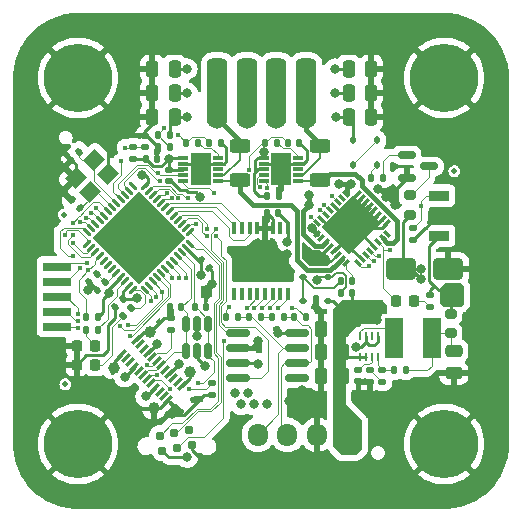
<source format=gbr>
%TF.GenerationSoftware,KiCad,Pcbnew,7.0.10*%
%TF.CreationDate,2024-01-29T20:12:52-05:00*%
%TF.ProjectId,lemon-pepper,6c656d6f-6e2d-4706-9570-7065722e6b69,rev?*%
%TF.SameCoordinates,PX8b85c60PY52f2218*%
%TF.FileFunction,Copper,L1,Top*%
%TF.FilePolarity,Positive*%
%FSLAX46Y46*%
G04 Gerber Fmt 4.6, Leading zero omitted, Abs format (unit mm)*
G04 Created by KiCad (PCBNEW 7.0.10) date 2024-01-29 20:12:52*
%MOMM*%
%LPD*%
G01*
G04 APERTURE LIST*
G04 Aperture macros list*
%AMRoundRect*
0 Rectangle with rounded corners*
0 $1 Rounding radius*
0 $2 $3 $4 $5 $6 $7 $8 $9 X,Y pos of 4 corners*
0 Add a 4 corners polygon primitive as box body*
4,1,4,$2,$3,$4,$5,$6,$7,$8,$9,$2,$3,0*
0 Add four circle primitives for the rounded corners*
1,1,$1+$1,$2,$3*
1,1,$1+$1,$4,$5*
1,1,$1+$1,$6,$7*
1,1,$1+$1,$8,$9*
0 Add four rect primitives between the rounded corners*
20,1,$1+$1,$2,$3,$4,$5,0*
20,1,$1+$1,$4,$5,$6,$7,0*
20,1,$1+$1,$6,$7,$8,$9,0*
20,1,$1+$1,$8,$9,$2,$3,0*%
%AMRotRect*
0 Rectangle, with rotation*
0 The origin of the aperture is its center*
0 $1 length*
0 $2 width*
0 $3 Rotation angle, in degrees counterclockwise*
0 Add horizontal line*
21,1,$1,$2,0,0,$3*%
%AMFreePoly0*
4,1,17,-0.875000,2.062500,-0.867373,2.143836,-0.824300,2.266930,-0.746859,2.371859,-0.641930,2.449300,-0.518836,2.492373,-0.437500,2.500000,0.437500,2.500000,0.518836,2.492373,0.641930,2.449300,0.746859,2.371859,0.824300,2.266930,0.867373,2.143836,0.875000,2.062500,0.875000,-2.500000,-0.875000,-2.500000,-0.875000,2.062500,-0.875000,2.062500,$1*%
G04 Aperture macros list end*
%TA.AperFunction,ComponentPad*%
%ADD10C,5.800000*%
%TD*%
%TA.AperFunction,SMDPad,CuDef*%
%ADD11RoundRect,0.250000X-0.250000X-0.475000X0.250000X-0.475000X0.250000X0.475000X-0.250000X0.475000X0*%
%TD*%
%TA.AperFunction,ConnectorPad*%
%ADD12C,0.787400*%
%TD*%
%TA.AperFunction,SMDPad,CuDef*%
%ADD13RoundRect,0.150000X-0.587500X-0.150000X0.587500X-0.150000X0.587500X0.150000X-0.587500X0.150000X0*%
%TD*%
%TA.AperFunction,SMDPad,CuDef*%
%ADD14RoundRect,0.135000X0.135000X0.185000X-0.135000X0.185000X-0.135000X-0.185000X0.135000X-0.185000X0*%
%TD*%
%TA.AperFunction,SMDPad,CuDef*%
%ADD15RoundRect,0.112500X-0.112500X0.187500X-0.112500X-0.187500X0.112500X-0.187500X0.112500X0.187500X0*%
%TD*%
%TA.AperFunction,SMDPad,CuDef*%
%ADD16RoundRect,0.150000X-0.825000X-0.150000X0.825000X-0.150000X0.825000X0.150000X-0.825000X0.150000X0*%
%TD*%
%TA.AperFunction,SMDPad,CuDef*%
%ADD17RoundRect,0.135000X0.185000X-0.135000X0.185000X0.135000X-0.185000X0.135000X-0.185000X-0.135000X0*%
%TD*%
%TA.AperFunction,SMDPad,CuDef*%
%ADD18R,1.700000X0.900000*%
%TD*%
%TA.AperFunction,SMDPad,CuDef*%
%ADD19RoundRect,0.135000X-0.035355X0.226274X-0.226274X0.035355X0.035355X-0.226274X0.226274X-0.035355X0*%
%TD*%
%TA.AperFunction,SMDPad,CuDef*%
%ADD20RoundRect,0.140000X-0.219203X-0.021213X-0.021213X-0.219203X0.219203X0.021213X0.021213X0.219203X0*%
%TD*%
%TA.AperFunction,SMDPad,CuDef*%
%ADD21R,2.400000X0.740000*%
%TD*%
%TA.AperFunction,SMDPad,CuDef*%
%ADD22RoundRect,0.250000X-1.000000X-0.650000X1.000000X-0.650000X1.000000X0.650000X-1.000000X0.650000X0*%
%TD*%
%TA.AperFunction,SMDPad,CuDef*%
%ADD23RoundRect,0.250000X0.250000X0.475000X-0.250000X0.475000X-0.250000X-0.475000X0.250000X-0.475000X0*%
%TD*%
%TA.AperFunction,SMDPad,CuDef*%
%ADD24RoundRect,0.218750X-0.218750X-0.256250X0.218750X-0.256250X0.218750X0.256250X-0.218750X0.256250X0*%
%TD*%
%TA.AperFunction,SMDPad,CuDef*%
%ADD25R,1.600000X3.500000*%
%TD*%
%TA.AperFunction,SMDPad,CuDef*%
%ADD26RoundRect,0.140000X-0.021213X0.219203X-0.219203X0.021213X0.021213X-0.219203X0.219203X-0.021213X0*%
%TD*%
%TA.AperFunction,SMDPad,CuDef*%
%ADD27RoundRect,0.140000X-0.170000X0.140000X-0.170000X-0.140000X0.170000X-0.140000X0.170000X0.140000X0*%
%TD*%
%TA.AperFunction,SMDPad,CuDef*%
%ADD28RoundRect,0.140000X0.170000X-0.140000X0.170000X0.140000X-0.170000X0.140000X-0.170000X-0.140000X0*%
%TD*%
%TA.AperFunction,SMDPad,CuDef*%
%ADD29RoundRect,0.150000X-0.150000X0.512500X-0.150000X-0.512500X0.150000X-0.512500X0.150000X0.512500X0*%
%TD*%
%TA.AperFunction,SMDPad,CuDef*%
%ADD30R,0.850000X0.300000*%
%TD*%
%TA.AperFunction,SMDPad,CuDef*%
%ADD31R,1.750000X2.700000*%
%TD*%
%TA.AperFunction,SMDPad,CuDef*%
%ADD32RoundRect,0.140000X-0.140000X-0.170000X0.140000X-0.170000X0.140000X0.170000X-0.140000X0.170000X0*%
%TD*%
%TA.AperFunction,SMDPad,CuDef*%
%ADD33C,0.500000*%
%TD*%
%TA.AperFunction,SMDPad,CuDef*%
%ADD34RoundRect,0.140000X0.140000X0.170000X-0.140000X0.170000X-0.140000X-0.170000X0.140000X-0.170000X0*%
%TD*%
%TA.AperFunction,SMDPad,CuDef*%
%ADD35RoundRect,0.135000X-0.135000X-0.185000X0.135000X-0.185000X0.135000X0.185000X-0.135000X0.185000X0*%
%TD*%
%TA.AperFunction,SMDPad,CuDef*%
%ADD36RoundRect,0.250000X-0.475000X0.250000X-0.475000X-0.250000X0.475000X-0.250000X0.475000X0.250000X0*%
%TD*%
%TA.AperFunction,SMDPad,CuDef*%
%ADD37RotRect,0.300000X0.855000X315.000000*%
%TD*%
%TA.AperFunction,ComponentPad*%
%ADD38C,1.000000*%
%TD*%
%TA.AperFunction,SMDPad,CuDef*%
%ADD39RoundRect,0.250000X0.625000X-0.312500X0.625000X0.312500X-0.625000X0.312500X-0.625000X-0.312500X0*%
%TD*%
%TA.AperFunction,HeatsinkPad*%
%ADD40C,0.500000*%
%TD*%
%TA.AperFunction,ComponentPad*%
%ADD41O,1.750000X1.750000*%
%TD*%
%TA.AperFunction,SMDPad,CuDef*%
%ADD42FreePoly0,0.000000*%
%TD*%
%TA.AperFunction,ComponentPad*%
%ADD43O,1.750000X2.000000*%
%TD*%
%TA.AperFunction,SMDPad,CuDef*%
%ADD44RoundRect,0.135000X-0.185000X0.135000X-0.185000X-0.135000X0.185000X-0.135000X0.185000X0.135000X0*%
%TD*%
%TA.AperFunction,SMDPad,CuDef*%
%ADD45RotRect,0.660000X0.280000X225.000000*%
%TD*%
%TA.AperFunction,SMDPad,CuDef*%
%ADD46RotRect,0.280000X0.660000X225.000000*%
%TD*%
%TA.AperFunction,SMDPad,CuDef*%
%ADD47RotRect,3.830000X3.280000X225.000000*%
%TD*%
%TA.AperFunction,SMDPad,CuDef*%
%ADD48R,0.250000X0.800000*%
%TD*%
%TA.AperFunction,SMDPad,CuDef*%
%ADD49RoundRect,0.062500X-0.309359X0.220971X0.220971X-0.309359X0.309359X-0.220971X-0.220971X0.309359X0*%
%TD*%
%TA.AperFunction,SMDPad,CuDef*%
%ADD50RoundRect,0.062500X-0.309359X-0.220971X-0.220971X-0.309359X0.309359X0.220971X0.220971X0.309359X0*%
%TD*%
%TA.AperFunction,SMDPad,CuDef*%
%ADD51RotRect,5.600000X5.600000X315.000000*%
%TD*%
%TA.AperFunction,SMDPad,CuDef*%
%ADD52RoundRect,0.200000X-0.275000X0.200000X-0.275000X-0.200000X0.275000X-0.200000X0.275000X0.200000X0*%
%TD*%
%TA.AperFunction,SMDPad,CuDef*%
%ADD53RotRect,1.400000X1.200000X225.000000*%
%TD*%
%TA.AperFunction,SMDPad,CuDef*%
%ADD54RoundRect,0.112500X-0.187500X-0.112500X0.187500X-0.112500X0.187500X0.112500X-0.187500X0.112500X0*%
%TD*%
%TA.AperFunction,ComponentPad*%
%ADD55RoundRect,0.250000X0.600000X0.725000X-0.600000X0.725000X-0.600000X-0.725000X0.600000X-0.725000X0*%
%TD*%
%TA.AperFunction,ComponentPad*%
%ADD56O,1.700000X1.950000*%
%TD*%
%TA.AperFunction,SMDPad,CuDef*%
%ADD57R,0.450000X1.050000*%
%TD*%
%TA.AperFunction,SMDPad,CuDef*%
%ADD58RoundRect,0.112500X0.187500X0.112500X-0.187500X0.112500X-0.187500X-0.112500X0.187500X-0.112500X0*%
%TD*%
%TA.AperFunction,SMDPad,CuDef*%
%ADD59RoundRect,0.200000X0.275000X-0.200000X0.275000X0.200000X-0.275000X0.200000X-0.275000X-0.200000X0*%
%TD*%
%TA.AperFunction,SMDPad,CuDef*%
%ADD60RoundRect,0.140000X0.219203X0.021213X0.021213X0.219203X-0.219203X-0.021213X-0.021213X-0.219203X0*%
%TD*%
%TA.AperFunction,ViaPad*%
%ADD61C,0.800000*%
%TD*%
%TA.AperFunction,ViaPad*%
%ADD62C,0.450000*%
%TD*%
%TA.AperFunction,Conductor*%
%ADD63C,0.250000*%
%TD*%
%TA.AperFunction,Conductor*%
%ADD64C,0.100000*%
%TD*%
%TA.AperFunction,Conductor*%
%ADD65C,0.400000*%
%TD*%
%TA.AperFunction,Conductor*%
%ADD66C,0.200000*%
%TD*%
G04 APERTURE END LIST*
D10*
%TO.P,H101,1,1*%
%TO.N,GND*%
X-15500000Y15500000D03*
X-15500000Y-15500000D03*
X15500000Y15500000D03*
X15500000Y-15500000D03*
%TD*%
D11*
%TO.P,C103,1*%
%TO.N,GND*%
X-9225000Y12175000D03*
%TO.P,C103,2*%
%TO.N,Vmot*%
X-7325000Y12175000D03*
%TD*%
D12*
%TO.P,J301,1,VCC*%
%TO.N,+3V3*%
X-8350503Y-16065661D03*
%TO.P,J301,2,SWDIO*%
%TO.N,/mcu/SWDIO*%
X-8592830Y-14818994D03*
%TO.P,J301,3,~{RESET}*%
%TO.N,/mcu/RESET*%
X-7103836Y-15823333D03*
%TO.P,J301,4,SWCLK*%
%TO.N,/mcu/SWCLK*%
X-7346164Y-14576667D03*
%TO.P,J301,5,GND*%
%TO.N,GND*%
X-5857170Y-15581006D03*
%TO.P,J301,6,SWO*%
%TO.N,unconnected-(J301-SWO-Pad6)*%
X-6099497Y-14334339D03*
%TD*%
D13*
%TO.P,Q501,1,B*%
%TO.N,Net-(Q501-B)*%
X12337500Y8950000D03*
%TO.P,Q501,2,E*%
%TO.N,GND*%
X12337500Y7050000D03*
%TO.P,Q501,3,C*%
%TO.N,Net-(Q501-C)*%
X14212500Y8000000D03*
%TD*%
D14*
%TO.P,R704,1*%
%TO.N,Net-(U703-OUT)*%
X1366250Y10025000D03*
%TO.P,R704,2*%
%TO.N,/current sense/V_SENSE*%
X346250Y10025000D03*
%TD*%
D15*
%TO.P,D502,1,K*%
%TO.N,Net-(D501-A)*%
X9825000Y10200000D03*
%TO.P,D502,2,A*%
%TO.N,Net-(D502-A)*%
X9825000Y8100000D03*
%TD*%
D16*
%TO.P,U302,1,D*%
%TO.N,/mcu/CAN_TX*%
X-1925000Y-6140000D03*
%TO.P,U302,2,GND*%
%TO.N,GND*%
X-1925000Y-7410000D03*
%TO.P,U302,3,VCC*%
%TO.N,+3V3*%
X-1925000Y-8680000D03*
%TO.P,U302,4,R*%
%TO.N,/mcu/CAN_RX*%
X-1925000Y-9950000D03*
%TO.P,U302,5,Vref*%
%TO.N,unconnected-(U302-Vref-Pad5)*%
X3025000Y-9950000D03*
%TO.P,U302,6,CANL*%
%TO.N,/mcu/CANL*%
X3025000Y-8680000D03*
%TO.P,U302,7,CANH*%
%TO.N,/mcu/CANH*%
X3025000Y-7410000D03*
%TO.P,U302,8,Rs*%
%TO.N,GND*%
X3025000Y-6140000D03*
%TD*%
D15*
%TO.P,D501,1,K*%
%TO.N,Vmot*%
X7800000Y10200000D03*
%TO.P,D501,2,A*%
%TO.N,Net-(D501-A)*%
X7800000Y8100000D03*
%TD*%
D17*
%TO.P,R101,1*%
%TO.N,GND*%
X-4175000Y-11385000D03*
%TO.P,R101,2*%
%TO.N,/usb/UCPD_CC2*%
X-4175000Y-10365000D03*
%TD*%
D14*
%TO.P,R103,1*%
%TO.N,/mcu/CANL*%
X1910000Y-4775000D03*
%TO.P,R103,2*%
%TO.N,Net-(JP101-B)*%
X890000Y-4775000D03*
%TD*%
D18*
%TO.P,SW301,1,1*%
%TO.N,/mcu/USER_BTN*%
X15100000Y5525000D03*
%TO.P,SW301,2,2*%
%TO.N,+3V3*%
X15100000Y2125000D03*
%TD*%
D19*
%TO.P,R302,1*%
%TO.N,/mcu/LED_FAULT*%
X-10989376Y-3964376D03*
%TO.P,R302,2*%
%TO.N,Net-(D302-A)*%
X-11710624Y-4685624D03*
%TD*%
D20*
%TO.P,C304,1*%
%TO.N,+3V3*%
X-5064411Y89411D03*
%TO.P,C304,2*%
%TO.N,GND*%
X-4385589Y-589411D03*
%TD*%
D21*
%TO.P,J302,1,Pin_1*%
%TO.N,/mcu/TIM4_CH1*%
X-17300000Y-485000D03*
%TO.P,J302,2,Pin_2*%
%TO.N,/mcu/TIM4_CH2*%
X-17300000Y-1755000D03*
%TO.P,J302,3,Pin_3*%
%TO.N,/mcu/USER_3*%
X-17300000Y-3025000D03*
%TO.P,J302,4,Pin_4*%
%TO.N,/mcu/USER_2*%
X-17300000Y-4295000D03*
%TO.P,J302,5,Pin_5*%
%TO.N,/mcu/USER_1*%
X-17300000Y-5565000D03*
%TD*%
D22*
%TO.P,D101,1,K*%
%TO.N,Vmot*%
X11825000Y-675000D03*
%TO.P,D101,2,A*%
%TO.N,GND*%
X15825000Y-675000D03*
%TD*%
D23*
%TO.P,C106,1*%
%TO.N,Vmot*%
X6975000Y-5725000D03*
%TO.P,C106,2*%
%TO.N,GND*%
X5075000Y-5725000D03*
%TD*%
D24*
%TO.P,D301,1,K*%
%TO.N,GND*%
X-15612500Y-7175000D03*
%TO.P,D301,2,A*%
%TO.N,Net-(D301-A)*%
X-14037500Y-7175000D03*
%TD*%
D25*
%TO.P,L501,1*%
%TO.N,Net-(U501-LX)*%
X11250000Y-6525000D03*
%TO.P,L501,2*%
%TO.N,Net-(C503-Pad1)*%
X14450000Y-6525000D03*
%TD*%
D26*
%TO.P,C305,1*%
%TO.N,/mcu/XIN*%
X-15385589Y9264411D03*
%TO.P,C305,2*%
%TO.N,GND*%
X-16064411Y8585589D03*
%TD*%
D27*
%TO.P,C701,1*%
%TO.N,+3V3*%
X-7780000Y7725000D03*
%TO.P,C701,2*%
%TO.N,GND*%
X-7780000Y6765000D03*
%TD*%
D28*
%TO.P,C308,1*%
%TO.N,/mcu/RESET*%
X-9855200Y9629200D03*
%TO.P,C308,2*%
%TO.N,GND*%
X-9855200Y10589200D03*
%TD*%
D26*
%TO.P,C307,1*%
%TO.N,Net-(U301-VREF+)*%
X-13185589Y-1760589D03*
%TO.P,C307,2*%
%TO.N,GND*%
X-13864411Y-2439411D03*
%TD*%
D14*
%TO.P,R702,1*%
%TO.N,Net-(U701-OUT)*%
X-5308750Y10025000D03*
%TO.P,R702,2*%
%TO.N,/current sense/U_SENSE*%
X-6328750Y10025000D03*
%TD*%
D29*
%TO.P,U201,1,IO1*%
%TO.N,/mcu/USBD_P*%
X-4450000Y-5362500D03*
%TO.P,U201,2,VN*%
%TO.N,GND*%
X-5400000Y-5362500D03*
%TO.P,U201,3,IO2*%
%TO.N,/mcu/USBD_N*%
X-6350000Y-5362500D03*
%TO.P,U201,4,IO3*%
X-6350000Y-7637500D03*
%TO.P,U201,5,VP*%
%TO.N,/usb/USB_5V*%
X-5400000Y-7637500D03*
%TO.P,U201,6,IO4*%
%TO.N,/mcu/USBD_P*%
X-4450000Y-7637500D03*
%TD*%
D30*
%TO.P,U703,1,RS+*%
%TO.N,/current sense/V_IN*%
X3120000Y6750000D03*
%TO.P,U703,2,RS-*%
%TO.N,/current sense/V_OUT*%
X3120000Y7250000D03*
%TO.P,U703,3,NC*%
%TO.N,unconnected-(U703-NC-Pad3)*%
X3120000Y7750000D03*
%TO.P,U703,4,GND*%
%TO.N,GND*%
X3120000Y8250000D03*
%TO.P,U703,5,OUT*%
%TO.N,Net-(U703-OUT)*%
X3120000Y8750000D03*
%TO.P,U703,6,Vdd*%
%TO.N,+3V3*%
X220000Y8750000D03*
%TO.P,U703,7,REF2*%
%TO.N,GND*%
X220000Y8250000D03*
%TO.P,U703,8,REF1*%
%TO.N,+3V3*%
X220000Y7750000D03*
%TO.P,U703,9,GAIN2*%
%TO.N,/current sense/GAIN_1*%
X220000Y7250000D03*
%TO.P,U703,10,GAIN1*%
%TO.N,/current sense/GAIN_0*%
X220000Y6750000D03*
D31*
%TO.P,U703,11,EP*%
%TO.N,GND*%
X1670000Y7750000D03*
%TD*%
D26*
%TO.P,C302,1*%
%TO.N,+3V3*%
X-11685589Y-3260589D03*
%TO.P,C302,2*%
%TO.N,GND*%
X-12364411Y-3939411D03*
%TD*%
D32*
%TO.P,C602,1*%
%TO.N,Net-(D603-K)*%
X6745000Y-2700000D03*
%TO.P,C602,2*%
%TO.N,Vmot*%
X7705000Y-2700000D03*
%TD*%
D33*
%TO.P,FID102,*%
%TO.N,*%
X-16575000Y-10450000D03*
%TD*%
D34*
%TO.P,C401,1*%
%TO.N,+3V3*%
X1430000Y4050000D03*
%TO.P,C401,2*%
%TO.N,GND*%
X470000Y4050000D03*
%TD*%
D24*
%TO.P,D302,1,K*%
%TO.N,GND*%
X-15612500Y-8800000D03*
%TO.P,D302,2,A*%
%TO.N,Net-(D302-A)*%
X-14037500Y-8800000D03*
%TD*%
D17*
%TO.P,R102,1*%
%TO.N,/usb/UCPD_CC1*%
X-7650000Y-5885000D03*
%TO.P,R102,2*%
%TO.N,GND*%
X-7650000Y-4865000D03*
%TD*%
D35*
%TO.P,R105,1*%
%TO.N,/mcu/STEP*%
X-2960000Y-4775000D03*
%TO.P,R105,2*%
%TO.N,/mcu/CANH*%
X-1940000Y-4775000D03*
%TD*%
D36*
%TO.P,C503,1*%
%TO.N,Net-(C503-Pad1)*%
X16325000Y-7600000D03*
%TO.P,C503,2*%
%TO.N,GND*%
X16325000Y-9500000D03*
%TD*%
D14*
%TO.P,R501,1*%
%TO.N,Net-(C503-Pad1)*%
X12260000Y-9250000D03*
%TO.P,R501,2*%
%TO.N,Net-(U501-FB{slash}VOUT)*%
X11240000Y-9250000D03*
%TD*%
%TO.P,R301,1*%
%TO.N,/mcu/LED_GOOD*%
X-13765000Y-5825000D03*
%TO.P,R301,2*%
%TO.N,Net-(D301-A)*%
X-14785000Y-5825000D03*
%TD*%
D34*
%TO.P,C201,1*%
%TO.N,/mcu/USBD_N*%
X-6745000Y-3900000D03*
%TO.P,C201,2*%
%TO.N,GND*%
X-7705000Y-3900000D03*
%TD*%
D23*
%TO.P,C102,1*%
%TO.N,Vmot*%
X-7325000Y14225000D03*
%TO.P,C102,2*%
%TO.N,GND*%
X-9225000Y14225000D03*
%TD*%
D11*
%TO.P,C101,1*%
%TO.N,GND*%
X-9225000Y16250000D03*
%TO.P,C101,2*%
%TO.N,Vmot*%
X-7325000Y16250000D03*
%TD*%
D37*
%TO.P,J201,A1,GND*%
%TO.N,GND*%
X-10609059Y-6719972D03*
%TO.P,J201,A2*%
%TO.N,N/C*%
X-10255506Y-7073525D03*
%TO.P,J201,A3*%
X-9901953Y-7427079D03*
%TO.P,J201,A4,VBUS*%
%TO.N,/usb/USB_5V*%
X-9548399Y-7780632D03*
%TO.P,J201,A5,CC1*%
%TO.N,/usb/UCPD_CC1*%
X-9194846Y-8134185D03*
%TO.P,J201,A6,D+*%
%TO.N,/mcu/USBD_P*%
X-8841292Y-8487739D03*
%TO.P,J201,A7,D-*%
%TO.N,/mcu/USBD_N*%
X-8487739Y-8841292D03*
%TO.P,J201,A8,SBU1*%
%TO.N,unconnected-(J201-SBU1-PadA8)*%
X-8134186Y-9194846D03*
%TO.P,J201,A9,VBUS*%
%TO.N,/usb/USB_5V*%
X-7780632Y-9548399D03*
%TO.P,J201,A10*%
%TO.N,N/C*%
X-7427079Y-9901952D03*
%TO.P,J201,A11*%
X-7074232Y-10256213D03*
%TO.P,J201,A12,GND*%
%TO.N,GND*%
X-6720679Y-10609766D03*
%TO.P,J201,B1,GND*%
X-7890234Y-11779321D03*
%TO.P,J201,B2*%
%TO.N,N/C*%
X-8243787Y-11425768D03*
%TO.P,J201,B3*%
X-8597340Y-11072214D03*
%TO.P,J201,B4,VBUS*%
%TO.N,/usb/USB_5V*%
X-8950894Y-10718661D03*
%TO.P,J201,B5,CC2*%
%TO.N,/usb/UCPD_CC2*%
X-9304447Y-10365107D03*
%TO.P,J201,B6,D+*%
%TO.N,/mcu/USBD_P*%
X-9658001Y-10011554D03*
%TO.P,J201,B7,D-*%
%TO.N,/mcu/USBD_N*%
X-10011554Y-9658001D03*
%TO.P,J201,B8,SBU2*%
%TO.N,unconnected-(J201-SBU2-PadB8)*%
X-10365107Y-9304447D03*
%TO.P,J201,B9,VBUS*%
%TO.N,/usb/USB_5V*%
X-10718661Y-8950894D03*
%TO.P,J201,B10*%
%TO.N,N/C*%
X-11072921Y-8598047D03*
%TO.P,J201,B11*%
X-11425768Y-8243787D03*
%TO.P,J201,B12,GND*%
%TO.N,GND*%
X-11780028Y-7890941D03*
D38*
%TO.P,J201,S1,SHIELD*%
X-9426777Y-6032664D03*
X-12467336Y-9073223D03*
X-6032664Y-9426777D03*
X-9073223Y-12467336D03*
%TD*%
D32*
%TO.P,C703,1*%
%TO.N,+3V3*%
X536000Y5461000D03*
%TO.P,C703,2*%
%TO.N,GND*%
X1496000Y5461000D03*
%TD*%
D39*
%TO.P,R703,1*%
%TO.N,/current sense/V_IN*%
X5020000Y6812500D03*
%TO.P,R703,2*%
%TO.N,/current sense/V_OUT*%
X5020000Y9737500D03*
%TD*%
D32*
%TO.P,C202,1*%
%TO.N,/mcu/USBD_P*%
X-5580000Y-3900000D03*
%TO.P,C202,2*%
%TO.N,GND*%
X-4620000Y-3900000D03*
%TD*%
D26*
%TO.P,C301,1*%
%TO.N,Net-(U301-VREF+)*%
X-13860589Y-1085589D03*
%TO.P,C301,2*%
%TO.N,GND*%
X-14539411Y-1764411D03*
%TD*%
D40*
%TO.P,M101,1*%
%TO.N,/current sense/U_OUT*%
X-3700000Y16775000D03*
D41*
X-3700000Y14900000D03*
D42*
X-3700000Y14650000D03*
D43*
X-3700000Y12150000D03*
D40*
%TO.P,M101,2,-*%
%TO.N,/current sense/W_IN*%
X-1200000Y16775000D03*
D41*
X-1200000Y14900000D03*
D42*
X-1200000Y14650000D03*
D43*
X-1200000Y12150000D03*
D40*
%TO.P,M101,3*%
%TO.N,/half bridges/OUT1B*%
X1300000Y16775000D03*
D41*
X1300000Y14900000D03*
D42*
X1300000Y14650000D03*
D43*
X1300000Y12150000D03*
D40*
%TO.P,M101,4*%
%TO.N,/current sense/V_OUT*%
X3800000Y16775000D03*
D41*
X3800000Y14900000D03*
D42*
X3800000Y14650000D03*
D43*
X3800000Y12150000D03*
%TD*%
D44*
%TO.P,R502,1*%
%TO.N,Net-(U501-FB{slash}VOUT)*%
X10275000Y-9215000D03*
%TO.P,R502,2*%
%TO.N,Net-(R502-Pad2)*%
X10275000Y-10235000D03*
%TD*%
D45*
%TO.P,U601,1,GND*%
%TO.N,GND*%
X10641564Y3216690D03*
%TO.P,U601,2,NC*%
X10288011Y3570244D03*
%TO.P,U601,3,NC*%
X9934457Y3923797D03*
%TO.P,U601,4,NC*%
X9580904Y4277351D03*
%TO.P,U601,5,NC*%
X9227351Y4630904D03*
%TO.P,U601,6,NC*%
X8873797Y4984457D03*
%TO.P,U601,7,NC*%
X8520244Y5338011D03*
%TO.P,U601,8,NC*%
X8166690Y5691564D03*
D46*
%TO.P,U601,9,OUT1B*%
%TO.N,/half bridges/OUT1B*%
X7233310Y5691564D03*
%TO.P,U601,10,NC*%
%TO.N,unconnected-(U601-NC-Pad10)*%
X6879756Y5338011D03*
%TO.P,U601,11,OCDB*%
%TO.N,Net-(D601-K)*%
X6526203Y4984457D03*
%TO.P,U601,12,SENSEB*%
%TO.N,GND*%
X6172649Y4630904D03*
%TO.P,U601,13,IN1B*%
%TO.N,/half bridges/IN1B*%
X5819096Y4277351D03*
%TO.P,U601,14,IN2B*%
%TO.N,/half bridges/IN2B*%
X5465543Y3923797D03*
%TO.P,U601,15,PROGCLB*%
%TO.N,GND*%
X5111989Y3570244D03*
%TO.P,U601,16,ENB*%
%TO.N,/half bridges/ENA*%
X4758436Y3216690D03*
D45*
%TO.P,U601,17,VBOOT*%
%TO.N,Net-(D603-K)*%
X4758436Y2283310D03*
%TO.P,U601,18,NC*%
%TO.N,unconnected-(U601-NC-Pad18)*%
X5111989Y1929756D03*
%TO.P,U601,19,OUT2B*%
%TO.N,/current sense/W_IN*%
X5465543Y1576203D03*
%TO.P,U601,20,VSB*%
%TO.N,Vmot*%
X5819096Y1222649D03*
%TO.P,U601,21,GND*%
%TO.N,GND*%
X6172649Y869096D03*
%TO.P,U601,22,VSA*%
%TO.N,Vmot*%
X6526203Y515543D03*
%TO.P,U601,23,OUT2A*%
%TO.N,/current sense/U_IN*%
X6879756Y161989D03*
%TO.P,U601,24,VCP*%
%TO.N,Net-(U601-VCP)*%
X7233310Y-191564D03*
D46*
%TO.P,U601,25,ENA*%
%TO.N,/half bridges/ENA*%
X8166690Y-191564D03*
%TO.P,U601,26,PROGCLA*%
%TO.N,GND*%
X8520244Y161989D03*
%TO.P,U601,27,IN1A*%
%TO.N,/half bridges/IN1A*%
X8873797Y515543D03*
%TO.P,U601,28,IN2A*%
%TO.N,/half bridges/IN2A*%
X9227351Y869096D03*
%TO.P,U601,29,SENSEA*%
%TO.N,GND*%
X9580904Y1222649D03*
%TO.P,U601,30,OCDA*%
%TO.N,Net-(D601-K)*%
X9934457Y1576203D03*
%TO.P,U601,31,OUT1A*%
%TO.N,/current sense/V_IN*%
X10288011Y1929756D03*
%TO.P,U601,32,NC*%
%TO.N,unconnected-(U601-NC-Pad32)*%
X10641564Y2283310D03*
D47*
%TO.P,U601,33,EP*%
%TO.N,GND*%
X7639896Y3043449D03*
%TD*%
D32*
%TO.P,C601,1*%
%TO.N,Net-(D602-K)*%
X6745000Y-1700000D03*
%TO.P,C601,2*%
%TO.N,Net-(U601-VCP)*%
X7705000Y-1700000D03*
%TD*%
D48*
%TO.P,U501,1,VIN*%
%TO.N,Vmot*%
X8375000Y-8155000D03*
%TO.P,U501,2,EN/UVLO*%
X8875000Y-8155000D03*
%TO.P,U501,3,VCC*%
%TO.N,Net-(U501-VCC)*%
X9375000Y-8155000D03*
%TO.P,U501,4,FB/VOUT*%
%TO.N,Net-(U501-FB{slash}VOUT)*%
X9875000Y-8155000D03*
%TO.P,U501,5,MODE*%
%TO.N,GND*%
X9875000Y-6395000D03*
%TO.P,U501,6,~{RESET}*%
%TO.N,unconnected-(U501-~{RESET}-Pad6)*%
X9375000Y-6395000D03*
%TO.P,U501,7,GND*%
%TO.N,GND*%
X8875000Y-6395000D03*
%TO.P,U501,8,LX*%
%TO.N,Net-(U501-LX)*%
X8375000Y-6395000D03*
%TD*%
D49*
%TO.P,U301,1,VBAT*%
%TO.N,unconnected-(U301-VBAT-Pad1)*%
X-10835787Y6310274D03*
%TO.P,U301,2,PC13*%
%TO.N,/current sense/GAIN_0*%
X-11189340Y5956721D03*
%TO.P,U301,3,PC14*%
%TO.N,/current sense/GAIN_1*%
X-11542894Y5603167D03*
%TO.P,U301,4,PC15*%
%TO.N,/mcu/USER_BTN*%
X-11896447Y5249614D03*
%TO.P,U301,5,PF0*%
%TO.N,/mcu/XIN*%
X-12250000Y4896061D03*
%TO.P,U301,6,PF1*%
%TO.N,/mcu/XOUT*%
X-12603554Y4542507D03*
%TO.P,U301,7,PG10*%
%TO.N,/mcu/RESET*%
X-12957107Y4188954D03*
%TO.P,U301,8,PA0*%
%TO.N,/half bridges/IN1B*%
X-13310661Y3835400D03*
%TO.P,U301,9,PA1*%
%TO.N,/half bridges/IN2B*%
X-13664214Y3481847D03*
%TO.P,U301,10,PA2*%
%TO.N,/mcu/ADC1_IN12*%
X-14017767Y3128294D03*
%TO.P,U301,11,PA3*%
%TO.N,/current sense/U_SENSE*%
X-14371321Y2774740D03*
%TO.P,U301,12,PA4*%
%TO.N,/encoder/CAL_EN*%
X-14724874Y2421187D03*
D50*
%TO.P,U301,13,PA5*%
%TO.N,/encoder/SCK*%
X-14724874Y1448915D03*
%TO.P,U301,14,PA6*%
%TO.N,/encoder/CIPO*%
X-14371321Y1095362D03*
%TO.P,U301,15,PA7*%
%TO.N,/encoder/COPI*%
X-14017767Y741808D03*
%TO.P,U301,16,PC4*%
%TO.N,/encoder/CS*%
X-13664214Y388255D03*
%TO.P,U301,17,PB0*%
%TO.N,unconnected-(U301-PB0-Pad17)*%
X-13310661Y34702D03*
%TO.P,U301,18,PB1*%
%TO.N,unconnected-(U301-PB1-Pad18)*%
X-12957107Y-318852D03*
%TO.P,U301,19,PB2*%
%TO.N,unconnected-(U301-PB2-Pad19)*%
X-12603554Y-672405D03*
%TO.P,U301,20,VREF+*%
%TO.N,Net-(U301-VREF+)*%
X-12250000Y-1025959D03*
%TO.P,U301,21,VDDA*%
%TO.N,+3V3*%
X-11896447Y-1379512D03*
%TO.P,U301,22,PB10*%
%TO.N,/mcu/LED_GOOD*%
X-11542894Y-1733065D03*
%TO.P,U301,23,VDD*%
%TO.N,+3V3*%
X-11189340Y-2086619D03*
%TO.P,U301,24,PB11*%
%TO.N,/mcu/LED_FAULT*%
X-10835787Y-2440172D03*
D49*
%TO.P,U301,25,PB12*%
%TO.N,/half bridges/ENA*%
X-9863515Y-2440172D03*
%TO.P,U301,26,PB13*%
%TO.N,/current sense/V_SENSE*%
X-9509962Y-2086619D03*
%TO.P,U301,27,PB14*%
%TO.N,/mcu/USER_3*%
X-9156408Y-1733065D03*
%TO.P,U301,28,PB15*%
%TO.N,/mcu/USER_2*%
X-8802855Y-1379512D03*
%TO.P,U301,29,PC6*%
%TO.N,/mcu/USER_1*%
X-8449302Y-1025959D03*
%TO.P,U301,30,PA8*%
%TO.N,/mcu/DIR*%
X-8095748Y-672405D03*
%TO.P,U301,31,PA9*%
%TO.N,/half bridges/IN2A*%
X-7742195Y-318852D03*
%TO.P,U301,32,PA10*%
%TO.N,/half bridges/IN1A*%
X-7388641Y34702D03*
%TO.P,U301,33,PA11*%
%TO.N,/mcu/USBD_N*%
X-7035088Y388255D03*
%TO.P,U301,34,PA12*%
%TO.N,/mcu/USBD_P*%
X-6681535Y741808D03*
%TO.P,U301,35,VDD*%
%TO.N,+3V3*%
X-6327981Y1095362D03*
%TO.P,U301,36,PA13*%
%TO.N,/mcu/SWDIO*%
X-5974428Y1448915D03*
D50*
%TO.P,U301,37,PA14*%
%TO.N,/mcu/SWCLK*%
X-5974428Y2421187D03*
%TO.P,U301,38,PA15*%
%TO.N,/mcu/USER_3*%
X-6327981Y2774740D03*
%TO.P,U301,39,PC10*%
%TO.N,/mcu/DIR*%
X-6681535Y3128294D03*
%TO.P,U301,40,PC11*%
%TO.N,/mcu/STEP*%
X-7035088Y3481847D03*
%TO.P,U301,41,PB3*%
%TO.N,/encoder/Z*%
X-7388641Y3835400D03*
%TO.P,U301,42,PB4*%
%TO.N,/encoder/A*%
X-7742195Y4188954D03*
%TO.P,U301,43,PB5*%
%TO.N,/encoder/B*%
X-8095748Y4542507D03*
%TO.P,U301,44,PB6*%
%TO.N,/mcu/TIM4_CH1*%
X-8449302Y4896061D03*
%TO.P,U301,45,PB7*%
%TO.N,/mcu/TIM4_CH2*%
X-8802855Y5249614D03*
%TO.P,U301,46,PB8*%
%TO.N,/mcu/CAN_TX*%
X-9156408Y5603167D03*
%TO.P,U301,47,PB9*%
%TO.N,/mcu/CAN_RX*%
X-9509962Y5956721D03*
%TO.P,U301,48,VDD*%
%TO.N,+3V3*%
X-9863515Y6310274D03*
D51*
%TO.P,U301,49,VSS*%
%TO.N,GND*%
X-10349651Y1935051D03*
%TD*%
D14*
%TO.P,R303,1*%
%TO.N,Vmot*%
X-7740000Y10650000D03*
%TO.P,R303,2*%
%TO.N,/mcu/ADC1_IN12*%
X-8760000Y10650000D03*
%TD*%
D44*
%TO.P,R503,1*%
%TO.N,Net-(R502-Pad2)*%
X9250000Y-9215000D03*
%TO.P,R503,2*%
%TO.N,GND*%
X9250000Y-10235000D03*
%TD*%
D32*
%TO.P,C704,1*%
%TO.N,/current sense/V_SENSE*%
X2276250Y10025000D03*
%TO.P,C704,2*%
%TO.N,GND*%
X3236250Y10025000D03*
%TD*%
D11*
%TO.P,C104,1*%
%TO.N,Vmot*%
X7425000Y16250000D03*
%TO.P,C104,2*%
%TO.N,GND*%
X9325000Y16250000D03*
%TD*%
D23*
%TO.P,C105,1*%
%TO.N,GND*%
X9325000Y12175000D03*
%TO.P,C105,2*%
%TO.N,Vmot*%
X7425000Y12175000D03*
%TD*%
D52*
%TO.P,R506,1*%
%TO.N,+3V3*%
X16075000Y-4475000D03*
%TO.P,R506,2*%
%TO.N,Net-(C503-Pad1)*%
X16075000Y-6125000D03*
%TD*%
D35*
%TO.P,R505,1*%
%TO.N,Net-(D502-A)*%
X9340000Y7000000D03*
%TO.P,R505,2*%
%TO.N,Net-(Q501-B)*%
X10360000Y7000000D03*
%TD*%
D32*
%TO.P,C303,1*%
%TO.N,+3V3*%
X-9755000Y8650000D03*
%TO.P,C303,2*%
%TO.N,GND*%
X-8795000Y8650000D03*
%TD*%
D53*
%TO.P,Y301,1,1*%
%TO.N,/mcu/XIN*%
X-14148223Y8553858D03*
%TO.P,Y301,2,2*%
%TO.N,GND*%
X-15703858Y6998223D03*
%TO.P,Y301,3,3*%
%TO.N,/mcu/XOUT*%
X-14501777Y5796142D03*
%TO.P,Y301,4,4*%
%TO.N,GND*%
X-12946142Y7351777D03*
%TD*%
D44*
%TO.P,R305,1*%
%TO.N,/mcu/USER_BTN*%
X12875000Y2785000D03*
%TO.P,R305,2*%
%TO.N,GND*%
X12875000Y1765000D03*
%TD*%
D33*
%TO.P,FID101,*%
%TO.N,*%
X-16680000Y3925000D03*
%TD*%
D54*
%TO.P,D602,1,K*%
%TO.N,Net-(D602-K)*%
X3575000Y-3350000D03*
%TO.P,D602,2,A*%
%TO.N,Vmot*%
X5675000Y-3350000D03*
%TD*%
D14*
%TO.P,R304,1*%
%TO.N,/mcu/ADC1_IN12*%
X-7740000Y9650000D03*
%TO.P,R304,2*%
%TO.N,GND*%
X-8760000Y9650000D03*
%TD*%
D55*
%TO.P,J101,1,Pin_1*%
%TO.N,Vmot*%
X7225000Y-14725000D03*
D56*
%TO.P,J101,2,Pin_2*%
%TO.N,GND*%
X4725000Y-14725000D03*
%TO.P,J101,3,Pin_3*%
%TO.N,/mcu/CANL*%
X2225000Y-14725000D03*
%TO.P,J101,4,Pin_4*%
%TO.N,/mcu/CANH*%
X-275000Y-14725000D03*
%TD*%
D57*
%TO.P,U401,1,U*%
%TO.N,unconnected-(U401-U-Pad1)*%
X-2275000Y-2775000D03*
%TO.P,U401,2,V*%
%TO.N,unconnected-(U401-V-Pad2)*%
X-1625000Y-2775000D03*
%TO.P,U401,3,W*%
%TO.N,unconnected-(U401-W-Pad3)*%
X-975000Y-2775000D03*
%TO.P,U401,4,CAL_EN*%
%TO.N,/encoder/CAL_EN*%
X-325000Y-2775000D03*
%TO.P,U401,5,MISO*%
%TO.N,/encoder/CIPO*%
X325000Y-2775000D03*
%TO.P,U401,6,MOSI*%
%TO.N,/encoder/COPI*%
X975000Y-2775000D03*
%TO.P,U401,7,SCK*%
%TO.N,/encoder/SCK*%
X1625000Y-2775000D03*
%TO.P,U401,8,CSN*%
%TO.N,/encoder/CS*%
X2275000Y-2775000D03*
%TO.P,U401,9,VDD*%
%TO.N,+3V3*%
X2275000Y2775000D03*
%TO.P,U401,10,PWM_OUT*%
%TO.N,unconnected-(U401-PWM_OUT-Pad10)*%
X1625000Y2775000D03*
%TO.P,U401,11,TEST*%
%TO.N,GND*%
X975000Y2775000D03*
%TO.P,U401,12,VSS*%
X325000Y2775000D03*
%TO.P,U401,13,TEST_EN*%
X-325000Y2775000D03*
%TO.P,U401,14,Z*%
%TO.N,/encoder/Z*%
X-975000Y2775000D03*
%TO.P,U401,15,B*%
%TO.N,/encoder/B*%
X-1625000Y2775000D03*
%TO.P,U401,16,A*%
%TO.N,/encoder/A*%
X-2275000Y2775000D03*
%TD*%
D14*
%TO.P,R401,1*%
%TO.N,+3V3*%
X-13765000Y-4725000D03*
%TO.P,R401,2*%
%TO.N,/encoder/CS*%
X-14785000Y-4725000D03*
%TD*%
D17*
%TO.P,R601,1*%
%TO.N,Net-(D601-A)*%
X14325000Y-3910000D03*
%TO.P,R601,2*%
%TO.N,+3V3*%
X14325000Y-2890000D03*
%TD*%
D39*
%TO.P,R701,1*%
%TO.N,/current sense/U_IN*%
X-1793750Y6812500D03*
%TO.P,R701,2*%
%TO.N,/current sense/U_OUT*%
X-1793750Y9737500D03*
%TD*%
D33*
%TO.P,FID103,*%
%TO.N,*%
X16375000Y7600000D03*
%TD*%
D23*
%TO.P,C108,1*%
%TO.N,Vmot*%
X6975000Y-7750000D03*
%TO.P,C108,2*%
%TO.N,GND*%
X5075000Y-7750000D03*
%TD*%
D27*
%TO.P,C502,1*%
%TO.N,Net-(U501-VCC)*%
X8250000Y-9220000D03*
%TO.P,C502,2*%
%TO.N,GND*%
X8250000Y-10180000D03*
%TD*%
D58*
%TO.P,D603,1,K*%
%TO.N,Net-(D603-K)*%
X5675000Y-1375000D03*
%TO.P,D603,2,A*%
%TO.N,Net-(D602-K)*%
X3575000Y-1375000D03*
%TD*%
D23*
%TO.P,C501,1*%
%TO.N,Vmot*%
X6975000Y-9775000D03*
%TO.P,C501,2*%
%TO.N,GND*%
X5075000Y-9775000D03*
%TD*%
D35*
%TO.P,JP101,1,A*%
%TO.N,/mcu/CANH*%
X-1035000Y-4775000D03*
%TO.P,JP101,2,B*%
%TO.N,Net-(JP101-B)*%
X-15000Y-4775000D03*
%TD*%
D17*
%TO.P,R306,1*%
%TO.N,+3V3*%
X-10820400Y8615000D03*
%TO.P,R306,2*%
%TO.N,/mcu/RESET*%
X-10820400Y9635000D03*
%TD*%
D32*
%TO.P,C702,1*%
%TO.N,/current sense/U_SENSE*%
X-4373750Y10025000D03*
%TO.P,C702,2*%
%TO.N,GND*%
X-3413750Y10025000D03*
%TD*%
D24*
%TO.P,D601,1,K*%
%TO.N,Net-(D601-K)*%
X11412500Y-3375000D03*
%TO.P,D601,2,A*%
%TO.N,Net-(D601-A)*%
X12987500Y-3375000D03*
%TD*%
D35*
%TO.P,R104,1*%
%TO.N,/mcu/CANL*%
X2815000Y-4775000D03*
%TO.P,R104,2*%
%TO.N,/mcu/DIR*%
X3835000Y-4775000D03*
%TD*%
D59*
%TO.P,R504,1*%
%TO.N,Vmot*%
X12625000Y3925000D03*
%TO.P,R504,2*%
%TO.N,Net-(Q501-C)*%
X12625000Y5575000D03*
%TD*%
D60*
%TO.P,C306,1*%
%TO.N,/mcu/XOUT*%
X-15335589Y4460589D03*
%TO.P,C306,2*%
%TO.N,GND*%
X-16014411Y5139411D03*
%TD*%
D23*
%TO.P,C107,1*%
%TO.N,GND*%
X9325000Y14225000D03*
%TO.P,C107,2*%
%TO.N,Vmot*%
X7425000Y14225000D03*
%TD*%
D30*
%TO.P,U701,1,RS+*%
%TO.N,/current sense/U_IN*%
X-3668750Y6750000D03*
%TO.P,U701,2,RS-*%
%TO.N,/current sense/U_OUT*%
X-3668750Y7250000D03*
%TO.P,U701,3,NC*%
%TO.N,unconnected-(U701-NC-Pad3)*%
X-3668750Y7750000D03*
%TO.P,U701,4,GND*%
%TO.N,GND*%
X-3668750Y8250000D03*
%TO.P,U701,5,OUT*%
%TO.N,Net-(U701-OUT)*%
X-3668750Y8750000D03*
%TO.P,U701,6,Vdd*%
%TO.N,+3V3*%
X-6568750Y8750000D03*
%TO.P,U701,7,REF2*%
%TO.N,GND*%
X-6568750Y8250000D03*
%TO.P,U701,8,REF1*%
%TO.N,+3V3*%
X-6568750Y7750000D03*
%TO.P,U701,9,GAIN2*%
%TO.N,/current sense/GAIN_1*%
X-6568750Y7250000D03*
%TO.P,U701,10,GAIN1*%
%TO.N,/current sense/GAIN_0*%
X-6568750Y6750000D03*
D31*
%TO.P,U701,11,EP*%
%TO.N,GND*%
X-5118750Y7750000D03*
%TD*%
D61*
%TO.N,GND*%
X7675000Y2750000D03*
X-5130000Y5450000D03*
X-14630320Y-2499121D03*
X-5143750Y6825000D03*
X-2375000Y-14600000D03*
X-11650000Y1950000D03*
X-10375000Y675000D03*
X-9125000Y1975000D03*
X16675000Y-11200000D03*
X-10375000Y1950000D03*
X10585647Y5435647D03*
X11325000Y4725000D03*
X-10375000Y3150000D03*
X3475000Y-11825000D03*
X-1950000Y-1300000D03*
X3475000Y-10900000D03*
X8675000Y2725000D03*
X8070845Y-7288732D03*
X-4139000Y-1975000D03*
X1506250Y6850000D03*
X1475000Y-6125000D03*
X9910647Y6110647D03*
X-7550000Y-13000000D03*
X-250000Y-6800000D03*
X-1975000Y50000D03*
X-5395400Y-6375500D03*
X-2400000Y-16525000D03*
X7700000Y3775000D03*
X2223639Y600498D03*
X1506250Y7500000D03*
X2325000Y-11850000D03*
X-5143750Y7475000D03*
%TO.N,Vmot*%
X13575000Y-675000D03*
X3900000Y650000D03*
X-6275000Y16250000D03*
X4550000Y0D03*
X6305664Y12175000D03*
X6275000Y14250000D03*
X9950000Y-3975000D03*
X13575500Y-1567997D03*
X9025000Y-4375000D03*
X5450000Y175000D03*
X-6250000Y12175000D03*
X-6250000Y14225000D03*
X9850000Y-5000000D03*
X6250000Y16250000D03*
D62*
%TO.N,/mcu/USBD_P*%
X-5375000Y-10325000D03*
X-9650000Y-8850000D03*
X-8825000Y-9650000D03*
D61*
%TO.N,+3V3*%
X500000Y-12150000D03*
X-5075000Y-1225000D03*
X-6250000Y-16625000D03*
X-1700000Y-12150000D03*
X-625000Y-12150000D03*
X16075000Y-2500000D03*
X15625000Y-3350000D03*
X-12874972Y-2731439D03*
X2225000Y1600000D03*
X16550000Y-3375000D03*
X-2200000Y-11200000D03*
X220000Y9205000D03*
X-1125000Y-11200000D03*
X-7820000Y8645000D03*
X-300000Y-8700000D03*
X-10524127Y-3153111D03*
X-10100000Y7275000D03*
D62*
%TO.N,/mcu/RESET*%
X-15925000Y3250000D03*
X-11500000Y9605000D03*
X-3150000Y-6775000D03*
D61*
%TO.N,/current sense/W_IN*%
X4075000Y4700500D03*
X4075000Y5575000D03*
D62*
%TO.N,/current sense/U_SENSE*%
X-7060000Y10655000D03*
X-15325000Y3275000D03*
%TO.N,/current sense/V_SENSE*%
X-1000000Y7705000D03*
X-8906524Y-3034784D03*
D61*
%TO.N,/usb/USB_5V*%
X-9725000Y-11475000D03*
X-11550000Y-9800000D03*
X-6975000Y-8750000D03*
X-4725000Y-8900000D03*
X-8806854Y-7050000D03*
D62*
%TO.N,/mcu/USER_2*%
X-11950000Y-5525000D03*
X-15525241Y-5099495D03*
D61*
%TO.N,Net-(D603-K)*%
X4750000Y-1600000D03*
X4275000Y2750000D03*
D62*
%TO.N,Net-(D601-K)*%
X6025000Y5500000D03*
X10925000Y925000D03*
%TO.N,/usb/UCPD_CC2*%
X-7700000Y-10825000D03*
X-6075000Y-10850000D03*
%TO.N,/half bridges/ENA*%
X9150000Y-400000D03*
X4225000Y3750000D03*
X-9350000Y-3400000D03*
%TO.N,/encoder/SCK*%
X775000Y-4000000D03*
X-16600000Y2175000D03*
%TO.N,/encoder/CIPO*%
X-15900000Y1550000D03*
X-600000Y-4000000D03*
%TO.N,/encoder/COPI*%
X62132Y-4000000D03*
X-15925000Y2175000D03*
%TO.N,/encoder/CS*%
X1425000Y-4000000D03*
X-14650000Y-800000D03*
%TO.N,/encoder/CAL_EN*%
X-15900000Y400000D03*
X-1225000Y-3975000D03*
%TO.N,/mcu/USER_3*%
X-11250000Y-5450000D03*
X-15522442Y-4525000D03*
X-8350000Y-2625000D03*
X-5525000Y3150000D03*
%TO.N,/mcu/USER_1*%
X-11060733Y-6359180D03*
X-15524934Y-5673997D03*
%TO.N,/mcu/CAN_TX*%
X-3775000Y2675000D03*
X-7000021Y5305275D03*
%TO.N,/mcu/CAN_RX*%
X-6208321Y5326679D03*
X-3775000Y2100000D03*
%TO.N,/half bridges/IN2B*%
X4950000Y4350000D03*
X-14425000Y4075000D03*
%TO.N,/mcu/TIM4_CH1*%
X-7575000Y5300000D03*
X-14750000Y-150000D03*
%TO.N,/half bridges/IN1A*%
X-6375000Y-1425000D03*
X9550000Y25000D03*
%TO.N,/half bridges/IN2A*%
X9950000Y450000D03*
X-6950497Y-1450000D03*
%TO.N,/half bridges/IN1B*%
X-13975000Y4500000D03*
X5356234Y4756234D03*
%TO.N,/mcu/TIM4_CH2*%
X-15325000Y-575000D03*
X-7968766Y5718766D03*
D61*
%TO.N,/half bridges/OUT1B*%
X7575000Y6501000D03*
X6625000Y6500000D03*
D62*
%TO.N,/mcu/DIR*%
X2625000Y-3975000D03*
X-4600000Y2075000D03*
X-7525000Y-1450000D03*
%TO.N,/mcu/STEP*%
X-2700000Y-3900000D03*
X-4600497Y2675000D03*
%TO.N,/mcu/ADC1_IN12*%
X-14850000Y3675000D03*
X-8240000Y11265000D03*
%TO.N,/mcu/USER_BTN*%
X-11860000Y8425000D03*
X13550000Y4650000D03*
%TO.N,/current sense/GAIN_1*%
X-8765000Y7420000D03*
X-84208Y6245221D03*
%TO.N,/current sense/GAIN_0*%
X-3983000Y5788000D03*
X490000Y6215000D03*
X-8560000Y6755000D03*
%TD*%
D63*
%TO.N,GND*%
X10249874Y2825000D02*
X9250000Y2825000D01*
X2170000Y8250000D02*
X1670000Y7750000D01*
X6275000Y2750000D02*
X7675000Y2750000D01*
X-6838750Y5995000D02*
X-6370000Y5995000D01*
X-13000000Y7405635D02*
X-13000000Y13000000D01*
X-12364411Y-4427241D02*
X-12396518Y-4459348D01*
X-5481679Y5801679D02*
X-5130000Y5450000D01*
X-6484264Y-13025000D02*
X-7525000Y-13025000D01*
X3010000Y-6125000D02*
X3025000Y-6140000D01*
X3870000Y9391250D02*
X3236250Y10025000D01*
X7675000Y2750000D02*
X7700000Y2750000D01*
X13900000Y2790000D02*
X13940000Y2790000D01*
X-7780000Y6765000D02*
X-7608750Y6765000D01*
X11398147Y6110647D02*
X12337500Y7050000D01*
X9580904Y1222649D02*
X8053553Y2750000D01*
X-7525000Y-13025000D02*
X-7550000Y-13000000D01*
X7000000Y3803553D02*
X7000000Y3800000D01*
X8760660Y2750000D02*
X7700000Y2750000D01*
X6172649Y869096D02*
X7700000Y2396447D01*
X-7608750Y6765000D02*
X-6838750Y5995000D01*
X-4618750Y8250000D02*
X-5118750Y7750000D01*
X7700000Y4150000D02*
X7700000Y2750000D01*
X7675000Y950000D02*
X7675000Y1007233D01*
X7650000Y4200000D02*
X7700000Y4150000D01*
X-11775000Y14225000D02*
X-13000000Y13000000D01*
X-4150000Y-1964000D02*
X-4150000Y-825000D01*
X9875000Y-6825000D02*
X9875000Y-6395000D01*
X3870000Y8535000D02*
X3870000Y9391250D01*
X1506250Y6850000D02*
X1531250Y6825000D01*
X9130000Y-7125000D02*
X9575000Y-7125000D01*
X7003553Y3800000D02*
X7700000Y3103553D01*
X-5781929Y-12322665D02*
X-6484264Y-13025000D01*
X-7540000Y-4065000D02*
X-7705000Y-3900000D01*
X220000Y8250000D02*
X1170000Y8250000D01*
X7700000Y1225000D02*
X7700000Y2750000D01*
X9910647Y6110647D02*
X11398147Y6110647D01*
X8053553Y2750000D02*
X7700000Y2750000D01*
X-11764087Y-7885913D02*
X-12457052Y-8578878D01*
X12875000Y1765000D02*
X13900000Y2790000D01*
X7000000Y3800000D02*
X7003553Y3800000D01*
X-12975000Y-7575000D02*
X-13375000Y-7975000D01*
X-3668750Y8250000D02*
X-3143750Y8250000D01*
X8875000Y-6395000D02*
X8875000Y-6870000D01*
X12175000Y12175000D02*
X13000000Y13000000D01*
X-12364411Y-3939411D02*
X-12364411Y-4427241D01*
X-14599121Y-2499121D02*
X-14201911Y-2101911D01*
X1670000Y7750000D02*
X1670000Y7663750D01*
X-4139000Y-1975000D02*
X-4150000Y-1964000D01*
X9575000Y-7125000D02*
X9875000Y-6825000D01*
X7732233Y950000D02*
X7675000Y950000D01*
X-12457052Y-8578878D02*
X-12457052Y-9073852D01*
X1356250Y5475000D02*
X1430000Y5475000D01*
X3585000Y8250000D02*
X3870000Y8535000D01*
X8070845Y-7288732D02*
X8456268Y-7288732D01*
X9227351Y4630904D02*
X7700000Y3103553D01*
X9325000Y12175000D02*
X12175000Y12175000D01*
X-9225000Y11600000D02*
X-9875000Y10950000D01*
X-3525000Y-16725000D02*
X-3575000Y-16775000D01*
X-11750000Y11750000D02*
X-13000000Y13000000D01*
X8456268Y-7288732D02*
X8875000Y-6870000D01*
X-12396518Y-4841188D02*
X-12975000Y-5419670D01*
X-9225000Y12175000D02*
X-12175000Y12175000D01*
X-5781929Y-12306929D02*
X-5781929Y-12322665D01*
X375000Y2825000D02*
X325000Y2775000D01*
X-9875000Y10950000D02*
X-9875000Y10800000D01*
X9175000Y2750000D02*
X7700000Y2750000D01*
X7700000Y4350000D02*
X7700000Y2750000D01*
X-4860000Y-11385000D02*
X-5781929Y-12306929D01*
X-9225000Y14225000D02*
X-11775000Y14225000D01*
X-3143750Y8250000D02*
X-2943750Y8450000D01*
X9175000Y2750000D02*
X9150000Y2725000D01*
X7700000Y4250000D02*
X7650000Y4200000D01*
X2223639Y600498D02*
X1049502Y600498D01*
X9934457Y3923797D02*
X8760660Y2750000D01*
X5035000Y-6100000D02*
X5305000Y-6100000D01*
X-5857170Y-15967830D02*
X-5857170Y-15581006D01*
X-8795000Y9615000D02*
X-8760000Y9650000D01*
X-9690000Y10580000D02*
X-8760000Y9650000D01*
X-5143750Y6825000D02*
X-5118750Y6850000D01*
X1670000Y7663750D02*
X1506250Y7500000D01*
X-6708274Y-10608274D02*
X-6022380Y-9922380D01*
X8873797Y4984457D02*
X7700000Y3810660D01*
X-5118750Y6750000D02*
X-5118750Y6800000D01*
X-2943750Y9580000D02*
X-3413750Y10050000D01*
X9325000Y14225000D02*
X11775000Y14225000D01*
X-3668750Y8250000D02*
X-4618750Y8250000D01*
X325000Y1325000D02*
X325000Y2775000D01*
X-6370000Y5995000D02*
X-6176679Y5801679D01*
X7700000Y982233D02*
X7700000Y1175000D01*
X-12946142Y7351777D02*
X-13000000Y7405635D01*
X1531250Y6875000D02*
X1506250Y6850000D01*
X10641564Y3216690D02*
X10249874Y2825000D01*
X1170000Y8250000D02*
X1670000Y7750000D01*
X-5118750Y6850000D02*
X-5118750Y7450000D01*
X-7650000Y-4865000D02*
X-8259113Y-4865000D01*
X-13864411Y-2439411D02*
X-14201911Y-2101911D01*
X7675000Y1007233D02*
X7700000Y982233D01*
X8166690Y5691564D02*
X7700000Y5224874D01*
X9580904Y4277351D02*
X8053553Y2750000D01*
X5932233Y2750000D02*
X6275000Y2750000D01*
X-860000Y-7410000D02*
X-1925000Y-7410000D01*
X8520244Y161989D02*
X7732233Y950000D01*
X11775000Y14225000D02*
X13000000Y13000000D01*
X-5118750Y7450000D02*
X-5143750Y7475000D01*
X9250000Y2825000D02*
X9175000Y2750000D01*
X-10597361Y-6719187D02*
X-9911467Y-6033293D01*
X3120000Y8250000D02*
X3585000Y8250000D01*
X7700000Y3810660D02*
X7700000Y2750000D01*
X1531250Y7475000D02*
X1531250Y6875000D01*
X-15703858Y6998223D02*
X-15703858Y8225036D01*
X9467767Y2750000D02*
X9175000Y2750000D01*
X-12975000Y-5419670D02*
X-12975000Y-7575000D01*
X-2943750Y8450000D02*
X-2943750Y9580000D01*
X-12175000Y12175000D02*
X-13000000Y13000000D01*
X7700000Y5224874D02*
X7700000Y4250000D01*
X7700000Y4517767D02*
X7700000Y4350000D01*
X1531250Y6825000D02*
X1531250Y6750000D01*
X-7875000Y-11775000D02*
X-8567965Y-12467965D01*
X5075000Y-7750000D02*
X5075000Y-5725000D01*
X8520244Y5338011D02*
X7700000Y4517767D01*
X-6176679Y5801679D02*
X-5481679Y5801679D01*
X8875000Y-6870000D02*
X9130000Y-7125000D01*
X7675000Y1200000D02*
X7700000Y1225000D01*
X-5118750Y6800000D02*
X-5143750Y6825000D01*
X5075000Y-7750000D02*
X5075000Y-9775000D01*
X-9225000Y12175000D02*
X-9225000Y11600000D01*
X-5400000Y-6370900D02*
X-5400000Y-5362500D01*
X-14201911Y-2101911D02*
X-14539411Y-1764411D01*
X470000Y4050000D02*
X975000Y3545000D01*
X-250000Y-6800000D02*
X-860000Y-7410000D01*
X1506250Y7500000D02*
X1531250Y7475000D01*
X-14787500Y-7975000D02*
X-15612500Y-8800000D01*
X-4175000Y-11385000D02*
X-4860000Y-11385000D01*
X-5395400Y-6375500D02*
X-5400000Y-6370900D01*
X-15703858Y8225036D02*
X-16064411Y8585589D01*
X-8259113Y-4865000D02*
X-9426777Y-6032664D01*
X-8567965Y-12467965D02*
X-9062939Y-12467965D01*
X-8795000Y8650000D02*
X-8795000Y9615000D01*
X7700000Y3103553D02*
X7700000Y2750000D01*
X-14630320Y-2499121D02*
X-14599121Y-2499121D01*
X7700000Y2396447D02*
X7700000Y2750000D01*
X10288011Y3570244D02*
X9467767Y2750000D01*
X13940000Y2790000D02*
X14425000Y3275000D01*
X-3575000Y-16775000D02*
X-5050000Y-16775000D01*
X-9725000Y10580000D02*
X-9690000Y10580000D01*
X-5050000Y-16775000D02*
X-5857170Y-15967830D01*
X325000Y3334620D02*
X795000Y3804620D01*
X6172649Y4630904D02*
X7000000Y3803553D01*
X9125000Y2750000D02*
X7700000Y2750000D01*
X1475000Y-6125000D02*
X3010000Y-6125000D01*
X325000Y2775000D02*
X325000Y3334620D01*
X-7540000Y-4865000D02*
X-7540000Y-4065000D01*
X975000Y3545000D02*
X975000Y2775000D01*
X-9911467Y-6033293D02*
X-9416493Y-6033293D01*
X-5143750Y7475000D02*
X-5118750Y7500000D01*
X7700000Y1175000D02*
X7675000Y1200000D01*
X5111989Y3570244D02*
X5932233Y2750000D01*
X-4150000Y-825000D02*
X-4385589Y-589411D01*
X9150000Y2725000D02*
X9125000Y2750000D01*
X3120000Y8250000D02*
X2170000Y8250000D01*
X-6022380Y-9922380D02*
X-6022380Y-9427406D01*
X-6568750Y8250000D02*
X-5618750Y8250000D01*
X-13375000Y-7975000D02*
X-14787500Y-7975000D01*
X-12396518Y-4459348D02*
X-12396518Y-4841188D01*
X-5618750Y8250000D02*
X-5118750Y7750000D01*
X-5118750Y7500000D02*
X-5118750Y7750000D01*
X1049502Y600498D02*
X325000Y1325000D01*
%TO.N,Vmot*%
X6275000Y14250000D02*
X7400000Y14250000D01*
X-6250000Y14225000D02*
X-7325000Y14225000D01*
X-7325000Y16250000D02*
X-6275000Y16250000D01*
X-7700000Y11900000D02*
X-7700000Y10690000D01*
X8875000Y-8155000D02*
X7380000Y-8155000D01*
X5675000Y-3350000D02*
X6100000Y-3350000D01*
X-7700000Y10690000D02*
X-7740000Y10650000D01*
X12682503Y-675000D02*
X13575500Y-1567997D01*
X12625000Y3925000D02*
X12025000Y3325000D01*
X-6250000Y12175000D02*
X-7325000Y12175000D01*
X7400000Y14250000D02*
X7425000Y14225000D01*
X12025000Y3325000D02*
X12025000Y-475000D01*
X7380000Y-8155000D02*
X6975000Y-7750000D01*
X7375000Y14250000D02*
X6275000Y14250000D01*
X-7425000Y12175000D02*
X-7700000Y11900000D01*
X12025000Y-475000D02*
X11825000Y-675000D01*
X7800000Y10200000D02*
X7800000Y11800000D01*
X7425000Y16250000D02*
X6250000Y16250000D01*
X-7325000Y12175000D02*
X-7425000Y12175000D01*
X7705000Y-2700000D02*
X7705000Y-3405000D01*
X6100000Y-3350000D02*
X6525000Y-3775000D01*
X6305664Y12175000D02*
X7425000Y12175000D01*
X7800000Y11800000D02*
X7425000Y12175000D01*
X11825000Y-675000D02*
X12682503Y-675000D01*
X6975000Y-7750000D02*
X6975000Y-7395000D01*
X11825000Y-675000D02*
X13575000Y-675000D01*
D64*
%TO.N,/mcu/USBD_P*%
X-4450000Y-8025000D02*
X-4450000Y-7637500D01*
X-6681535Y741808D02*
X-5675000Y-264727D01*
X-8850000Y-9675000D02*
X-9310534Y-9675000D01*
X-9217640Y-8875000D02*
X-8829594Y-8486954D01*
X-5580000Y-3900000D02*
X-5525000Y-3900000D01*
X-5675000Y-264727D02*
X-5675000Y-3805000D01*
X-4925000Y-10325000D02*
X-4025000Y-9425000D01*
X-4450000Y-7637500D02*
X-4450000Y-5362500D01*
X-8825000Y-9650000D02*
X-8850000Y-9675000D01*
X-5675000Y-3805000D02*
X-5580000Y-3900000D01*
X-4025000Y-8450000D02*
X-4450000Y-8025000D01*
X-5375000Y-10325000D02*
X-4925000Y-10325000D01*
X-9650000Y-8875000D02*
X-9217640Y-8875000D01*
X-5525000Y-3900000D02*
X-4450000Y-4975000D01*
X-4450000Y-4975000D02*
X-4450000Y-5362500D01*
X-4025000Y-9425000D02*
X-4025000Y-8450000D01*
X-9310534Y-9675000D02*
X-9642767Y-10007233D01*
D63*
%TO.N,+3V3*%
X14200000Y1225000D02*
X15100000Y2125000D01*
X14637500Y-2112500D02*
X14200000Y-1675000D01*
X-5339411Y89411D02*
X-5064411Y89411D01*
X2275000Y1650000D02*
X2225000Y1600000D01*
X-6327981Y1095362D02*
X-6327981Y1077981D01*
X-12874972Y-2358037D02*
X-11896447Y-1379512D01*
X-9860000Y7275000D02*
X-9580000Y6995000D01*
X-9580000Y6593789D02*
X-9863515Y6310274D01*
X-10100000Y7275000D02*
X-9860000Y7275000D01*
X-8460000Y8005000D02*
X-9110000Y8005000D01*
X-9790000Y8615000D02*
X-9755000Y8650000D01*
X-630000Y5945000D02*
X-146000Y5461000D01*
X-7820000Y8645000D02*
X-7820000Y7765000D01*
X-7820000Y7765000D02*
X-7780000Y7725000D01*
X-7820000Y8645000D02*
X-7715000Y8750000D01*
X-320000Y-8680000D02*
X-300000Y-8700000D01*
X-280000Y7750000D02*
X220000Y7750000D01*
X-9580000Y6995000D02*
X-9580000Y6593789D01*
X-146000Y5461000D02*
X536000Y5461000D01*
X14325000Y-2425000D02*
X14637500Y-2112500D01*
X-480000Y8550000D02*
X-280000Y8750000D01*
X-11685589Y-2582868D02*
X-11685589Y-3260589D01*
X-480000Y7550000D02*
X-630000Y7400000D01*
X-13400000Y-3256467D02*
X-13400000Y-4360000D01*
X-6250000Y-16625000D02*
X-7791164Y-16625000D01*
X-12874972Y-2731439D02*
X-13400000Y-3256467D01*
X-9110000Y8005000D02*
X-9755000Y8650000D01*
X15025000Y-2500000D02*
X14637500Y-2112500D01*
X-6593750Y7725000D02*
X-6568750Y7750000D01*
X-11685589Y-3260589D02*
X-10631605Y-3260589D01*
X-1925000Y-8680000D02*
X-320000Y-8680000D01*
X14325000Y-2890000D02*
X14325000Y-2425000D01*
X16075000Y-4475000D02*
X16075000Y-2500000D01*
X2275000Y2775000D02*
X2275000Y3205000D01*
X-480000Y7550000D02*
X-480000Y8550000D01*
X-5064411Y-1214411D02*
X-5075000Y-1225000D01*
X16075000Y-2500000D02*
X15025000Y-2500000D01*
X-11189340Y-2086619D02*
X-11685589Y-2582868D01*
X-5064411Y89411D02*
X-5064411Y-1214411D01*
X-7820000Y8645000D02*
X-8460000Y8005000D01*
X16350000Y-3375000D02*
X16550000Y-3375000D01*
X-7791164Y-16625000D02*
X-8350503Y-16065661D01*
X-7780000Y7725000D02*
X-6593750Y7725000D01*
X-280000Y8750000D02*
X220000Y8750000D01*
X-13400000Y-4360000D02*
X-13765000Y-4725000D01*
X-12874972Y-2731439D02*
X-12874972Y-2358037D01*
X2275000Y2775000D02*
X2275000Y1650000D01*
X2275000Y3205000D02*
X1430000Y4050000D01*
X220000Y9205000D02*
X220000Y8750000D01*
X-10631605Y-3260589D02*
X-10524127Y-3153111D01*
X14200000Y-1675000D02*
X14200000Y1225000D01*
X-6327981Y1077981D02*
X-5339411Y89411D01*
X-630000Y7400000D02*
X-630000Y5945000D01*
X-480000Y7550000D02*
X-280000Y7750000D01*
X-10725000Y8615000D02*
X-9790000Y8615000D01*
X-7715000Y8750000D02*
X-6568750Y8750000D01*
D64*
%TO.N,/mcu/RESET*%
X-13718153Y4950000D02*
X-12957107Y4188954D01*
X-3205000Y-6830000D02*
X-3205000Y-13255000D01*
X-6197881Y-14917378D02*
X-7103836Y-15823333D01*
X-4867378Y-14917378D02*
X-6197881Y-14917378D01*
X-14948642Y4214424D02*
X-14948642Y4226358D01*
X-15376358Y3798642D02*
X-15364424Y3798642D01*
X-10765000Y9635000D02*
X-9740000Y9635000D01*
X-3205000Y-13255000D02*
X-4867378Y-14917378D01*
X-14225000Y4950000D02*
X-13718153Y4950000D01*
X-14948642Y4226358D02*
X-14225000Y4950000D01*
X-15364424Y3798642D02*
X-14948642Y4214424D01*
X-11500000Y9605000D02*
X-10795000Y9605000D01*
X-10795000Y9605000D02*
X-10765000Y9635000D01*
X-15925000Y3250000D02*
X-15376358Y3798642D01*
X-9740000Y9635000D02*
X-9725000Y9620000D01*
X-3150000Y-6775000D02*
X-3205000Y-6830000D01*
%TO.N,/mcu/XIN*%
X-15385589Y8785589D02*
X-15385589Y9264411D01*
X-14148223Y8553858D02*
X-14148223Y6794284D01*
X-15153858Y8553858D02*
X-15385589Y8785589D01*
X-14148223Y8553858D02*
X-15153858Y8553858D01*
X-14148223Y6794284D02*
X-12250000Y4896061D01*
%TO.N,/mcu/XOUT*%
X-15314411Y4460589D02*
X-14501777Y5273223D01*
X-15335589Y4460589D02*
X-15314411Y4460589D01*
X-13857189Y5796142D02*
X-12603554Y4542507D01*
X-14501777Y5796142D02*
X-13857189Y5796142D01*
X-14501777Y5273223D02*
X-14501777Y5796142D01*
D65*
%TO.N,/current sense/U_IN*%
X-1793750Y6812500D02*
X-1793750Y5850000D01*
X3060000Y4215000D02*
X3060000Y40000D01*
X3900000Y-800000D02*
X5842892Y-800000D01*
X5842892Y-800000D02*
X6127892Y-515000D01*
X2510000Y4765000D02*
X3060000Y4215000D01*
X6127892Y-515000D02*
X6202767Y-515000D01*
X3060000Y40000D02*
X3900000Y-800000D01*
D66*
X-3668750Y6750000D02*
X-1856250Y6750000D01*
D65*
X-708750Y4765000D02*
X2510000Y4765000D01*
X6202767Y-515000D02*
X6879756Y161989D01*
X-1793750Y5850000D02*
X-708750Y4765000D01*
%TO.N,/current sense/V_IN*%
X5262500Y6812500D02*
X5020000Y6812500D01*
X8525000Y6365630D02*
X8525000Y6825000D01*
X5825000Y7375000D02*
X5262500Y6812500D01*
X10288011Y1929756D02*
X10692767Y1525000D01*
D66*
X3120000Y6750000D02*
X4957500Y6750000D01*
X4957500Y6750000D02*
X5020000Y6812500D01*
D65*
X7975000Y7375000D02*
X5825000Y7375000D01*
X11150000Y1525000D02*
X11525000Y1900000D01*
X11525000Y1900000D02*
X11525000Y3365630D01*
X8525000Y6825000D02*
X7975000Y7375000D01*
X11525000Y3365630D02*
X8525000Y6365630D01*
X10692767Y1525000D02*
X11150000Y1525000D01*
%TO.N,/current sense/W_IN*%
X3568629Y4194129D02*
X3568629Y2281371D01*
X5186756Y1297416D02*
X4552584Y1297416D01*
X3568629Y2281371D02*
X4400000Y1450000D01*
X5465543Y1576203D02*
X5186756Y1297416D01*
X4075000Y4700500D02*
X4075000Y5575000D01*
X4075000Y4700500D02*
X3568629Y4194129D01*
X4552584Y1297416D02*
X4400000Y1450000D01*
D64*
%TO.N,Net-(U501-VCC)*%
X9375000Y-8525000D02*
X9150000Y-8750000D01*
X8720000Y-8750000D02*
X8250000Y-9220000D01*
X9375000Y-8155000D02*
X9375000Y-8525000D01*
X9150000Y-8750000D02*
X8720000Y-8750000D01*
D66*
%TO.N,Net-(D602-K)*%
X4500000Y-2300000D02*
X6145000Y-2300000D01*
X3575000Y-1375000D02*
X4500000Y-2300000D01*
X3575000Y-3350000D02*
X3575000Y-1375000D01*
X6145000Y-2300000D02*
X6745000Y-1700000D01*
D64*
%TO.N,Net-(U601-VCP)*%
X7175000Y-700000D02*
X7175000Y-249874D01*
X7705000Y-1700000D02*
X7705000Y-1230000D01*
X7175000Y-249874D02*
X7233310Y-191564D01*
X7705000Y-1230000D02*
X7175000Y-700000D01*
%TO.N,/current sense/U_SENSE*%
X-5846250Y10507500D02*
X-6328750Y10025000D01*
X-4373750Y10025000D02*
X-4856250Y10507500D01*
X-4856250Y10507500D02*
X-5846250Y10507500D01*
X-14871581Y3275000D02*
X-15325000Y3275000D01*
X-6958750Y10655000D02*
X-6328750Y10025000D01*
X-7060000Y10655000D02*
X-6958750Y10655000D01*
X-14371321Y2774740D02*
X-14871581Y3275000D01*
%TO.N,/current sense/V_SENSE*%
X1793750Y10507500D02*
X828750Y10507500D01*
X-8906524Y-3034784D02*
X-8906524Y-2690057D01*
X-8906524Y-2690057D02*
X-9509962Y-2086619D01*
X2276250Y10025000D02*
X1793750Y10507500D01*
X111469Y10025000D02*
X346250Y10025000D01*
X-1000000Y8913531D02*
X111469Y10025000D01*
X-1000000Y7705000D02*
X-1000000Y8913531D01*
X828750Y10507500D02*
X346250Y10025000D01*
%TO.N,/mcu/LED_GOOD*%
X-12224972Y-2415143D02*
X-12224972Y-3000678D01*
X-12975000Y-4889340D02*
X-13765000Y-5679340D01*
X-12975000Y-3750706D02*
X-12975000Y-4889340D01*
X-11542894Y-1733065D02*
X-12224972Y-2415143D01*
X-12224972Y-3000678D02*
X-12975000Y-3750706D01*
X-13765000Y-5679340D02*
X-13765000Y-5825000D01*
D63*
%TO.N,/usb/USB_5V*%
X-8806854Y-7050000D02*
X-9536701Y-7779847D01*
X-5400000Y-8225000D02*
X-5400000Y-7637500D01*
X-9725000Y-11475000D02*
X-9696320Y-11475000D01*
X-11550000Y-9793146D02*
X-10703427Y-8946573D01*
X-9696320Y-11475000D02*
X-8935660Y-10714340D01*
X-4725000Y-8900000D02*
X-5400000Y-8225000D01*
X-6975000Y-8750000D02*
X-6975000Y-8753680D01*
X-6975000Y-8753680D02*
X-7768934Y-9547614D01*
X-11550000Y-9800000D02*
X-11550000Y-9793146D01*
D64*
%TO.N,Net-(D301-A)*%
X-14785000Y-6390000D02*
X-14785000Y-5825000D01*
X-14037500Y-7137500D02*
X-14785000Y-6390000D01*
X-14037500Y-7175000D02*
X-14037500Y-7137500D01*
%TO.N,Net-(D302-A)*%
X-13425000Y-8800000D02*
X-14037500Y-8800000D01*
X-12600000Y-5575000D02*
X-12600000Y-7975000D01*
X-11710624Y-4685624D02*
X-12600000Y-5575000D01*
X-12600000Y-7975000D02*
X-13425000Y-8800000D01*
%TO.N,/mcu/CANH*%
X3025000Y-7410000D02*
X1840761Y-7410000D01*
X-275000Y-14725000D02*
X1450000Y-13000000D01*
X1450000Y-7800000D02*
X1840000Y-7410000D01*
X-1035000Y-4775000D02*
X-1940000Y-4775000D01*
X1840000Y-7410000D02*
X3025000Y-7410000D01*
X1840761Y-7410000D02*
X-794239Y-4775000D01*
X-794239Y-4775000D02*
X-1035000Y-4775000D01*
X1450000Y-13000000D02*
X1450000Y-7800000D01*
%TO.N,/mcu/CANL*%
X1975000Y-8680000D02*
X3025000Y-8680000D01*
X2815000Y-4775000D02*
X3490000Y-5450000D01*
X3490000Y-5450000D02*
X3950000Y-5450000D01*
X2225000Y-14725000D02*
X1650000Y-14150000D01*
X4250000Y-5750000D02*
X4250000Y-8430000D01*
X1650000Y-14150000D02*
X1650000Y-9005000D01*
X1910000Y-4775000D02*
X2815000Y-4775000D01*
X1650000Y-9005000D02*
X1975000Y-8680000D01*
X4000000Y-8680000D02*
X3025000Y-8680000D01*
X4250000Y-8430000D02*
X4000000Y-8680000D01*
X3950000Y-5450000D02*
X4250000Y-5750000D01*
%TO.N,/mcu/SWDIO*%
X-5453934Y-12525000D02*
X-4282842Y-12525000D01*
X-6678934Y-13750000D02*
X-5453934Y-12525000D01*
X-3605000Y-11847158D02*
X-3605000Y-8199658D01*
X-4282842Y-12525000D02*
X-3605000Y-11847158D01*
X-4000000Y-3576474D02*
X-3589500Y-3165974D01*
X-8592830Y-14818994D02*
X-7523836Y-13750000D01*
X-3589500Y-3165974D02*
X-3589500Y-385500D01*
X-3605000Y-8199658D02*
X-4000000Y-7804658D01*
X-3589500Y-385500D02*
X-4950000Y975000D01*
X-4950000Y975000D02*
X-5500513Y975000D01*
X-5500513Y975000D02*
X-5974428Y1448915D01*
X-7523836Y-13750000D02*
X-6678934Y-13750000D01*
X-4000000Y-7804658D02*
X-4000000Y-3576474D01*
%TO.N,/mcu/SWCLK*%
X-3405000Y-11930000D02*
X-3405000Y-8116816D01*
X-3800000Y-3659316D02*
X-3389500Y-3248816D01*
X-3405000Y-8116816D02*
X-3800000Y-7721816D01*
X-3800000Y-7721816D02*
X-3800000Y-3659316D01*
X-5350000Y-12725000D02*
X-4200000Y-12725000D01*
X-4200000Y-12725000D02*
X-3405000Y-11930000D01*
X-3389500Y-163741D02*
X-5974428Y2421187D01*
X-7346164Y-14576667D02*
X-7201667Y-14576667D01*
X-7201667Y-14576667D02*
X-5350000Y-12725000D01*
X-3389500Y-3248816D02*
X-3389500Y-163741D01*
%TO.N,/mcu/USER_2*%
X-15525241Y-5099495D02*
X-15663005Y-5099495D01*
X-11625000Y-5850000D02*
X-10732842Y-5850000D01*
X-10732842Y-5850000D02*
X-7875000Y-2992158D01*
X-7875000Y-2992158D02*
X-7875000Y-2307367D01*
X-15663005Y-5099495D02*
X-16467500Y-4295000D01*
X-11950000Y-5525000D02*
X-11625000Y-5850000D01*
X-7875000Y-2307367D02*
X-8802855Y-1379512D01*
X-16467500Y-4295000D02*
X-17300000Y-4295000D01*
%TO.N,Net-(JP101-B)*%
X-15000Y-4775000D02*
X890000Y-4775000D01*
D66*
%TO.N,/current sense/U_OUT*%
X-3118750Y7250000D02*
X-1793750Y8575000D01*
D65*
X-3700000Y12075000D02*
X-1793750Y10168750D01*
X-1793750Y10168750D02*
X-1793750Y9737500D01*
D66*
X-3668750Y7250000D02*
X-3118750Y7250000D01*
X-1793750Y8575000D02*
X-1793750Y9737500D01*
D65*
X-3700000Y12150000D02*
X-3700000Y12075000D01*
D66*
%TO.N,/current sense/V_OUT*%
X3531250Y7250000D02*
X5020000Y8738750D01*
D65*
X3800000Y12150000D02*
X3800000Y11100000D01*
D66*
X3120000Y7250000D02*
X3531250Y7250000D01*
D65*
X5020000Y9880000D02*
X5020000Y9737500D01*
X3800000Y11100000D02*
X5020000Y9880000D01*
D66*
X5020000Y8738750D02*
X5020000Y9737500D01*
D65*
%TO.N,Net-(D603-K)*%
X4275000Y2750000D02*
X4291746Y2750000D01*
D66*
X7225000Y-1260286D02*
X7225000Y-2220000D01*
X7225000Y-2220000D02*
X6745000Y-2700000D01*
X5974999Y-1375000D02*
X6334999Y-1015000D01*
X6334999Y-1015000D02*
X6979714Y-1015000D01*
X4975000Y-1375000D02*
X5675000Y-1375000D01*
X6979714Y-1015000D02*
X7225000Y-1260286D01*
X4750000Y-1600000D02*
X4975000Y-1375000D01*
D65*
X4291746Y2750000D02*
X4758436Y2283310D01*
D66*
X5675000Y-1375000D02*
X5974999Y-1375000D01*
D64*
%TO.N,Net-(D601-K)*%
X10350000Y-2312500D02*
X11412500Y-3375000D01*
X10350000Y1160660D02*
X10350000Y925000D01*
X10350000Y925000D02*
X10350000Y-2312500D01*
X6025000Y5485660D02*
X6526203Y4984457D01*
X10925000Y925000D02*
X10350000Y925000D01*
X9934457Y1576203D02*
X10350000Y1160660D01*
X10925000Y925000D02*
X10925000Y800000D01*
X6025000Y5500000D02*
X6025000Y5485660D01*
%TO.N,Net-(D601-A)*%
X12987500Y-3375000D02*
X13790000Y-3375000D01*
X13790000Y-3375000D02*
X14325000Y-3910000D01*
%TO.N,Net-(U501-LX)*%
X8695000Y-5650000D02*
X10375000Y-5650000D01*
X8375000Y-6395000D02*
X8375000Y-5970000D01*
X8375000Y-5970000D02*
X8695000Y-5650000D01*
X10375000Y-5650000D02*
X11250000Y-6525000D01*
%TO.N,Net-(U501-FB{slash}VOUT)*%
X10275000Y-9215000D02*
X11205000Y-9215000D01*
X9875000Y-8850000D02*
X10240000Y-9215000D01*
X11205000Y-9215000D02*
X11240000Y-9250000D01*
X10240000Y-9215000D02*
X10275000Y-9215000D01*
X9875000Y-8155000D02*
X9875000Y-8850000D01*
%TO.N,Net-(R502-Pad2)*%
X9250000Y-9215000D02*
X9255000Y-9215000D01*
X9255000Y-9215000D02*
X10275000Y-10235000D01*
%TO.N,/usb/UCPD_CC2*%
X-9304447Y-10365107D02*
X-8999647Y-10060307D01*
X-6075000Y-10850000D02*
X-4660000Y-10850000D01*
X-8999647Y-10060307D02*
X-8464693Y-10060307D01*
X-8464693Y-10060307D02*
X-7700000Y-10825000D01*
X-4660000Y-10850000D02*
X-4175000Y-10365000D01*
%TO.N,/usb/UCPD_CC1*%
X-8849747Y-7800000D02*
X-8050000Y-7800000D01*
X-9183147Y-8133400D02*
X-8849747Y-7800000D01*
X-8050000Y-7800000D02*
X-7650000Y-7400000D01*
X-7650000Y-7400000D02*
X-7650000Y-5885000D01*
%TO.N,/mcu/LED_FAULT*%
X-10284828Y-2440172D02*
X-9825000Y-2900000D01*
X-10835787Y-2440172D02*
X-10284828Y-2440172D01*
X-9825000Y-2900000D02*
X-9825000Y-3575000D01*
X-10214376Y-3964376D02*
X-10989376Y-3964376D01*
X-9825000Y-3575000D02*
X-10214376Y-3964376D01*
%TO.N,/mcu/USBD_N*%
X-5950000Y-696833D02*
X-7035088Y388255D01*
X-6487500Y-7637500D02*
X-6350000Y-7637500D01*
X-6745000Y-3900000D02*
X-6275000Y-4370000D01*
X-6745000Y-3900000D02*
X-5950000Y-3105000D01*
X-6275000Y-5287500D02*
X-6350000Y-5362500D01*
X-5950000Y-3105000D02*
X-5950000Y-696833D01*
X-6350000Y-7637500D02*
X-6350000Y-5362500D01*
X-7385534Y-7750000D02*
X-6600000Y-7750000D01*
X-6600000Y-7750000D02*
X-6487500Y-7637500D01*
X-9592640Y-9250000D02*
X-9996320Y-9653680D01*
X-8476041Y-8840507D02*
X-8885534Y-9250000D01*
X-8476041Y-8840507D02*
X-7385534Y-7750000D01*
X-6275000Y-4370000D02*
X-6275000Y-5287500D01*
X-8885534Y-9250000D02*
X-9592640Y-9250000D01*
%TO.N,/half bridges/ENA*%
X4758310Y3216690D02*
X4225000Y3750000D01*
X9013556Y-536444D02*
X9150000Y-400000D01*
X4758436Y3216690D02*
X4758310Y3216690D01*
X9025000Y-525000D02*
X8500126Y-525000D01*
X-9350000Y-3400000D02*
X-9350000Y-2953687D01*
X-9350000Y-2953687D02*
X-9863515Y-2440172D01*
X8500126Y-525000D02*
X8166690Y-191564D01*
X8986444Y-536444D02*
X9013556Y-536444D01*
X9150000Y-400000D02*
X9025000Y-525000D01*
%TO.N,/encoder/A*%
X-7381149Y4550000D02*
X-3775000Y4550000D01*
X-7742195Y4188954D02*
X-7381149Y4550000D01*
X-3775000Y4550000D02*
X-2275000Y3050000D01*
X-2275000Y3050000D02*
X-2275000Y2775000D01*
%TO.N,/encoder/B*%
X-7738255Y4900000D02*
X-3425000Y4900000D01*
X-3425000Y4900000D02*
X-1625000Y3100000D01*
X-8095748Y4542507D02*
X-7738255Y4900000D01*
X-1625000Y3100000D02*
X-1625000Y2775000D01*
%TO.N,/encoder/Z*%
X-6999041Y4225000D02*
X-4125000Y4225000D01*
X-2400000Y1800000D02*
X-1425000Y1800000D01*
X-975000Y2250000D02*
X-975000Y2775000D01*
X-2725000Y2125000D02*
X-2400000Y1800000D01*
X-1425000Y1800000D02*
X-975000Y2250000D01*
X-4125000Y4225000D02*
X-2725000Y2825000D01*
X-2725000Y2825000D02*
X-2725000Y2125000D01*
X-7388641Y3835400D02*
X-6999041Y4225000D01*
%TO.N,Net-(D501-A)*%
X7800000Y8100000D02*
X7800000Y8175000D01*
X7800000Y8175000D02*
X9825000Y10200000D01*
%TO.N,Net-(D502-A)*%
X9340000Y7615000D02*
X9825000Y8100000D01*
X9340000Y7000000D02*
X9340000Y7615000D01*
%TO.N,/encoder/SCK*%
X775000Y-3937132D02*
X1625000Y-3087132D01*
X-16600000Y2175000D02*
X-16600000Y2400000D01*
X-16400000Y2600000D02*
X-15500000Y2600000D01*
X1625000Y-3087132D02*
X1625000Y-2775000D01*
X-16600000Y2400000D02*
X-16400000Y2600000D01*
X-14724874Y1824874D02*
X-14724874Y1448915D01*
X775000Y-4000000D02*
X775000Y-3937132D01*
X-15500000Y2600000D02*
X-14724874Y1824874D01*
%TO.N,/encoder/CIPO*%
X-15892158Y1550000D02*
X-15042158Y700000D01*
X-15042158Y700000D02*
X-14766683Y700000D01*
X325000Y-3087132D02*
X325000Y-2775000D01*
X-14766683Y700000D02*
X-14371321Y1095362D01*
X-15900000Y1550000D02*
X-15892158Y1550000D01*
X-587868Y-4000000D02*
X325000Y-3087132D01*
X-600000Y-4000000D02*
X-587868Y-4000000D01*
%TO.N,/encoder/COPI*%
X62132Y-4000000D02*
X975000Y-3087132D01*
X-16325000Y1775000D02*
X-16325000Y1400000D01*
X-14450000Y300000D02*
X-14017767Y732233D01*
X975000Y-3087132D02*
X975000Y-2775000D01*
X-14017767Y732233D02*
X-14017767Y741808D01*
X-15925000Y2175000D02*
X-16325000Y1775000D01*
X-15225000Y300000D02*
X-14450000Y300000D01*
X-16325000Y1400000D02*
X-15225000Y300000D01*
%TO.N,/encoder/CS*%
X-14075000Y-22531D02*
X-13664214Y388255D01*
X-14075000Y-225000D02*
X-14075000Y-22531D01*
X1425000Y-4000000D02*
X2275000Y-3150000D01*
X2275000Y-3150000D02*
X2275000Y-2775000D01*
X-15425000Y-2623680D02*
X-14785000Y-3263680D01*
X-14785000Y-3263680D02*
X-14785000Y-4725000D01*
X-14650000Y-800000D02*
X-15425000Y-1575000D01*
X-14650000Y-800000D02*
X-14075000Y-225000D01*
X-15425000Y-1575000D02*
X-15425000Y-2623680D01*
%TO.N,/encoder/CAL_EN*%
X-325000Y-3087132D02*
X-325000Y-2775000D01*
X-17000000Y2500000D02*
X-16700000Y2800000D01*
X-1225000Y-3975000D02*
X-1212868Y-3975000D01*
X-17000000Y1075000D02*
X-17000000Y2500000D01*
X-15900000Y400000D02*
X-16325000Y400000D01*
X-16700000Y2800000D02*
X-15103687Y2800000D01*
X-15103687Y2800000D02*
X-14724874Y2421187D01*
X-1212868Y-3975000D02*
X-325000Y-3087132D01*
X-16325000Y400000D02*
X-17000000Y1075000D01*
%TO.N,/mcu/USER_3*%
X-8350000Y-2625000D02*
X-8350000Y-2539473D01*
X-5525000Y3150000D02*
X-5952721Y3150000D01*
X-15522442Y-3977558D02*
X-16475000Y-3025000D01*
X-8350000Y-3184316D02*
X-10615684Y-5450000D01*
X-8350000Y-2625000D02*
X-8350000Y-3184316D01*
X-8350000Y-2539473D02*
X-9156408Y-1733065D01*
X-16475000Y-3025000D02*
X-17300000Y-3025000D01*
X-5952721Y3150000D02*
X-6327981Y2774740D01*
X-10615684Y-5450000D02*
X-11250000Y-5450000D01*
X-15522442Y-4525000D02*
X-15522442Y-3977558D01*
%TO.N,/mcu/USER_1*%
X-15633931Y-5565000D02*
X-17300000Y-5565000D01*
X-10959180Y-6359180D02*
X-7675000Y-3075000D01*
X-8449302Y-1150698D02*
X-8449302Y-1025959D01*
X-7675000Y-3075000D02*
X-7675000Y-1925000D01*
X-11060733Y-6359180D02*
X-10959180Y-6359180D01*
X-7675000Y-1925000D02*
X-8449302Y-1150698D01*
X-15524934Y-5673997D02*
X-15633931Y-5565000D01*
%TO.N,/mcu/CAN_TX*%
X-3775000Y2675000D02*
X-4200000Y2250000D01*
X-7773766Y6118766D02*
X-8640809Y6118766D01*
X-7000021Y5305275D02*
X-7000021Y5345021D01*
X-3600000Y-5400000D02*
X-2860000Y-6140000D01*
X-4200000Y929601D02*
X-3189500Y-80899D01*
X-4200000Y2250000D02*
X-4200000Y929601D01*
X-3189500Y-80899D02*
X-3189500Y-3331658D01*
X-8640809Y6118766D02*
X-9156408Y5603167D01*
X-3189500Y-3331658D02*
X-3600000Y-3742158D01*
X-2860000Y-6140000D02*
X-1925000Y-6140000D01*
X-7000021Y5345021D02*
X-7773766Y6118766D01*
X-3600000Y-3742158D02*
X-3600000Y-5400000D01*
%TO.N,/mcu/CAN_RX*%
X-7690924Y6318766D02*
X-9147917Y6318766D01*
X-2989500Y39500D02*
X-2989500Y-3414500D01*
X625000Y-9350000D02*
X25000Y-9950000D01*
X-3400000Y-5200000D02*
X-3025000Y-5575000D01*
X-6208321Y5326679D02*
X-6321679Y5326679D01*
X-3400000Y450000D02*
X-2989500Y39500D01*
X-3025000Y-5575000D02*
X-475000Y-5575000D01*
X-9147917Y6318766D02*
X-9509962Y5956721D01*
X-6700275Y5705275D02*
X-7077433Y5705275D01*
X-3400000Y-3825000D02*
X-3400000Y-5200000D01*
X-475000Y-5575000D02*
X625000Y-6675000D01*
X25000Y-9950000D02*
X-1925000Y-9950000D01*
X625000Y-6675000D02*
X625000Y-9350000D01*
X-7077433Y5705275D02*
X-7690924Y6318766D01*
X-3400000Y1725000D02*
X-3400000Y450000D01*
X-2989500Y-3414500D02*
X-3400000Y-3825000D01*
X-6321679Y5326679D02*
X-6700275Y5705275D01*
X-3775000Y2100000D02*
X-3400000Y1725000D01*
%TO.N,/half bridges/IN2B*%
X4950000Y4350000D02*
X5039340Y4350000D01*
X5039340Y4350000D02*
X5465543Y3923797D01*
X-14425000Y4075000D02*
X-14257367Y4075000D01*
X-14257367Y4075000D02*
X-13664214Y3481847D01*
%TO.N,/mcu/TIM4_CH1*%
X-16965000Y-150000D02*
X-17300000Y-485000D01*
X-14750000Y-150000D02*
X-16965000Y-150000D01*
X-8095363Y5250000D02*
X-8449302Y4896061D01*
X-7575000Y5300000D02*
X-7625000Y5250000D01*
X-7625000Y5250000D02*
X-8095363Y5250000D01*
%TO.N,/half bridges/IN1A*%
X-6375000Y-1425000D02*
X-6375000Y-978939D01*
X9550000Y25000D02*
X9364340Y25000D01*
X-6375000Y-978939D02*
X-7388641Y34702D01*
X9364340Y25000D02*
X8873797Y515543D01*
%TO.N,/half bridges/IN2A*%
X9950000Y450000D02*
X9646447Y450000D01*
X-6950497Y-1450000D02*
X-6950497Y-1110550D01*
X-6950497Y-1110550D02*
X-7742195Y-318852D01*
X9646447Y450000D02*
X9227351Y869096D01*
%TO.N,/half bridges/IN1B*%
X5819096Y4280904D02*
X5819096Y4277351D01*
X-13975000Y4500000D02*
X-13975000Y4499739D01*
X5356234Y4756234D02*
X5356234Y4743766D01*
X5356234Y4743766D02*
X5819096Y4280904D01*
X-13975000Y4499739D02*
X-13310661Y3835400D01*
%TO.N,Net-(Q501-B)*%
X10360000Y7000000D02*
X10360000Y8485000D01*
X10825000Y8950000D02*
X12337500Y8950000D01*
X10360000Y8485000D02*
X10825000Y8950000D01*
%TO.N,Net-(Q501-C)*%
X12700000Y5575000D02*
X12625000Y5575000D01*
X14212500Y7087500D02*
X12700000Y5575000D01*
X14212500Y8000000D02*
X14212500Y7087500D01*
%TO.N,/mcu/TIM4_CH2*%
X-16480000Y-1755000D02*
X-17300000Y-1755000D01*
X-8112532Y5575000D02*
X-8475000Y5575000D01*
X-15325000Y-600000D02*
X-16480000Y-1755000D01*
X-8475000Y5575000D02*
X-8800386Y5249614D01*
X-8800386Y5249614D02*
X-8802855Y5249614D01*
X-15325000Y-575000D02*
X-15325000Y-600000D01*
X-7968766Y5718766D02*
X-8112532Y5575000D01*
D65*
%TO.N,/half bridges/OUT1B*%
X7261595Y6187595D02*
X7261595Y5719848D01*
X6626000Y6501000D02*
X6625000Y6500000D01*
X7575000Y6501000D02*
X6626000Y6501000D01*
X7575000Y6501000D02*
X7261595Y6187595D01*
D64*
%TO.N,/mcu/DIR*%
X-5000000Y3200000D02*
X-5450000Y3650000D01*
X-5000000Y2475000D02*
X-5000000Y3200000D01*
X-5450000Y3650000D02*
X-6159829Y3650000D01*
X2975000Y-3975000D02*
X3775000Y-4775000D01*
X2625000Y-3975000D02*
X2975000Y-3975000D01*
X-7525000Y-1450000D02*
X-7525000Y-1243153D01*
X-6159829Y3650000D02*
X-6681535Y3128294D01*
X-4600000Y2075000D02*
X-5000000Y2475000D01*
X-7525000Y-1243153D02*
X-8095748Y-672405D01*
X3775000Y-4775000D02*
X3835000Y-4775000D01*
%TO.N,/mcu/STEP*%
X-5325000Y3850000D02*
X-6666935Y3850000D01*
X-4600497Y2675000D02*
X-4600497Y3125497D01*
X-6666935Y3850000D02*
X-7035088Y3481847D01*
X-2700000Y-3900000D02*
X-2950000Y-4150000D01*
X-2950000Y-4150000D02*
X-2950000Y-4765000D01*
X-2950000Y-4765000D02*
X-2960000Y-4775000D01*
X-4600497Y3125497D02*
X-5325000Y3850000D01*
%TO.N,Net-(U301-VREF+)*%
X-13010589Y-1760589D02*
X-13185589Y-1760589D01*
X-13860589Y-1085589D02*
X-13185589Y-1760589D01*
X-12275959Y-1025959D02*
X-13010589Y-1760589D01*
X-12250000Y-1025959D02*
X-12275959Y-1025959D01*
%TO.N,/mcu/ADC1_IN12*%
X-8760000Y10745000D02*
X-8240000Y11265000D01*
X-14017767Y3128294D02*
X-14564473Y3675000D01*
X-14564473Y3675000D02*
X-14850000Y3675000D01*
X-7760000Y9650000D02*
X-7740000Y9650000D01*
X-8760000Y10650000D02*
X-7760000Y9650000D01*
X-8760000Y10650000D02*
X-8760000Y10745000D01*
%TO.N,/mcu/USER_BTN*%
X-12525000Y5878167D02*
X-11896447Y5249614D01*
X13550000Y4650000D02*
X13550000Y5100000D01*
X-12525000Y6630000D02*
X-12525000Y5878167D01*
X13550000Y3460000D02*
X12875000Y2785000D01*
X-11860000Y8425000D02*
X-11860000Y7295000D01*
X13550000Y5100000D02*
X13975000Y5525000D01*
X-11860000Y7295000D02*
X-12525000Y6630000D01*
X13975000Y5525000D02*
X15100000Y5525000D01*
X13550000Y4650000D02*
X13550000Y3460000D01*
%TO.N,Net-(U701-OUT)*%
X-3668750Y9025000D02*
X-4196250Y9552500D01*
X-3668750Y8750000D02*
X-3668750Y9025000D01*
X-4836250Y9552500D02*
X-5308750Y10025000D01*
X-4196250Y9552500D02*
X-4836250Y9552500D01*
%TO.N,Net-(U703-OUT)*%
X3120000Y8750000D02*
X3120000Y8886250D01*
X1866250Y9525000D02*
X1366250Y10025000D01*
X3120000Y8886250D02*
X2481250Y9525000D01*
X2481250Y9525000D02*
X1866250Y9525000D01*
%TO.N,Net-(C503-Pad1)*%
X16325000Y-7600000D02*
X16050000Y-7325000D01*
X14075000Y-9250000D02*
X12260000Y-9250000D01*
X14450000Y-6525000D02*
X14450000Y-8875000D01*
X16050000Y-7325000D02*
X16050000Y-6150000D01*
X16050000Y-6150000D02*
X16075000Y-6125000D01*
X14850000Y-6125000D02*
X14450000Y-6525000D01*
X14450000Y-8875000D02*
X14075000Y-9250000D01*
X16075000Y-6125000D02*
X14850000Y-6125000D01*
%TO.N,/current sense/GAIN_1*%
X-95000Y7250000D02*
X220000Y7250000D01*
X-8765000Y7420000D02*
X-8913908Y7420000D01*
X-84208Y6245221D02*
X-355000Y6516013D01*
X-9598908Y8105000D02*
X-10484920Y8105000D01*
X-355000Y6990000D02*
X-95000Y7250000D01*
X-8765000Y7420000D02*
X-8595000Y7250000D01*
X-10484920Y8105000D02*
X-12090000Y6499920D01*
X-12090000Y6499920D02*
X-12090000Y6150273D01*
X-12090000Y6150273D02*
X-11542894Y5603167D01*
X-8913908Y7420000D02*
X-9598908Y8105000D01*
X-8595000Y7250000D02*
X-6568750Y7250000D01*
X-355000Y6516013D02*
X-355000Y6990000D01*
%TO.N,/current sense/GAIN_0*%
X-10396900Y7892500D02*
X-11630000Y6659400D01*
X490000Y6215000D02*
X490000Y6480000D01*
X-9820864Y7892500D02*
X-10396900Y7892500D01*
X490000Y6480000D02*
X220000Y6750000D01*
X-8560000Y6755000D02*
X-8683364Y6755000D01*
X-11630000Y6659400D02*
X-11630000Y6397381D01*
X-11630000Y6397381D02*
X-11189340Y5956721D01*
X-6568750Y6600000D02*
X-6568750Y6750000D01*
X-3983000Y5788000D02*
X-4380000Y6185000D01*
X-8683364Y6755000D02*
X-9820864Y7892500D01*
X-6153750Y6185000D02*
X-6568750Y6600000D01*
X-6588750Y6770000D02*
X-6568750Y6750000D01*
X-4380000Y6185000D02*
X-6153750Y6185000D01*
%TD*%
%TA.AperFunction,Conductor*%
%TO.N,Vmot*%
G36*
X3725791Y1556093D02*
G01*
X3737604Y1546004D01*
X4094513Y1189095D01*
X4094512Y1189095D01*
X4224533Y1059075D01*
X4224534Y1059073D01*
X4314241Y969367D01*
X4314242Y969366D01*
X4335733Y958416D01*
X4348979Y950299D01*
X4368494Y936120D01*
X4391423Y928670D01*
X4391436Y928666D01*
X4405779Y922726D01*
X4427280Y911770D01*
X4451108Y907997D01*
X4466217Y904369D01*
X4474778Y901588D01*
X4489151Y896917D01*
X4516963Y896917D01*
X4516987Y896916D01*
X4960860Y896916D01*
X5019051Y878009D01*
X5050913Y839043D01*
X5061800Y815203D01*
X5099378Y768571D01*
X5133202Y734747D01*
X5297235Y898780D01*
X5322286Y916981D01*
X5333557Y922725D01*
X5347896Y928664D01*
X5370846Y936120D01*
X5390368Y950305D01*
X5403605Y958416D01*
X5425098Y969366D01*
X5442016Y986286D01*
X5442028Y986295D01*
X5447665Y991932D01*
X5752866Y1297134D01*
X5922218Y1127782D01*
X5331193Y536756D01*
X5365017Y502932D01*
X5411647Y465356D01*
X5542434Y405627D01*
X5614863Y395214D01*
X5669771Y368219D01*
X5698325Y314105D01*
X5698767Y311311D01*
X5709180Y238882D01*
X5768909Y108095D01*
X5806485Y61465D01*
X5840309Y27641D01*
X6406334Y593666D01*
X6575686Y424314D01*
X6048175Y-103196D01*
X6008771Y-127345D01*
X6002588Y-129354D01*
X5981089Y-140307D01*
X5966749Y-146246D01*
X5943807Y-153701D01*
X5943803Y-153704D01*
X5924284Y-167884D01*
X5911048Y-175995D01*
X5889550Y-186950D01*
X5866986Y-209513D01*
X5866984Y-209515D01*
X5866982Y-209515D01*
X5866983Y-209516D01*
X5705995Y-370504D01*
X5651478Y-398281D01*
X5635991Y-399500D01*
X4106900Y-399500D01*
X4048709Y-380593D01*
X4036896Y-370504D01*
X3489496Y176897D01*
X3461719Y231414D01*
X3460500Y246901D01*
X3460500Y1476000D01*
X3479407Y1534191D01*
X3528907Y1570155D01*
X3559500Y1575000D01*
X3667600Y1575000D01*
X3725791Y1556093D01*
G37*
%TD.AperFunction*%
%TD*%
%TA.AperFunction,Conductor*%
%TO.N,+3V3*%
G36*
X16965677Y-1919685D02*
G01*
X16986319Y-1936319D01*
X17188681Y-2138681D01*
X17222166Y-2200004D01*
X17225000Y-2226362D01*
X17225000Y-3573638D01*
X17205315Y-3640677D01*
X17188681Y-3661319D01*
X16986319Y-3863681D01*
X16924996Y-3897166D01*
X16898638Y-3900000D01*
X15501362Y-3900000D01*
X15434323Y-3880315D01*
X15413681Y-3863681D01*
X15211319Y-3661319D01*
X15177834Y-3599996D01*
X15175000Y-3573638D01*
X15175000Y-2301362D01*
X15194685Y-2234323D01*
X15211319Y-2213681D01*
X15488681Y-1936319D01*
X15550004Y-1902834D01*
X15576362Y-1900000D01*
X16898638Y-1900000D01*
X16965677Y-1919685D01*
G37*
%TD.AperFunction*%
%TD*%
%TA.AperFunction,Conductor*%
%TO.N,Vmot*%
G36*
X10290677Y-3344685D02*
G01*
X10311319Y-3361319D01*
X10613681Y-3663681D01*
X10647166Y-3725004D01*
X10650000Y-3751362D01*
X10650000Y-4350500D01*
X10630315Y-4417539D01*
X10577511Y-4463294D01*
X10526001Y-4474500D01*
X10405142Y-4474500D01*
X10405119Y-4474502D01*
X10380011Y-4477414D01*
X10380008Y-4477415D01*
X10277235Y-4522793D01*
X10197794Y-4602234D01*
X10152415Y-4705006D01*
X10152415Y-4705008D01*
X10149500Y-4730131D01*
X10149500Y-5175500D01*
X10129815Y-5242539D01*
X10077011Y-5288294D01*
X10025500Y-5299500D01*
X8744206Y-5299500D01*
X8718761Y-5296861D01*
X8718016Y-5296704D01*
X8709685Y-5294958D01*
X8709684Y-5294958D01*
X8680884Y-5298548D01*
X8667181Y-5299398D01*
X8665962Y-5299499D01*
X8646990Y-5302665D01*
X8641923Y-5303403D01*
X8593605Y-5309426D01*
X8586584Y-5311516D01*
X8579617Y-5313908D01*
X8536812Y-5337072D01*
X8532261Y-5339415D01*
X8488513Y-5360803D01*
X8482566Y-5365047D01*
X8476738Y-5369584D01*
X8443780Y-5405386D01*
X8440234Y-5409083D01*
X8285634Y-5563682D01*
X8224313Y-5597166D01*
X8197955Y-5600000D01*
X7999999Y-5600000D01*
X7150000Y-6449999D01*
X7150000Y-12125000D01*
X8538681Y-13513681D01*
X8572166Y-13575004D01*
X8575000Y-13601362D01*
X8575000Y-15873638D01*
X8555315Y-15940677D01*
X8538681Y-15961319D01*
X8086319Y-16413681D01*
X8024996Y-16447166D01*
X7998638Y-16450000D01*
X6876362Y-16450000D01*
X6809323Y-16430315D01*
X6788681Y-16413681D01*
X6161319Y-15786319D01*
X6127834Y-15724996D01*
X6125000Y-15698638D01*
X6125000Y-4076362D01*
X6144685Y-4009323D01*
X6161319Y-3988681D01*
X6788681Y-3361319D01*
X6850004Y-3327834D01*
X6876362Y-3325000D01*
X10223638Y-3325000D01*
X10290677Y-3344685D01*
G37*
%TD.AperFunction*%
%TD*%
%TA.AperFunction,Conductor*%
%TO.N,GND*%
G36*
X4823112Y-2920462D02*
G01*
X4877650Y-2975000D01*
X4897612Y-3049500D01*
X4891696Y-3091067D01*
X4888165Y-3103223D01*
X4877235Y-3140840D01*
X4877235Y-3140844D01*
X4874500Y-3175595D01*
X4874500Y-3175602D01*
X4874500Y-3175603D01*
X4874500Y-3524392D01*
X4874501Y-3524410D01*
X4877234Y-3559153D01*
X4881441Y-3573634D01*
X4920445Y-3707887D01*
X4999285Y-3841198D01*
X5108802Y-3950715D01*
X5242113Y-4029555D01*
X5370094Y-4066736D01*
X5390840Y-4072764D01*
X5390844Y-4072765D01*
X5425595Y-4075500D01*
X5470499Y-4075499D01*
X5544997Y-4095460D01*
X5599536Y-4149996D01*
X5619500Y-4224496D01*
X5619500Y-4359983D01*
X5599538Y-4434483D01*
X5545000Y-4489021D01*
X5470500Y-4508983D01*
X5455357Y-4508211D01*
X5374989Y-4500000D01*
X5325000Y-4500000D01*
X5325000Y-10999999D01*
X5374973Y-10999999D01*
X5455357Y-10991787D01*
X5531500Y-11004075D01*
X5591298Y-11052788D01*
X5618729Y-11124873D01*
X5619500Y-11140016D01*
X5619500Y-13293669D01*
X5599538Y-13368169D01*
X5545000Y-13422707D01*
X5470500Y-13442669D01*
X5407530Y-13428709D01*
X5188491Y-13326569D01*
X5188489Y-13326568D01*
X4975000Y-13269364D01*
X4975000Y-14316981D01*
X4860199Y-14264554D01*
X4758975Y-14250000D01*
X4691025Y-14250000D01*
X4589801Y-14264554D01*
X4475000Y-14316981D01*
X4475000Y-13269364D01*
X4474999Y-13269364D01*
X4261512Y-13326568D01*
X4047419Y-13426402D01*
X3853920Y-13561891D01*
X3686888Y-13728923D01*
X3597358Y-13856785D01*
X3538274Y-13906362D01*
X3462318Y-13919755D01*
X3389842Y-13893375D01*
X3353251Y-13856785D01*
X3263495Y-13728599D01*
X3096401Y-13561505D01*
X2902830Y-13425965D01*
X2688663Y-13326097D01*
X2688661Y-13326096D01*
X2460409Y-13264937D01*
X2336513Y-13254097D01*
X2264036Y-13227717D01*
X2214460Y-13168633D01*
X2200500Y-13105664D01*
X2200500Y-10899500D01*
X2220462Y-10825000D01*
X2275000Y-10770462D01*
X2349500Y-10750500D01*
X3915687Y-10750500D01*
X3915694Y-10750500D01*
X3952569Y-10747598D01*
X3952573Y-10747596D01*
X3952577Y-10747596D01*
X4035958Y-10723371D01*
X4107672Y-10702535D01*
X4184781Y-10700920D01*
X4252369Y-10738076D01*
X4254600Y-10740260D01*
X4356659Y-10842319D01*
X4505878Y-10934357D01*
X4672302Y-10989505D01*
X4672311Y-10989507D01*
X4775016Y-10999999D01*
X4825000Y-10999999D01*
X4825000Y-4500000D01*
X4775024Y-4500000D01*
X4734082Y-4504183D01*
X4657939Y-4491894D01*
X4598142Y-4443181D01*
X4575858Y-4397526D01*
X4557869Y-4335607D01*
X4476135Y-4197402D01*
X4362598Y-4083865D01*
X4301631Y-4047809D01*
X4247668Y-3992704D01*
X4228487Y-3917999D01*
X4249228Y-3843712D01*
X4250716Y-3841196D01*
X4329555Y-3707887D01*
X4372765Y-3559156D01*
X4375500Y-3524405D01*
X4375499Y-3175596D01*
X4372765Y-3140844D01*
X4364986Y-3114068D01*
X4359810Y-3096251D01*
X4358195Y-3019140D01*
X4395353Y-2951553D01*
X4461326Y-2911599D01*
X4490382Y-2907463D01*
X4490316Y-2906958D01*
X4500000Y-2905683D01*
X4529683Y-2901774D01*
X4549132Y-2900500D01*
X4748612Y-2900500D01*
X4823112Y-2920462D01*
G37*
%TD.AperFunction*%
%TA.AperFunction,Conductor*%
G36*
X-5069500Y-11420462D02*
G01*
X-5014962Y-11475000D01*
X-4995000Y-11549500D01*
X-4995000Y-11584119D01*
X-4992167Y-11620128D01*
X-4944790Y-11783195D01*
X-4948173Y-11784177D01*
X-4939545Y-11842636D01*
X-4967943Y-11914346D01*
X-5028391Y-11962250D01*
X-5087556Y-11974500D01*
X-5441980Y-11974500D01*
X-5447066Y-11974413D01*
X-5450249Y-11974304D01*
X-5510762Y-11972236D01*
X-5549439Y-11981662D01*
X-5564423Y-11984510D01*
X-5603856Y-11989930D01*
X-5603860Y-11989931D01*
X-5618355Y-11996227D01*
X-5642419Y-12004320D01*
X-5657786Y-12008066D01*
X-5657788Y-12008066D01*
X-5692484Y-12027575D01*
X-5706163Y-12034368D01*
X-5712381Y-12037068D01*
X-5788668Y-12048431D01*
X-5860415Y-12020128D01*
X-5908398Y-11959743D01*
X-5916491Y-11935674D01*
X-5921379Y-11915616D01*
X-5939996Y-11839219D01*
X-5978705Y-11770375D01*
X-5997817Y-11695654D01*
X-5977009Y-11621386D01*
X-5921854Y-11567473D01*
X-5898047Y-11556714D01*
X-5758225Y-11507789D01*
X-5623822Y-11423337D01*
X-5550122Y-11400604D01*
X-5544550Y-11400500D01*
X-5144000Y-11400500D01*
X-5069500Y-11420462D01*
G37*
%TD.AperFunction*%
%TA.AperFunction,Conductor*%
G36*
X-12636221Y-9385295D02*
G01*
X-12525741Y-9423223D01*
X-12438331Y-9423223D01*
X-12365234Y-9411025D01*
X-12377178Y-9431714D01*
X-12377181Y-9431721D01*
X-12411668Y-9537863D01*
X-12412233Y-9539602D01*
X-12426629Y-9583907D01*
X-12468636Y-9648592D01*
X-12537357Y-9683607D01*
X-12614380Y-9679570D01*
X-12679065Y-9637563D01*
X-12714080Y-9568842D01*
X-12717336Y-9537863D01*
X-12717336Y-9322161D01*
X-12636221Y-9385295D01*
G37*
%TD.AperFunction*%
%TA.AperFunction,Conductor*%
G36*
X-310136Y-6525009D02*
G01*
X-280624Y-6547901D01*
X30859Y-6859384D01*
X69423Y-6926179D01*
X74500Y-6964743D01*
X74500Y-7674984D01*
X54538Y-7749484D01*
X0Y-7804022D01*
X-74500Y-7823984D01*
X-105478Y-7820728D01*
X-205350Y-7799500D01*
X-205354Y-7799500D01*
X-302496Y-7799500D01*
X-376996Y-7779538D01*
X-431534Y-7725000D01*
X-447419Y-7665718D01*
X-452704Y-7660000D01*
X-2026000Y-7660000D01*
X-2100500Y-7640038D01*
X-2155038Y-7585500D01*
X-2175000Y-7511000D01*
X-2175000Y-7309000D01*
X-2155038Y-7234500D01*
X-2100500Y-7179962D01*
X-2026000Y-7160000D01*
X-452704Y-7160000D01*
X-452704Y-7159999D01*
X-452900Y-7157511D01*
X-498719Y-6999803D01*
X-498719Y-6999802D01*
X-586520Y-6851337D01*
X-607261Y-6777050D01*
X-588080Y-6702345D01*
X-586520Y-6699643D01*
X-581922Y-6691867D01*
X-581919Y-6691865D01*
X-514231Y-6577409D01*
X-459128Y-6523449D01*
X-384423Y-6504268D01*
X-310136Y-6525009D01*
G37*
%TD.AperFunction*%
%TA.AperFunction,Conductor*%
G36*
X1473143Y-5519835D02*
G01*
X1475768Y-5521351D01*
X1520607Y-5547869D01*
X1520608Y-5547869D01*
X1528678Y-5552642D01*
X1527413Y-5554780D01*
X1576835Y-5593952D01*
X1605228Y-5665664D01*
X1600299Y-5724358D01*
X1552901Y-5887503D01*
X1552900Y-5887505D01*
X1550000Y-5924365D01*
X1550000Y-5980996D01*
X1530038Y-6055496D01*
X1475500Y-6110034D01*
X1401000Y-6129996D01*
X1326500Y-6110034D01*
X1295641Y-6086355D01*
X1052762Y-5843476D01*
X1014198Y-5776681D01*
X1014198Y-5699553D01*
X1052762Y-5632758D01*
X1117983Y-5595102D01*
X1117892Y-5594789D01*
X1119169Y-5594417D01*
X1119557Y-5594194D01*
X1121243Y-5593815D01*
X1125200Y-5592665D01*
X1125204Y-5592665D01*
X1279393Y-5547869D01*
X1324154Y-5521397D01*
X1398438Y-5500655D01*
X1473143Y-5519835D01*
G37*
%TD.AperFunction*%
%TA.AperFunction,Conductor*%
G36*
X-8513641Y-4902883D02*
G01*
X-8475077Y-4969678D01*
X-8470000Y-5008241D01*
X-8470000Y-5064119D01*
X-8467167Y-5100128D01*
X-8433558Y-5215807D01*
X-8431943Y-5292918D01*
X-8469100Y-5360506D01*
X-8535072Y-5400461D01*
X-8612183Y-5402076D01*
X-8679771Y-5364919D01*
X-8691820Y-5351902D01*
X-8716247Y-5322138D01*
X-8716252Y-5322133D01*
X-8823897Y-5233790D01*
X-8868822Y-5171096D01*
X-8876382Y-5094340D01*
X-8844550Y-5024087D01*
X-8834745Y-5013268D01*
X-8724357Y-4902881D01*
X-8657563Y-4864318D01*
X-8580435Y-4864318D01*
X-8513641Y-4902883D01*
G37*
%TD.AperFunction*%
%TA.AperFunction,Conductor*%
G36*
X-7569141Y-3958383D02*
G01*
X-7530577Y-4025178D01*
X-7525500Y-4063742D01*
X-7525500Y-4134690D01*
X-7524295Y-4149996D01*
X-7522643Y-4170996D01*
X-7522642Y-4171001D01*
X-7477496Y-4326391D01*
X-7477495Y-4326393D01*
X-7477494Y-4326395D01*
X-7423642Y-4417454D01*
X-7420749Y-4422345D01*
X-7400008Y-4496632D01*
X-7400000Y-4498192D01*
X-7400000Y-4965500D01*
X-7419962Y-5040000D01*
X-7474500Y-5094538D01*
X-7549000Y-5114500D01*
X-7751000Y-5114500D01*
X-7825500Y-5094538D01*
X-7880038Y-5040000D01*
X-7900000Y-4965500D01*
X-7900000Y-4753000D01*
X-7911359Y-4741641D01*
X-7949923Y-4674846D01*
X-7955000Y-4636282D01*
X-7955000Y-4195242D01*
X-7935038Y-4120742D01*
X-7911362Y-4089886D01*
X-7779857Y-3958381D01*
X-7713064Y-3919819D01*
X-7635936Y-3919819D01*
X-7569141Y-3958383D01*
G37*
%TD.AperFunction*%
%TA.AperFunction,Conductor*%
G36*
X-4189299Y-1809784D02*
G01*
X-4147292Y-1874469D01*
X-4140000Y-1920512D01*
X-4140000Y-2876230D01*
X-4159962Y-2950730D01*
X-4183643Y-2981590D01*
X-4251551Y-3049496D01*
X-4318346Y-3088060D01*
X-4360097Y-3088058D01*
X-4370000Y-3095494D01*
X-4370000Y-3104062D01*
X-4389962Y-3178562D01*
X-4417296Y-3212954D01*
X-4431044Y-3225794D01*
X-4451723Y-3259798D01*
X-4460303Y-3272404D01*
X-4484361Y-3304130D01*
X-4484362Y-3304131D01*
X-4490163Y-3318842D01*
X-4501457Y-3341582D01*
X-4509674Y-3355095D01*
X-4509675Y-3355097D01*
X-4520414Y-3393423D01*
X-4525274Y-3407875D01*
X-4539875Y-3444902D01*
X-4539877Y-3444911D01*
X-4541494Y-3460637D01*
X-4546235Y-3485583D01*
X-4551552Y-3504563D01*
X-4590871Y-3570916D01*
X-4658099Y-3608721D01*
X-4735222Y-3607847D01*
X-4801575Y-3568528D01*
X-4838112Y-3505940D01*
X-4847506Y-3473605D01*
X-4847507Y-3473603D01*
X-4849252Y-3470652D01*
X-4850105Y-3467597D01*
X-4851230Y-3464997D01*
X-4850874Y-3464842D01*
X-4869992Y-3396365D01*
X-4870000Y-3394807D01*
X-4870000Y-3095494D01*
X-4933930Y-3114068D01*
X-5011041Y-3115683D01*
X-5078629Y-3078527D01*
X-5118584Y-3012554D01*
X-5124500Y-2970984D01*
X-5124500Y-2274500D01*
X-5104538Y-2200000D01*
X-5050000Y-2145462D01*
X-4987853Y-2128809D01*
X-4988115Y-2126316D01*
X-4980355Y-2125500D01*
X-4980354Y-2125500D01*
X-4795197Y-2086144D01*
X-4622270Y-2009151D01*
X-4469129Y-1897888D01*
X-4399728Y-1820811D01*
X-4335043Y-1778804D01*
X-4258021Y-1774768D01*
X-4189299Y-1809784D01*
G37*
%TD.AperFunction*%
%TA.AperFunction,Conductor*%
G36*
X-13808904Y-2241068D02*
G01*
X-13762955Y-2287017D01*
X-13724391Y-2353812D01*
X-13724391Y-2430940D01*
X-13726606Y-2438419D01*
X-13760647Y-2543187D01*
X-13761618Y-2552429D01*
X-13789258Y-2624435D01*
X-13849198Y-2672973D01*
X-13925376Y-2685039D01*
X-13997382Y-2657399D01*
X-14015161Y-2642214D01*
X-14112606Y-2544769D01*
X-14151170Y-2477974D01*
X-14151170Y-2400846D01*
X-14112606Y-2334051D01*
X-14112605Y-2334051D01*
X-14019621Y-2241068D01*
X-13952826Y-2202504D01*
X-13875698Y-2202504D01*
X-13808904Y-2241068D01*
G37*
%TD.AperFunction*%
%TA.AperFunction,Conductor*%
G36*
X575000Y4044538D02*
G01*
X629538Y3990000D01*
X649500Y3915500D01*
X649500Y3815310D01*
X650379Y3804142D01*
X652357Y3779004D01*
X652358Y3778999D01*
X697504Y3623609D01*
X697505Y3623608D01*
X697506Y3623605D01*
X699248Y3620659D01*
X700098Y3617614D01*
X701230Y3615000D01*
X700872Y3614846D01*
X719992Y3546375D01*
X720000Y3544809D01*
X720000Y3346000D01*
X700038Y3271500D01*
X645500Y3216962D01*
X571000Y3197000D01*
X550000Y3197000D01*
X550000Y3000000D01*
X750500Y3000000D01*
X825000Y2980038D01*
X879538Y2925500D01*
X899500Y2851000D01*
X899500Y2699000D01*
X879538Y2624500D01*
X825000Y2569962D01*
X750500Y2550000D01*
X550000Y2550000D01*
X550000Y1750000D01*
X597825Y1750000D01*
X597834Y1750001D01*
X634069Y1753897D01*
X665931Y1753897D01*
X702165Y1750001D01*
X702175Y1750000D01*
X750000Y1750000D01*
X750000Y1835453D01*
X769962Y1909953D01*
X824500Y1964491D01*
X899000Y1984453D01*
X973500Y1964491D01*
X1018280Y1924746D01*
X1042452Y1892456D01*
X1042454Y1892454D01*
X1127332Y1828914D01*
X1140293Y1819212D01*
X1175289Y1774711D01*
X1210782Y1739218D01*
X1245040Y1730038D01*
X1299578Y1675500D01*
X1317754Y1607664D01*
X1318724Y1607765D01*
X1319367Y1601645D01*
X1319540Y1601000D01*
X1319540Y1600001D01*
X1339325Y1411746D01*
X1392950Y1246708D01*
X1397821Y1231716D01*
X1430853Y1174503D01*
X1492469Y1067780D01*
X1591941Y957307D01*
X1619129Y927112D01*
X1772270Y815849D01*
X1945197Y738856D01*
X2075813Y711093D01*
X2130352Y699500D01*
X2210500Y699500D01*
X2285000Y679538D01*
X2339538Y625000D01*
X2359500Y550500D01*
X2359500Y65670D01*
X2359228Y56673D01*
X2355642Y-2605D01*
X2366350Y-61048D01*
X2367703Y-69939D01*
X2374859Y-128870D01*
X2374861Y-128877D01*
X2377648Y-136227D01*
X2384884Y-162185D01*
X2386303Y-169925D01*
X2386306Y-169935D01*
X2410680Y-224092D01*
X2414124Y-232406D01*
X2435181Y-287929D01*
X2439647Y-294398D01*
X2452896Y-317890D01*
X2456120Y-325053D01*
X2456124Y-325060D01*
X2492748Y-371808D01*
X2498080Y-379055D01*
X2531811Y-427922D01*
X2531816Y-427928D01*
X2531817Y-427929D01*
X2576277Y-467317D01*
X2582813Y-473470D01*
X2852440Y-743097D01*
X2891004Y-809892D01*
X2891004Y-887020D01*
X2875332Y-924302D01*
X2820447Y-1017109D01*
X2820445Y-1017113D01*
X2818512Y-1023767D01*
X2777235Y-1165840D01*
X2777235Y-1165844D01*
X2774500Y-1200595D01*
X2774500Y-1200602D01*
X2774500Y-1200603D01*
X2774500Y-1549392D01*
X2774501Y-1549410D01*
X2777832Y-1591749D01*
X2775964Y-1591895D01*
X2770535Y-1658607D01*
X2726679Y-1722053D01*
X2656976Y-1755071D01*
X2614287Y-1756640D01*
X2547876Y-1749500D01*
X2002126Y-1749500D01*
X1965919Y-1753392D01*
X1934073Y-1753391D01*
X1897889Y-1749501D01*
X1897877Y-1749500D01*
X1897873Y-1749500D01*
X1897866Y-1749500D01*
X1352126Y-1749500D01*
X1315919Y-1753392D01*
X1284073Y-1753391D01*
X1247889Y-1749501D01*
X1247877Y-1749500D01*
X1247873Y-1749500D01*
X1247866Y-1749500D01*
X702126Y-1749500D01*
X665919Y-1753392D01*
X634073Y-1753391D01*
X597889Y-1749501D01*
X597877Y-1749500D01*
X597873Y-1749500D01*
X597866Y-1749500D01*
X52126Y-1749500D01*
X15919Y-1753392D01*
X-15927Y-1753391D01*
X-52111Y-1749501D01*
X-52123Y-1749500D01*
X-52127Y-1749500D01*
X-52134Y-1749500D01*
X-597874Y-1749500D01*
X-634081Y-1753392D01*
X-665927Y-1753391D01*
X-702111Y-1749501D01*
X-702123Y-1749500D01*
X-702127Y-1749500D01*
X-702134Y-1749500D01*
X-1247874Y-1749500D01*
X-1284081Y-1753392D01*
X-1315927Y-1753391D01*
X-1352111Y-1749501D01*
X-1352123Y-1749500D01*
X-1352127Y-1749500D01*
X-1352134Y-1749500D01*
X-1897874Y-1749500D01*
X-1934081Y-1753392D01*
X-1965927Y-1753391D01*
X-2002111Y-1749501D01*
X-2002123Y-1749500D01*
X-2002127Y-1749500D01*
X-2002134Y-1749500D01*
X-2290000Y-1749500D01*
X-2364500Y-1729538D01*
X-2419038Y-1675000D01*
X-2439000Y-1600500D01*
X-2439000Y27547D01*
X-2438913Y32635D01*
X-2437939Y61148D01*
X-2436737Y96326D01*
X-2446162Y134995D01*
X-2449011Y149981D01*
X-2454430Y189420D01*
X-2454431Y189423D01*
X-2454431Y189424D01*
X-2460725Y203913D01*
X-2468826Y228002D01*
X-2471095Y237309D01*
X-2472567Y243352D01*
X-2492081Y278057D01*
X-2498860Y291707D01*
X-2514720Y328220D01*
X-2524693Y340478D01*
X-2538988Y361482D01*
X-2546735Y375260D01*
X-2574884Y403409D01*
X-2585106Y414736D01*
X-2610222Y445608D01*
X-2623135Y454723D01*
X-2642566Y471091D01*
X-2805859Y634384D01*
X-2844423Y701179D01*
X-2849500Y739743D01*
X-2849500Y1164054D01*
X-2829538Y1238554D01*
X-2775000Y1293092D01*
X-2700500Y1313054D01*
X-2630743Y1294363D01*
X-2630731Y1294389D01*
X-2630555Y1294313D01*
X-2626000Y1293092D01*
X-2623135Y1291394D01*
X-2621382Y1290328D01*
X-2583050Y1279589D01*
X-2568600Y1274729D01*
X-2531565Y1260124D01*
X-2515845Y1258509D01*
X-2490885Y1253765D01*
X-2475665Y1249500D01*
X-2435857Y1249500D01*
X-2420621Y1248719D01*
X-2381029Y1244649D01*
X-2368370Y1246832D01*
X-2365454Y1247334D01*
X-2340141Y1249500D01*
X-1436936Y1249500D01*
X-1431851Y1249414D01*
X-1368174Y1247238D01*
X-1329510Y1256662D01*
X-1314527Y1259510D01*
X-1275080Y1264930D01*
X-1260582Y1271229D01*
X-1236499Y1279327D01*
X-1221148Y1283067D01*
X-1208234Y1290328D01*
X-1186457Y1302573D01*
X-1172796Y1309360D01*
X-1136280Y1325220D01*
X-1124023Y1335194D01*
X-1103025Y1349485D01*
X-1089241Y1357234D01*
X-1061093Y1385384D01*
X-1049787Y1395588D01*
X-1018892Y1420722D01*
X-1009779Y1433635D01*
X-993416Y1453061D01*
X-737307Y1709171D01*
X-670514Y1747733D01*
X-616020Y1751956D01*
X-597836Y1750001D01*
X-597823Y1750000D01*
X-550000Y1750000D01*
X-531675Y1768326D01*
X-530038Y1774432D01*
X-490293Y1819212D01*
X-392454Y1892454D01*
X-368280Y1924746D01*
X-307653Y1972423D01*
X-231310Y1983399D01*
X-159707Y1954733D01*
X-112030Y1894106D01*
X-100000Y1835453D01*
X-100000Y1750000D01*
X-52175Y1750000D01*
X-52166Y1750001D01*
X-15931Y1753897D01*
X15931Y1753897D01*
X52165Y1750001D01*
X52175Y1750000D01*
X100000Y1750000D01*
X100000Y2550000D01*
X-100501Y2550000D01*
X-175001Y2569962D01*
X-229539Y2624500D01*
X-249501Y2698998D01*
X-249501Y2851002D01*
X-229539Y2925500D01*
X-175001Y2980038D01*
X-100501Y3000000D01*
X100000Y3000000D01*
X100000Y3694000D01*
X119962Y3768500D01*
X174500Y3823038D01*
X209385Y3832386D01*
X220000Y3843000D01*
X220000Y3915500D01*
X239962Y3990000D01*
X294500Y4044538D01*
X369000Y4064500D01*
X500500Y4064500D01*
X575000Y4044538D01*
G37*
%TD.AperFunction*%
%TA.AperFunction,Conductor*%
G36*
X9176792Y4723181D02*
G01*
X9319627Y4580346D01*
X9358191Y4513551D01*
X9358191Y4436423D01*
X9319627Y4369628D01*
X7745254Y2795256D01*
X7678459Y2756692D01*
X7601331Y2756692D01*
X7534536Y2795256D01*
X7391701Y2938091D01*
X7353137Y3004886D01*
X7353137Y3082014D01*
X7391701Y3148809D01*
X8966074Y4723181D01*
X9032869Y4761745D01*
X9109997Y4761745D01*
X9176792Y4723181D01*
G37*
%TD.AperFunction*%
%TA.AperFunction,Conductor*%
G36*
X11221621Y6502519D02*
G01*
X11251134Y6479627D01*
X11348442Y6382319D01*
X11348445Y6382317D01*
X11489802Y6298719D01*
X11609955Y6263811D01*
X11675927Y6223856D01*
X11713084Y6156268D01*
X11711469Y6079157D01*
X11708787Y6071876D01*
X11656633Y5904504D01*
X11655914Y5902196D01*
X11649500Y5831616D01*
X11649500Y5318384D01*
X11655914Y5247804D01*
X11690207Y5137750D01*
X11706522Y5085394D01*
X11739809Y5030331D01*
X11794527Y4939816D01*
X11878984Y4855359D01*
X11917548Y4788564D01*
X11917548Y4711436D01*
X11878984Y4644641D01*
X11794526Y4560184D01*
X11714548Y4427884D01*
X11658923Y4374456D01*
X11584036Y4355998D01*
X11509953Y4377457D01*
X11481678Y4399609D01*
X9934916Y5946371D01*
X9896352Y6013166D01*
X9896352Y6090294D01*
X9934916Y6157089D01*
X10001711Y6195653D01*
X10078839Y6195653D01*
X10081846Y6194813D01*
X10124787Y6182337D01*
X10124792Y6182336D01*
X10124796Y6182335D01*
X10160819Y6179500D01*
X10559180Y6179501D01*
X10595204Y6182335D01*
X10749393Y6227131D01*
X10887598Y6308865D01*
X11001135Y6422402D01*
X11017524Y6450114D01*
X11072629Y6504078D01*
X11147334Y6523260D01*
X11221621Y6502519D01*
G37*
%TD.AperFunction*%
%TA.AperFunction,Conductor*%
G36*
X1845500Y7980038D02*
G01*
X1900038Y7925500D01*
X1920000Y7851000D01*
X1920000Y6006000D01*
X1900038Y5931500D01*
X1845500Y5876962D01*
X1771000Y5857000D01*
X1746000Y5857000D01*
X1746000Y5614500D01*
X1726038Y5540000D01*
X1671500Y5485462D01*
X1597000Y5465500D01*
X1465500Y5465500D01*
X1391000Y5485462D01*
X1336462Y5540000D01*
X1316500Y5614500D01*
X1316500Y5695683D01*
X1316500Y5695690D01*
X1313643Y5731993D01*
X1313642Y5731997D01*
X1313641Y5732002D01*
X1284699Y5831616D01*
X1268494Y5887395D01*
X1266748Y5890348D01*
X1265895Y5893403D01*
X1264770Y5896003D01*
X1265126Y5896158D01*
X1246008Y5964635D01*
X1246000Y5966193D01*
X1246000Y6165000D01*
X1265962Y6239500D01*
X1320500Y6294038D01*
X1395000Y6314000D01*
X1420000Y6314000D01*
X1420000Y7851000D01*
X1439962Y7925500D01*
X1494500Y7980038D01*
X1569000Y8000000D01*
X1771000Y8000000D01*
X1845500Y7980038D01*
G37*
%TD.AperFunction*%
%TA.AperFunction,Conductor*%
G36*
X11243336Y8379538D02*
G01*
X11274195Y8355859D01*
X11348135Y8281919D01*
X11489602Y8198256D01*
X11647428Y8152403D01*
X11647427Y8152403D01*
X11647431Y8152402D01*
X11684306Y8149500D01*
X12825500Y8149500D01*
X12900000Y8129538D01*
X12954538Y8075000D01*
X12974500Y8000500D01*
X12974500Y7999000D01*
X12954538Y7924500D01*
X12900000Y7869962D01*
X12825500Y7850000D01*
X12587500Y7850000D01*
X12587500Y6949000D01*
X12567538Y6874500D01*
X12513000Y6819962D01*
X12438500Y6800000D01*
X12236500Y6800000D01*
X12162000Y6819962D01*
X12107462Y6874500D01*
X12087500Y6949000D01*
X12087500Y7850000D01*
X11684365Y7850000D01*
X11647506Y7847100D01*
X11489803Y7801282D01*
X11489802Y7801282D01*
X11348445Y7717684D01*
X11348442Y7717682D01*
X11232318Y7601558D01*
X11226571Y7594148D01*
X11224355Y7595867D01*
X11180162Y7552600D01*
X11105455Y7533427D01*
X11031170Y7554177D01*
X11001673Y7577060D01*
X10954141Y7624592D01*
X10915577Y7691387D01*
X10910500Y7729951D01*
X10910500Y8195258D01*
X10930462Y8269758D01*
X10954141Y8300617D01*
X11009383Y8355859D01*
X11076178Y8394423D01*
X11114742Y8399500D01*
X11168836Y8399500D01*
X11243336Y8379538D01*
G37*
%TD.AperFunction*%
%TA.AperFunction,Conductor*%
G36*
X-8705244Y9809539D02*
G01*
X-8674385Y9785860D01*
X-8554141Y9665616D01*
X-8515577Y9598821D01*
X-8510500Y9560258D01*
X-8510500Y9400831D01*
X-8510499Y9400813D01*
X-8510459Y9400313D01*
X-8510000Y9388629D01*
X-8510000Y9281650D01*
X-8529962Y9207150D01*
X-8548269Y9181953D01*
X-8552529Y9177223D01*
X-8552534Y9177216D01*
X-8647178Y9013286D01*
X-8647181Y9013279D01*
X-8687348Y8889659D01*
X-8729355Y8824974D01*
X-8798077Y8789959D01*
X-8875099Y8793996D01*
X-8939784Y8836003D01*
X-8974799Y8904725D01*
X-8976384Y8915660D01*
X-8977359Y8921002D01*
X-9022505Y9076392D01*
X-9022506Y9076393D01*
X-9022506Y9076395D01*
X-9024252Y9079347D01*
X-9025103Y9082394D01*
X-9026230Y9085000D01*
X-9025874Y9085155D01*
X-9044992Y9153632D01*
X-9045000Y9155192D01*
X-9045000Y9406282D01*
X-9025038Y9480782D01*
X-9010000Y9500380D01*
X-9010000Y9680501D01*
X-8990038Y9755001D01*
X-8935500Y9809539D01*
X-8861003Y9829501D01*
X-8779744Y9829501D01*
X-8705244Y9809539D01*
G37*
%TD.AperFunction*%
%TA.AperFunction,Conductor*%
G36*
X15503070Y20999374D02*
G01*
X15717453Y20990506D01*
X15717453Y20990500D01*
X15717738Y20990495D01*
X15717776Y20990493D01*
X15954898Y20980139D01*
X15966781Y20979141D01*
X16192972Y20950947D01*
X16193553Y20950872D01*
X16418634Y20921240D01*
X16429710Y20919353D01*
X16654617Y20872195D01*
X16656162Y20871861D01*
X16875654Y20823201D01*
X16885888Y20820547D01*
X17106975Y20754727D01*
X17109003Y20754105D01*
X17322706Y20686725D01*
X17332003Y20683449D01*
X17547322Y20599431D01*
X17549955Y20598372D01*
X17756481Y20512826D01*
X17764871Y20509042D01*
X17972782Y20407401D01*
X17975911Y20405822D01*
X18173925Y20302742D01*
X18181383Y20298584D01*
X18380249Y20180085D01*
X18383953Y20177803D01*
X18572017Y20057992D01*
X18578539Y20053591D01*
X18766955Y19919065D01*
X18771080Y19916011D01*
X18947909Y19780326D01*
X18953485Y19775830D01*
X19033815Y19707794D01*
X19130181Y19626175D01*
X19134545Y19622331D01*
X19298848Y19471776D01*
X19303544Y19467280D01*
X19467278Y19303546D01*
X19471774Y19298850D01*
X19622329Y19134547D01*
X19626173Y19130183D01*
X19775813Y18953505D01*
X19780324Y18947911D01*
X19916009Y18771082D01*
X19919063Y18766957D01*
X20053589Y18578541D01*
X20057990Y18572019D01*
X20177775Y18383996D01*
X20180109Y18380209D01*
X20298579Y18181390D01*
X20302744Y18173920D01*
X20353180Y18077034D01*
X20405788Y17975975D01*
X20407432Y17972719D01*
X20434248Y17917866D01*
X20509031Y17764893D01*
X20512828Y17756474D01*
X20598325Y17550068D01*
X20599474Y17547211D01*
X20683436Y17332035D01*
X20686733Y17322677D01*
X20754063Y17109134D01*
X20754765Y17106844D01*
X20820540Y16885908D01*
X20823202Y16875642D01*
X20871849Y16656209D01*
X20872210Y16654537D01*
X20919346Y16429737D01*
X20921242Y16418608D01*
X20950839Y16193793D01*
X20950970Y16192775D01*
X20979137Y15966806D01*
X20980139Y15954875D01*
X20990490Y15717797D01*
X20990497Y15717455D01*
X20990505Y15717455D01*
X20999373Y15503071D01*
X20999500Y15496913D01*
X20999500Y-15496912D01*
X20999373Y-15503070D01*
X20990505Y-15717454D01*
X20990490Y-15717795D01*
X20980139Y-15954873D01*
X20979137Y-15966804D01*
X20950970Y-16192773D01*
X20950839Y-16193791D01*
X20921242Y-16418606D01*
X20919346Y-16429735D01*
X20872210Y-16654535D01*
X20871849Y-16656207D01*
X20823202Y-16875640D01*
X20820540Y-16885906D01*
X20754765Y-17106842D01*
X20754063Y-17109132D01*
X20686733Y-17322675D01*
X20683436Y-17332033D01*
X20599474Y-17547209D01*
X20598325Y-17550066D01*
X20512828Y-17756472D01*
X20509031Y-17764891D01*
X20414577Y-17958101D01*
X20407487Y-17972607D01*
X20407466Y-17972649D01*
X20405769Y-17976011D01*
X20302744Y-18173918D01*
X20298579Y-18181388D01*
X20180109Y-18380207D01*
X20177775Y-18383994D01*
X20057990Y-18572017D01*
X20053589Y-18578539D01*
X19919063Y-18766955D01*
X19916009Y-18771080D01*
X19780324Y-18947909D01*
X19775813Y-18953503D01*
X19626173Y-19130181D01*
X19622329Y-19134545D01*
X19471774Y-19298848D01*
X19467278Y-19303544D01*
X19303544Y-19467278D01*
X19298848Y-19471774D01*
X19134545Y-19622329D01*
X19130181Y-19626173D01*
X18953503Y-19775813D01*
X18947909Y-19780324D01*
X18771080Y-19916009D01*
X18766955Y-19919063D01*
X18578539Y-20053589D01*
X18572017Y-20057990D01*
X18383994Y-20177775D01*
X18380207Y-20180109D01*
X18181388Y-20298579D01*
X18173918Y-20302744D01*
X17976011Y-20405769D01*
X17972649Y-20407466D01*
X17764891Y-20509031D01*
X17756472Y-20512828D01*
X17550066Y-20598325D01*
X17547209Y-20599474D01*
X17332033Y-20683436D01*
X17322675Y-20686733D01*
X17109132Y-20754063D01*
X17106842Y-20754765D01*
X16885906Y-20820540D01*
X16875640Y-20823202D01*
X16656207Y-20871849D01*
X16654535Y-20872210D01*
X16429735Y-20919346D01*
X16418606Y-20921242D01*
X16193791Y-20950839D01*
X16192773Y-20950970D01*
X15966804Y-20979137D01*
X15954873Y-20980139D01*
X15717795Y-20990490D01*
X15717454Y-20990505D01*
X15503070Y-20999373D01*
X15496912Y-20999500D01*
X-15496912Y-20999500D01*
X-15503070Y-20999373D01*
X-15717455Y-20990505D01*
X-15717455Y-20990497D01*
X-15717797Y-20990490D01*
X-15954875Y-20980139D01*
X-15966806Y-20979137D01*
X-16192692Y-20950981D01*
X-16193712Y-20950850D01*
X-16418624Y-20921238D01*
X-16429751Y-20919342D01*
X-16654509Y-20872216D01*
X-16656182Y-20871855D01*
X-16875641Y-20823202D01*
X-16885905Y-20820540D01*
X-17106843Y-20754765D01*
X-17109134Y-20754063D01*
X-17322677Y-20686733D01*
X-17332035Y-20683436D01*
X-17547211Y-20599474D01*
X-17550068Y-20598325D01*
X-17756474Y-20512828D01*
X-17764894Y-20509030D01*
X-17972609Y-20407485D01*
X-17975970Y-20405790D01*
X-18173944Y-20302731D01*
X-18181414Y-20298565D01*
X-18380192Y-20180118D01*
X-18383978Y-20177785D01*
X-18572021Y-20057989D01*
X-18578544Y-20053587D01*
X-18766957Y-19919063D01*
X-18771082Y-19916009D01*
X-18947911Y-19780324D01*
X-18953505Y-19775813D01*
X-19130183Y-19626173D01*
X-19134547Y-19622329D01*
X-19298850Y-19471774D01*
X-19303546Y-19467278D01*
X-19467280Y-19303544D01*
X-19471776Y-19298848D01*
X-19622331Y-19134545D01*
X-19626175Y-19130181D01*
X-19707794Y-19033815D01*
X-19775830Y-18953485D01*
X-19780326Y-18947909D01*
X-19916011Y-18771080D01*
X-19919065Y-18766955D01*
X-20053589Y-18578542D01*
X-20057982Y-18572033D01*
X-20177789Y-18383973D01*
X-20180120Y-18380190D01*
X-20298567Y-18181412D01*
X-20302725Y-18173957D01*
X-20405809Y-17975934D01*
X-20407469Y-17972643D01*
X-20509035Y-17764886D01*
X-20512830Y-17756472D01*
X-20598372Y-17549955D01*
X-20599431Y-17547322D01*
X-20683449Y-17332003D01*
X-20686725Y-17322706D01*
X-20754104Y-17109005D01*
X-20754737Y-17106939D01*
X-20820542Y-16885903D01*
X-20823202Y-16875650D01*
X-20871888Y-16656037D01*
X-20872212Y-16654535D01*
X-20914536Y-16452681D01*
X-20919344Y-16429749D01*
X-20921240Y-16418622D01*
X-20921678Y-16415292D01*
X-20950912Y-16193246D01*
X-20950926Y-16193137D01*
X-20979141Y-15966781D01*
X-20980139Y-15954898D01*
X-20990493Y-15717786D01*
X-20999373Y-15503070D01*
X-20999436Y-15500008D01*
X-18904994Y-15500008D01*
X-18885035Y-15868136D01*
X-18885035Y-15868142D01*
X-18825387Y-16231974D01*
X-18825387Y-16231976D01*
X-18726753Y-16587221D01*
X-18726751Y-16587226D01*
X-18590291Y-16929715D01*
X-18590285Y-16929728D01*
X-18417596Y-17255455D01*
X-18417593Y-17255461D01*
X-18210697Y-17560608D01*
X-18210688Y-17560620D01*
X-18074504Y-17720948D01*
X-18074503Y-17720948D01*
X-16758650Y-16405094D01*
X-16704544Y-16483480D01*
X-16531184Y-16663966D01*
X-16405135Y-16758686D01*
X-17723480Y-18077031D01*
X-17704343Y-18095159D01*
X-17704342Y-18095160D01*
X-17410835Y-18318278D01*
X-17094934Y-18508350D01*
X-16760316Y-18663160D01*
X-16760306Y-18663165D01*
X-16410937Y-18780880D01*
X-16050869Y-18860137D01*
X-15684344Y-18899999D01*
X-15684334Y-18900000D01*
X-15315666Y-18900000D01*
X-15315657Y-18899999D01*
X-14949132Y-18860137D01*
X-14949131Y-18860137D01*
X-14589064Y-18780880D01*
X-14239695Y-18663165D01*
X-14239685Y-18663160D01*
X-13905067Y-18508350D01*
X-13589166Y-18318278D01*
X-13295648Y-18095151D01*
X-13276521Y-18077032D01*
X-14593121Y-16760432D01*
X-14565820Y-16743168D01*
X-14378499Y-16577216D01*
X-14239489Y-16406958D01*
X-12925499Y-17720948D01*
X-12789310Y-17560617D01*
X-12789306Y-17560611D01*
X-12582408Y-17255461D01*
X-12582404Y-17255455D01*
X-12409716Y-16929728D01*
X-12409710Y-16929715D01*
X-12273250Y-16587226D01*
X-12273248Y-16587221D01*
X-12174614Y-16231976D01*
X-12174614Y-16231974D01*
X-12114966Y-15868142D01*
X-12114966Y-15868136D01*
X-12095006Y-15500008D01*
X-12095006Y-15499991D01*
X-12114966Y-15131863D01*
X-12114966Y-15131857D01*
X-12174614Y-14768025D01*
X-12174614Y-14768023D01*
X-12273248Y-14412778D01*
X-12273250Y-14412773D01*
X-12409710Y-14070284D01*
X-12409716Y-14070271D01*
X-12582405Y-13744543D01*
X-12582408Y-13744538D01*
X-12789304Y-13439391D01*
X-12789313Y-13439379D01*
X-12925498Y-13279050D01*
X-12925499Y-13279050D01*
X-14241352Y-14594903D01*
X-14295456Y-14516520D01*
X-14468816Y-14336034D01*
X-14594868Y-14241312D01*
X-13276521Y-12922966D01*
X-13295653Y-12904844D01*
X-13542315Y-12717336D01*
X-10042384Y-12717336D01*
X-10001574Y-12851869D01*
X-9908715Y-13025596D01*
X-9908714Y-13025598D01*
X-9783754Y-13177861D01*
X-9783749Y-13177866D01*
X-9631486Y-13302826D01*
X-9631484Y-13302827D01*
X-9457755Y-13395686D01*
X-9457756Y-13395686D01*
X-9323224Y-13436495D01*
X-9323223Y-13436495D01*
X-9323223Y-12717336D01*
X-10042384Y-12717336D01*
X-13542315Y-12717336D01*
X-13589166Y-12681721D01*
X-13905067Y-12491649D01*
X-14239685Y-12336839D01*
X-14239695Y-12336834D01*
X-14589064Y-12219119D01*
X-14949132Y-12139862D01*
X-15315657Y-12100000D01*
X-15684344Y-12100000D01*
X-16050869Y-12139862D01*
X-16050870Y-12139862D01*
X-16410937Y-12219119D01*
X-16760306Y-12336834D01*
X-16760316Y-12336839D01*
X-17094934Y-12491649D01*
X-17410835Y-12681721D01*
X-17704337Y-12904835D01*
X-17723480Y-12922967D01*
X-16406880Y-14239567D01*
X-16434180Y-14256832D01*
X-16621501Y-14422784D01*
X-16760512Y-14593041D01*
X-18074503Y-13279050D01*
X-18074504Y-13279050D01*
X-18210692Y-13439383D01*
X-18210694Y-13439386D01*
X-18417598Y-13744547D01*
X-18590285Y-14070271D01*
X-18590291Y-14070284D01*
X-18726751Y-14412773D01*
X-18726753Y-14412778D01*
X-18825387Y-14768023D01*
X-18825387Y-14768025D01*
X-18885035Y-15131857D01*
X-18885035Y-15131863D01*
X-18904994Y-15499991D01*
X-18904994Y-15500008D01*
X-20999436Y-15500008D01*
X-20999500Y-15496913D01*
X-20999500Y-10450003D01*
X-17080647Y-10450003D01*
X-17060166Y-10592454D01*
X-17060166Y-10592455D01*
X-17060165Y-10592457D01*
X-17000377Y-10723373D01*
X-16906128Y-10832143D01*
X-16785053Y-10909953D01*
X-16646961Y-10950500D01*
X-16646959Y-10950500D01*
X-16503041Y-10950500D01*
X-16503039Y-10950500D01*
X-16364947Y-10909953D01*
X-16243872Y-10832143D01*
X-16149623Y-10723373D01*
X-16089835Y-10592457D01*
X-16072759Y-10473692D01*
X-16069353Y-10450003D01*
X-16069353Y-10449996D01*
X-16088241Y-10318628D01*
X-16089835Y-10307543D01*
X-16149623Y-10176627D01*
X-16243872Y-10067857D01*
X-16243873Y-10067856D01*
X-16313875Y-10022869D01*
X-16364947Y-9990047D01*
X-16364950Y-9990046D01*
X-16503033Y-9949501D01*
X-16503038Y-9949500D01*
X-16503039Y-9949500D01*
X-16646961Y-9949500D01*
X-16646963Y-9949500D01*
X-16646968Y-9949501D01*
X-16785051Y-9990046D01*
X-16785053Y-9990046D01*
X-16785053Y-9990047D01*
X-16801318Y-10000500D01*
X-16906128Y-10067856D01*
X-16906130Y-10067859D01*
X-17000378Y-10176628D01*
X-17060166Y-10307545D01*
X-17080647Y-10449996D01*
X-17080647Y-10450003D01*
X-20999500Y-10450003D01*
X-20999500Y-9050000D01*
X-16549999Y-9050000D01*
X-16549999Y-9104137D01*
X-16539943Y-9202583D01*
X-16487093Y-9362074D01*
X-16398890Y-9505075D01*
X-16280076Y-9623889D01*
X-16137075Y-9712092D01*
X-15977584Y-9764942D01*
X-15879139Y-9774999D01*
X-15862501Y-9774998D01*
X-15862500Y-9774998D01*
X-15862500Y-9050000D01*
X-16549999Y-9050000D01*
X-20999500Y-9050000D01*
X-20999500Y-8550000D01*
X-16550000Y-8550000D01*
X-15862500Y-8550000D01*
X-15862500Y-7425000D01*
X-16549999Y-7425000D01*
X-16549999Y-7479137D01*
X-16539943Y-7577583D01*
X-16487093Y-7737074D01*
X-16398890Y-7880075D01*
X-16398883Y-7880084D01*
X-16396819Y-7882148D01*
X-16395653Y-7884168D01*
X-16393510Y-7886878D01*
X-16393908Y-7887192D01*
X-16358259Y-7948945D01*
X-16358263Y-8026073D01*
X-16393907Y-8087808D01*
X-16393510Y-8088122D01*
X-16395652Y-8090830D01*
X-16396819Y-8092852D01*
X-16398883Y-8094915D01*
X-16398890Y-8094924D01*
X-16487093Y-8237925D01*
X-16539945Y-8397421D01*
X-16550000Y-8495846D01*
X-16550000Y-8550000D01*
X-20999500Y-8550000D01*
X-20999500Y-5982863D01*
X-19000500Y-5982863D01*
X-19000498Y-5982888D01*
X-18994092Y-6042478D01*
X-18994091Y-6042484D01*
X-18943798Y-6177329D01*
X-18943796Y-6177333D01*
X-18857548Y-6292544D01*
X-18857545Y-6292547D01*
X-18742334Y-6378795D01*
X-18742330Y-6378797D01*
X-18607483Y-6429091D01*
X-18547886Y-6435499D01*
X-18547882Y-6435499D01*
X-18547873Y-6435500D01*
X-16634641Y-6435499D01*
X-16560141Y-6455461D01*
X-16505603Y-6509999D01*
X-16485641Y-6584499D01*
X-16493204Y-6631366D01*
X-16539944Y-6772419D01*
X-16539945Y-6772419D01*
X-16550000Y-6870846D01*
X-16550000Y-6925000D01*
X-15511500Y-6925000D01*
X-15437000Y-6944962D01*
X-15382462Y-6999500D01*
X-15362500Y-7074000D01*
X-15362500Y-9774999D01*
X-15345862Y-9774999D01*
X-15247417Y-9764942D01*
X-15087926Y-9712092D01*
X-14944925Y-9623889D01*
X-14944921Y-9623886D01*
X-14930715Y-9609680D01*
X-14863922Y-9571114D01*
X-14786793Y-9571112D01*
X-14719998Y-9609675D01*
X-14708816Y-9620856D01*
X-14705391Y-9624281D01*
X-14562287Y-9712549D01*
X-14402685Y-9765436D01*
X-14304174Y-9775500D01*
X-14304170Y-9775500D01*
X-13770830Y-9775500D01*
X-13770826Y-9775500D01*
X-13672315Y-9765436D01*
X-13512713Y-9712549D01*
X-13440002Y-9667700D01*
X-13366118Y-9645580D01*
X-13291068Y-9663367D01*
X-13246605Y-9699991D01*
X-13177863Y-9783752D01*
X-13177862Y-9783753D01*
X-13025599Y-9908713D01*
X-13025597Y-9908714D01*
X-12851868Y-10001573D01*
X-12851869Y-10001573D01*
X-12717337Y-10042382D01*
X-12710731Y-10037483D01*
X-12697374Y-9987636D01*
X-12642836Y-9933098D01*
X-12568336Y-9913136D01*
X-12493836Y-9933098D01*
X-12439298Y-9987636D01*
X-12426631Y-10016088D01*
X-12377179Y-10168284D01*
X-12350934Y-10213742D01*
X-12282531Y-10332220D01*
X-12172777Y-10454112D01*
X-12155871Y-10472888D01*
X-12002730Y-10584151D01*
X-11829803Y-10661144D01*
X-11688685Y-10691139D01*
X-11644648Y-10700500D01*
X-11644646Y-10700500D01*
X-11455352Y-10700500D01*
X-11415996Y-10692134D01*
X-11270197Y-10661144D01*
X-11097270Y-10584151D01*
X-10944129Y-10472888D01*
X-10843054Y-10360632D01*
X-10778372Y-10318628D01*
X-10701350Y-10314591D01*
X-10632628Y-10349606D01*
X-10626970Y-10354976D01*
X-10527839Y-10454106D01*
X-10527834Y-10454110D01*
X-10527832Y-10454112D01*
X-10503535Y-10473692D01*
X-10499482Y-10476958D01*
X-10476957Y-10499484D01*
X-10454120Y-10527824D01*
X-10454118Y-10527826D01*
X-10454113Y-10527832D01*
X-10359292Y-10622653D01*
X-10320728Y-10689447D01*
X-10320728Y-10766575D01*
X-10353922Y-10827711D01*
X-10457531Y-10942780D01*
X-10552178Y-11106714D01*
X-10552181Y-11106721D01*
X-10610675Y-11286745D01*
X-10630460Y-11475000D01*
X-10610675Y-11663254D01*
X-10575868Y-11770377D01*
X-10552179Y-11843284D01*
X-10552178Y-11843285D01*
X-10457531Y-12007220D01*
X-10330873Y-12147886D01*
X-10330871Y-12147888D01*
X-10177730Y-12259151D01*
X-10177729Y-12259151D01*
X-10177728Y-12259152D01*
X-10153252Y-12270049D01*
X-10004803Y-12336144D01*
X-9863685Y-12366139D01*
X-9819648Y-12375500D01*
X-9819646Y-12375500D01*
X-9630352Y-12375500D01*
X-9590996Y-12367134D01*
X-9445197Y-12336144D01*
X-9386382Y-12309957D01*
X-9417205Y-12380228D01*
X-9426851Y-12496638D01*
X-9398176Y-12609874D01*
X-9334287Y-12707663D01*
X-9242108Y-12779408D01*
X-9131628Y-12817336D01*
X-9044218Y-12817336D01*
X-8958007Y-12802950D01*
X-8855276Y-12747355D01*
X-8823223Y-12712536D01*
X-8823223Y-13436495D01*
X-8688691Y-13395686D01*
X-8514963Y-13302827D01*
X-8514961Y-13302826D01*
X-8362698Y-13177866D01*
X-8362693Y-13177861D01*
X-8237733Y-13025598D01*
X-8237732Y-13025596D01*
X-8144874Y-12851871D01*
X-8124615Y-12785084D01*
X-8083886Y-12719586D01*
X-8015866Y-12683228D01*
X-8003233Y-12680851D01*
X-7944141Y-12672355D01*
X-7813358Y-12612629D01*
X-7813356Y-12612627D01*
X-7766732Y-12575056D01*
X-7766729Y-12575053D01*
X-7536681Y-12345006D01*
X-7784522Y-12097165D01*
X-7823086Y-12030370D01*
X-7823086Y-11953242D01*
X-7784523Y-11886448D01*
X-7783107Y-11885032D01*
X-7716313Y-11846469D01*
X-7639185Y-11846469D01*
X-7572390Y-11885033D01*
X-7324549Y-12132874D01*
X-7312902Y-12132874D01*
X-7273664Y-12110220D01*
X-7196536Y-12110220D01*
X-7129741Y-12148784D01*
X-6819560Y-12458965D01*
X-6741335Y-12518284D01*
X-6729271Y-12527432D01*
X-6608503Y-12575056D01*
X-6586043Y-12583913D01*
X-6524061Y-12629814D01*
X-6493332Y-12700557D01*
X-6502092Y-12777186D01*
X-6535345Y-12827884D01*
X-6863318Y-13155859D01*
X-6930113Y-13194423D01*
X-6968677Y-13199500D01*
X-7511900Y-13199500D01*
X-7516986Y-13199413D01*
X-7519156Y-13199338D01*
X-7580664Y-13197237D01*
X-7580665Y-13197237D01*
X-7619336Y-13206661D01*
X-7634319Y-13209509D01*
X-7673757Y-13214930D01*
X-7688261Y-13221230D01*
X-7712333Y-13229324D01*
X-7727688Y-13233067D01*
X-7727690Y-13233067D01*
X-7727690Y-13233068D01*
X-7762391Y-13252578D01*
X-7776046Y-13259360D01*
X-7788883Y-13264937D01*
X-7812558Y-13275221D01*
X-7824819Y-13285196D01*
X-7845818Y-13299487D01*
X-7859593Y-13307232D01*
X-7887740Y-13335378D01*
X-7899060Y-13345594D01*
X-7929944Y-13370721D01*
X-7929946Y-13370723D01*
X-7939062Y-13383637D01*
X-7955426Y-13403063D01*
X-8433515Y-13881153D01*
X-8500310Y-13919717D01*
X-8538874Y-13924794D01*
X-8686817Y-13924794D01*
X-8870667Y-13963871D01*
X-8870675Y-13963874D01*
X-9042392Y-14040327D01*
X-9194457Y-14150807D01*
X-9194468Y-14150818D01*
X-9320238Y-14290500D01*
X-9320242Y-14290505D01*
X-9414219Y-14453281D01*
X-9414224Y-14453292D01*
X-9472309Y-14632057D01*
X-9490530Y-14805429D01*
X-9518170Y-14877435D01*
X-9578110Y-14925973D01*
X-9638714Y-14938855D01*
X-9761778Y-14938855D01*
X-9891493Y-14954017D01*
X-9891497Y-14954017D01*
X-10055322Y-15013645D01*
X-10055324Y-15013646D01*
X-10055326Y-15013647D01*
X-10135867Y-15066620D01*
X-10200992Y-15109453D01*
X-10320624Y-15236255D01*
X-10320632Y-15236266D01*
X-10407800Y-15387246D01*
X-10407801Y-15387248D01*
X-10441406Y-15499500D01*
X-10454619Y-15543637D01*
X-10457802Y-15554268D01*
X-10467940Y-15728309D01*
X-10467940Y-15728315D01*
X-10437665Y-15900011D01*
X-10368612Y-16060095D01*
X-10264502Y-16199938D01*
X-10130950Y-16312002D01*
X-10130949Y-16312002D01*
X-10130947Y-16312004D01*
X-9975148Y-16390249D01*
X-9805504Y-16430455D01*
X-9805502Y-16430455D01*
X-9674894Y-16430455D01*
X-9674890Y-16430454D01*
X-9545169Y-16415292D01*
X-9381340Y-16355663D01*
X-9381331Y-16355656D01*
X-9377224Y-16353595D01*
X-9373603Y-16352846D01*
X-9373185Y-16352695D01*
X-9373163Y-16352756D01*
X-9301691Y-16337992D01*
X-9228476Y-16362247D01*
X-9177197Y-16419860D01*
X-9174230Y-16426126D01*
X-9171898Y-16431363D01*
X-9077915Y-16594149D01*
X-9077911Y-16594154D01*
X-8952136Y-16733842D01*
X-8952133Y-16733844D01*
X-8952130Y-16733847D01*
X-8918098Y-16758572D01*
X-8800066Y-16844327D01*
X-8628348Y-16920781D01*
X-8628342Y-16920782D01*
X-8628340Y-16920783D01*
X-8444489Y-16959861D01*
X-8444487Y-16959861D01*
X-8402611Y-16959861D01*
X-8328111Y-16979823D01*
X-8297252Y-17003502D01*
X-8293920Y-17006834D01*
X-8283363Y-17020011D01*
X-8282928Y-17019652D01*
X-8276954Y-17026873D01*
X-8228221Y-17072637D01*
X-8224860Y-17075894D01*
X-8205634Y-17095120D01*
X-8203390Y-17096861D01*
X-8192731Y-17105965D01*
X-8161746Y-17135062D01*
X-8150389Y-17141305D01*
X-8145910Y-17143768D01*
X-8126372Y-17156602D01*
X-8112100Y-17167673D01*
X-8112099Y-17167673D01*
X-8112098Y-17167674D01*
X-8112097Y-17167675D01*
X-8073099Y-17184550D01*
X-8060488Y-17190728D01*
X-8023257Y-17211197D01*
X-8015134Y-17213282D01*
X-8005764Y-17215688D01*
X-7983640Y-17223262D01*
X-7967059Y-17230438D01*
X-7949432Y-17233229D01*
X-7925088Y-17237085D01*
X-7911339Y-17239932D01*
X-7895689Y-17243950D01*
X-7870184Y-17250500D01*
X-7870183Y-17250500D01*
X-7852118Y-17250500D01*
X-7828812Y-17252333D01*
X-7810968Y-17255160D01*
X-7768664Y-17251160D01*
X-7754642Y-17250500D01*
X-6964878Y-17250500D01*
X-6890378Y-17270462D01*
X-6862219Y-17293266D01*
X-6861674Y-17292662D01*
X-6855875Y-17297883D01*
X-6855871Y-17297888D01*
X-6702730Y-17409151D01*
X-6529803Y-17486144D01*
X-6388685Y-17516139D01*
X-6344648Y-17525500D01*
X-6344646Y-17525500D01*
X-6155352Y-17525500D01*
X-6115996Y-17517134D01*
X-5970197Y-17486144D01*
X-5797270Y-17409151D01*
X-5644129Y-17297888D01*
X-5544591Y-17187340D01*
X-5517470Y-17157220D01*
X-5517469Y-17157218D01*
X-5517467Y-17157216D01*
X-5422821Y-16993284D01*
X-5364326Y-16813256D01*
X-5344540Y-16625000D01*
X-5360160Y-16476381D01*
X-5365142Y-16428977D01*
X-5363881Y-16428844D01*
X-5360272Y-16359847D01*
X-5318272Y-16295157D01*
X-5306137Y-16285330D01*
X-5249555Y-16244222D01*
X-5248548Y-16245609D01*
X-5188515Y-16215012D01*
X-5111492Y-16219040D01*
X-5061746Y-16246612D01*
X-5015604Y-16285330D01*
X-4950422Y-16340025D01*
X-4950421Y-16340025D01*
X-4950419Y-16340027D01*
X-4794620Y-16418272D01*
X-4624976Y-16458478D01*
X-4624974Y-16458478D01*
X-4494366Y-16458478D01*
X-4494362Y-16458477D01*
X-4364641Y-16443315D01*
X-4200812Y-16383686D01*
X-4055151Y-16287883D01*
X-4046298Y-16278500D01*
X-3976370Y-16204381D01*
X-3935509Y-16161071D01*
X-3848338Y-16010085D01*
X-3798336Y-15843066D01*
X-3788198Y-15669018D01*
X-3818473Y-15497324D01*
X-3818650Y-15496912D01*
X-3887527Y-15337237D01*
X-3991637Y-15197394D01*
X-4072194Y-15129799D01*
X-4116432Y-15066620D01*
X-4123154Y-14989785D01*
X-4090558Y-14919883D01*
X-4081788Y-14910311D01*
X-2824151Y-13652674D01*
X-2820553Y-13649196D01*
X-2773956Y-13605680D01*
X-2753268Y-13571657D01*
X-2744712Y-13559086D01*
X-2720639Y-13527342D01*
X-2714838Y-13512630D01*
X-2703542Y-13489888D01*
X-2695328Y-13476382D01*
X-2684588Y-13438047D01*
X-2679733Y-13423607D01*
X-2665124Y-13386564D01*
X-2663508Y-13370845D01*
X-2658766Y-13345888D01*
X-2654500Y-13330665D01*
X-2654500Y-13290863D01*
X-2653719Y-13275625D01*
X-2652047Y-13259361D01*
X-2649648Y-13236028D01*
X-2652334Y-13220447D01*
X-2654500Y-13195134D01*
X-2654500Y-12823855D01*
X-2634538Y-12749355D01*
X-2580000Y-12694817D01*
X-2505500Y-12674855D01*
X-2431000Y-12694817D01*
X-2394772Y-12724154D01*
X-2310870Y-12817336D01*
X-2305871Y-12822888D01*
X-2152730Y-12934151D01*
X-1979803Y-13011144D01*
X-1838685Y-13041139D01*
X-1794648Y-13050500D01*
X-1794646Y-13050500D01*
X-1605352Y-13050500D01*
X-1563106Y-13041520D01*
X-1420197Y-13011144D01*
X-1247270Y-12934151D01*
X-1247270Y-12934150D01*
X-1247268Y-12934150D01*
X-1240509Y-12930248D01*
X-1239436Y-12932106D01*
X-1178075Y-12908552D01*
X-1101897Y-12920618D01*
X-1084673Y-12930562D01*
X-1084491Y-12930248D01*
X-1077733Y-12934150D01*
X-1019681Y-12959996D01*
X-904803Y-13011144D01*
X-761891Y-13041520D01*
X-693171Y-13076535D01*
X-651164Y-13141220D01*
X-647127Y-13218243D01*
X-682142Y-13286964D01*
X-733557Y-13321653D01*
X-732766Y-13323348D01*
X-738659Y-13326095D01*
X-738663Y-13326097D01*
X-952829Y-13425965D01*
X-952832Y-13425966D01*
X-952832Y-13425967D01*
X-1146404Y-13561507D01*
X-1313493Y-13728596D01*
X-1437965Y-13906362D01*
X-1449035Y-13922171D01*
X-1542720Y-14123078D01*
X-1548904Y-14136340D01*
X-1610063Y-14364590D01*
X-1623355Y-14516520D01*
X-1625500Y-14541034D01*
X-1625500Y-14908966D01*
X-1610063Y-15085408D01*
X-1548903Y-15313663D01*
X-1449035Y-15527829D01*
X-1313495Y-15721401D01*
X-1146401Y-15888495D01*
X-952830Y-16024035D01*
X-738663Y-16123903D01*
X-510408Y-16185063D01*
X-275000Y-16205659D01*
X-39592Y-16185063D01*
X188663Y-16123903D01*
X402829Y-16024035D01*
X596401Y-15888495D01*
X763495Y-15721401D01*
X852948Y-15593648D01*
X912029Y-15544073D01*
X987986Y-15530680D01*
X1060463Y-15557059D01*
X1097051Y-15593647D01*
X1186505Y-15721401D01*
X1353599Y-15888495D01*
X1547170Y-16024035D01*
X1761337Y-16123903D01*
X1989592Y-16185063D01*
X2225000Y-16205659D01*
X2460408Y-16185063D01*
X2688663Y-16123903D01*
X2902829Y-16024035D01*
X3096401Y-15888495D01*
X3263495Y-15721401D01*
X3353252Y-15593214D01*
X3412334Y-15543637D01*
X3488291Y-15530244D01*
X3560767Y-15556623D01*
X3597359Y-15593214D01*
X3686891Y-15721079D01*
X3853923Y-15888111D01*
X4047411Y-16023593D01*
X4047420Y-16023599D01*
X4261508Y-16123430D01*
X4261513Y-16123432D01*
X4475000Y-16180634D01*
X4475000Y-15133018D01*
X4589801Y-15185446D01*
X4691025Y-15200000D01*
X4758975Y-15200000D01*
X4860199Y-15185446D01*
X4975000Y-15133018D01*
X4975000Y-16180633D01*
X5188486Y-16123432D01*
X5402582Y-16023596D01*
X5402587Y-16023593D01*
X5492116Y-15960905D01*
X5564592Y-15934525D01*
X5640549Y-15947918D01*
X5699632Y-15997495D01*
X5708352Y-16011548D01*
X5717647Y-16028570D01*
X5717655Y-16028583D01*
X5803874Y-16143758D01*
X5803877Y-16143761D01*
X6431239Y-16771123D01*
X6471500Y-16807288D01*
X6483131Y-16816661D01*
X6492141Y-16823921D01*
X6492140Y-16823921D01*
X6501264Y-16830500D01*
X6536026Y-16855567D01*
X6666903Y-16915338D01*
X6705019Y-16926530D01*
X6733938Y-16935022D01*
X6733940Y-16935022D01*
X6733942Y-16935023D01*
X6733946Y-16935024D01*
X6733947Y-16935024D01*
X6733951Y-16935025D01*
X6733955Y-16935026D01*
X6876347Y-16955498D01*
X6876351Y-16955498D01*
X6876362Y-16955500D01*
X6876366Y-16955500D01*
X7998643Y-16955500D01*
X8052649Y-16952605D01*
X8052678Y-16952603D01*
X8079020Y-16949771D01*
X8079026Y-16949770D01*
X8079036Y-16949769D01*
X8087856Y-16948339D01*
X8132440Y-16941116D01*
X8132443Y-16941114D01*
X8132448Y-16941114D01*
X8267257Y-16890832D01*
X8328580Y-16857347D01*
X8443761Y-16771123D01*
X8896123Y-16318761D01*
X8932288Y-16278500D01*
X8948922Y-16257858D01*
X8950983Y-16255000D01*
X9318525Y-16255000D01*
X9324847Y-16303024D01*
X9325189Y-16305617D01*
X9326464Y-16325066D01*
X9326464Y-16330507D01*
X9327871Y-16335759D01*
X9331672Y-16354867D01*
X9331777Y-16355663D01*
X9338297Y-16405188D01*
X9338338Y-16405494D01*
X9338339Y-16405501D01*
X9357881Y-16452681D01*
X9364144Y-16471129D01*
X9365550Y-16476377D01*
X9365552Y-16476381D01*
X9368266Y-16481082D01*
X9376885Y-16498559D01*
X9396427Y-16545737D01*
X9396428Y-16545738D01*
X9427516Y-16586253D01*
X9438341Y-16602455D01*
X9441054Y-16607155D01*
X9441058Y-16607160D01*
X9444898Y-16611000D01*
X9457747Y-16625651D01*
X9460894Y-16629752D01*
X9479889Y-16654507D01*
X9488836Y-16666166D01*
X9488837Y-16666167D01*
X9519356Y-16689585D01*
X9529340Y-16697246D01*
X9529342Y-16697247D01*
X9543996Y-16710098D01*
X9547840Y-16713942D01*
X9547844Y-16713945D01*
X9552541Y-16716657D01*
X9568749Y-16727486D01*
X9589187Y-16743168D01*
X9609262Y-16758572D01*
X9656451Y-16778118D01*
X9673917Y-16786733D01*
X9678623Y-16789450D01*
X9678627Y-16789451D01*
X9683873Y-16790857D01*
X9702326Y-16797121D01*
X9726848Y-16807278D01*
X9749503Y-16816662D01*
X9800137Y-16823328D01*
X9819233Y-16827126D01*
X9824493Y-16828536D01*
X9824496Y-16828536D01*
X9829932Y-16828536D01*
X9849381Y-16829811D01*
X9899999Y-16836475D01*
X9900000Y-16836475D01*
X9900001Y-16836475D01*
X9950619Y-16829811D01*
X9970068Y-16828536D01*
X9975505Y-16828536D01*
X9975507Y-16828536D01*
X9980763Y-16827127D01*
X9999859Y-16823328D01*
X10050497Y-16816662D01*
X10097681Y-16797117D01*
X10116122Y-16790857D01*
X10121377Y-16789450D01*
X10126082Y-16786733D01*
X10143554Y-16778116D01*
X10190738Y-16758572D01*
X10231253Y-16727483D01*
X10247449Y-16716662D01*
X10252159Y-16713943D01*
X10256006Y-16710095D01*
X10270647Y-16697255D01*
X10311165Y-16666165D01*
X10342255Y-16625647D01*
X10355095Y-16611006D01*
X10358943Y-16607159D01*
X10361662Y-16602449D01*
X10372483Y-16586253D01*
X10403572Y-16545738D01*
X10423116Y-16498554D01*
X10431733Y-16481082D01*
X10434450Y-16476377D01*
X10435857Y-16471122D01*
X10442117Y-16452681D01*
X10461662Y-16405497D01*
X10468328Y-16354862D01*
X10472126Y-16335766D01*
X10473536Y-16330507D01*
X10473957Y-16317604D01*
X10475150Y-16303036D01*
X10481475Y-16255000D01*
X10475150Y-16206963D01*
X10473957Y-16192395D01*
X10473536Y-16179493D01*
X10472125Y-16174230D01*
X10468327Y-16155134D01*
X10461662Y-16104503D01*
X10442119Y-16057324D01*
X10435854Y-16038864D01*
X10434450Y-16033623D01*
X10431729Y-16028910D01*
X10423111Y-16011434D01*
X10403572Y-15964263D01*
X10372491Y-15923757D01*
X10361663Y-15907551D01*
X10358947Y-15902847D01*
X10358942Y-15902840D01*
X10355093Y-15898991D01*
X10342247Y-15884342D01*
X10311166Y-15843836D01*
X10307273Y-15840849D01*
X10270652Y-15812748D01*
X10256000Y-15799898D01*
X10252160Y-15796058D01*
X10252155Y-15796054D01*
X10247455Y-15793341D01*
X10231253Y-15782516D01*
X10190738Y-15751428D01*
X10190737Y-15751427D01*
X10143559Y-15731885D01*
X10126082Y-15723266D01*
X10121381Y-15720552D01*
X10121377Y-15720550D01*
X10121366Y-15720547D01*
X10116126Y-15719143D01*
X10097681Y-15712881D01*
X10050501Y-15693339D01*
X10050498Y-15693338D01*
X10050497Y-15693338D01*
X10029038Y-15690512D01*
X9999867Y-15686672D01*
X9980759Y-15682871D01*
X9975507Y-15681464D01*
X9970068Y-15681464D01*
X9950619Y-15680189D01*
X9900001Y-15673525D01*
X9899999Y-15673525D01*
X9849381Y-15680189D01*
X9829932Y-15681464D01*
X9824491Y-15681464D01*
X9819231Y-15682873D01*
X9800130Y-15686672D01*
X9755770Y-15692512D01*
X9749503Y-15693338D01*
X9749502Y-15693338D01*
X9749498Y-15693339D01*
X9702326Y-15712878D01*
X9683886Y-15719138D01*
X9678628Y-15720547D01*
X9678621Y-15720550D01*
X9673899Y-15723276D01*
X9656437Y-15731886D01*
X9609269Y-15751425D01*
X9609266Y-15751426D01*
X9609263Y-15751428D01*
X9576999Y-15776184D01*
X9568753Y-15782512D01*
X9552560Y-15793332D01*
X9547841Y-15796056D01*
X9547839Y-15796057D01*
X9543987Y-15799910D01*
X9529345Y-15812749D01*
X9488837Y-15843832D01*
X9488832Y-15843837D01*
X9457749Y-15884345D01*
X9444910Y-15898987D01*
X9441057Y-15902839D01*
X9441056Y-15902841D01*
X9438332Y-15907560D01*
X9427512Y-15923753D01*
X9396428Y-15964263D01*
X9396428Y-15964264D01*
X9396425Y-15964269D01*
X9376886Y-16011437D01*
X9368276Y-16028899D01*
X9365550Y-16033621D01*
X9365547Y-16033628D01*
X9364138Y-16038886D01*
X9357879Y-16057324D01*
X9346546Y-16084687D01*
X9333131Y-16102170D01*
X9334727Y-16131921D01*
X9331672Y-16155126D01*
X9327873Y-16174231D01*
X9326464Y-16179491D01*
X9326464Y-16184932D01*
X9325189Y-16204381D01*
X9318722Y-16253507D01*
X9318525Y-16255000D01*
X8950983Y-16255000D01*
X8980567Y-16213974D01*
X9040338Y-16083097D01*
X9044037Y-16070499D01*
X9061189Y-16042356D01*
X9061403Y-16006467D01*
X9078419Y-15888111D01*
X9080500Y-15873638D01*
X9080500Y-15500008D01*
X12095006Y-15500008D01*
X12114965Y-15868136D01*
X12114965Y-15868142D01*
X12174613Y-16231974D01*
X12174613Y-16231976D01*
X12273247Y-16587221D01*
X12273249Y-16587226D01*
X12409709Y-16929715D01*
X12409715Y-16929728D01*
X12582404Y-17255455D01*
X12582407Y-17255461D01*
X12789303Y-17560608D01*
X12789312Y-17560620D01*
X12925496Y-17720948D01*
X12925497Y-17720948D01*
X14241350Y-16405094D01*
X14295456Y-16483480D01*
X14468816Y-16663966D01*
X14594865Y-16758686D01*
X13276520Y-18077031D01*
X13295657Y-18095159D01*
X13295658Y-18095160D01*
X13589165Y-18318278D01*
X13905066Y-18508350D01*
X14239684Y-18663160D01*
X14239694Y-18663165D01*
X14589063Y-18780880D01*
X14949131Y-18860137D01*
X15315656Y-18899999D01*
X15315666Y-18900000D01*
X15684334Y-18900000D01*
X15684343Y-18899999D01*
X16050868Y-18860137D01*
X16050869Y-18860137D01*
X16410936Y-18780880D01*
X16760305Y-18663165D01*
X16760315Y-18663160D01*
X17094933Y-18508350D01*
X17410834Y-18318278D01*
X17704352Y-18095151D01*
X17723479Y-18077032D01*
X16406879Y-16760432D01*
X16434180Y-16743168D01*
X16621501Y-16577216D01*
X16760511Y-16406958D01*
X18074501Y-17720948D01*
X18210690Y-17560617D01*
X18210694Y-17560611D01*
X18417592Y-17255461D01*
X18417596Y-17255455D01*
X18590284Y-16929728D01*
X18590290Y-16929715D01*
X18726750Y-16587226D01*
X18726752Y-16587221D01*
X18825386Y-16231976D01*
X18825386Y-16231974D01*
X18885034Y-15868142D01*
X18885034Y-15868136D01*
X18904994Y-15500008D01*
X18904994Y-15499991D01*
X18885034Y-15131863D01*
X18885034Y-15131857D01*
X18825386Y-14768025D01*
X18825386Y-14768023D01*
X18726752Y-14412778D01*
X18726750Y-14412773D01*
X18590290Y-14070284D01*
X18590284Y-14070271D01*
X18417595Y-13744543D01*
X18417592Y-13744538D01*
X18210696Y-13439391D01*
X18210687Y-13439379D01*
X18074502Y-13279050D01*
X18074501Y-13279050D01*
X16758648Y-14594903D01*
X16704544Y-14516520D01*
X16531184Y-14336034D01*
X16405132Y-14241312D01*
X17723479Y-12922966D01*
X17704347Y-12904844D01*
X17410834Y-12681721D01*
X17094933Y-12491649D01*
X16760315Y-12336839D01*
X16760305Y-12336834D01*
X16410936Y-12219119D01*
X16050868Y-12139862D01*
X15684343Y-12100000D01*
X15315656Y-12100000D01*
X14949131Y-12139862D01*
X14949130Y-12139862D01*
X14589063Y-12219119D01*
X14239694Y-12336834D01*
X14239684Y-12336839D01*
X13905066Y-12491649D01*
X13589165Y-12681721D01*
X13295663Y-12904835D01*
X13276520Y-12922967D01*
X14593120Y-14239567D01*
X14565820Y-14256832D01*
X14378499Y-14422784D01*
X14239488Y-14593041D01*
X12925497Y-13279050D01*
X12925496Y-13279050D01*
X12789308Y-13439383D01*
X12789306Y-13439386D01*
X12582402Y-13744547D01*
X12409715Y-14070271D01*
X12409709Y-14070284D01*
X12273249Y-14412773D01*
X12273247Y-14412778D01*
X12174613Y-14768023D01*
X12174613Y-14768025D01*
X12114965Y-15131857D01*
X12114965Y-15131863D01*
X12095006Y-15499991D01*
X12095006Y-15500008D01*
X9080500Y-15500008D01*
X9080500Y-13601362D01*
X9078384Y-13561891D01*
X9077605Y-13547350D01*
X9077603Y-13547321D01*
X9074771Y-13520979D01*
X9074764Y-13520933D01*
X9066116Y-13467559D01*
X9066114Y-13467554D01*
X9066114Y-13467552D01*
X9015832Y-13332743D01*
X8982347Y-13271420D01*
X8925240Y-13195134D01*
X8896125Y-13156241D01*
X7699141Y-11959257D01*
X7660577Y-11892462D01*
X7655500Y-11853898D01*
X7655500Y-11061583D01*
X7675462Y-10987083D01*
X7730000Y-10932545D01*
X7804500Y-10912583D01*
X7846070Y-10918499D01*
X7979089Y-10957145D01*
X8000000Y-10958790D01*
X8000000Y-10485000D01*
X8500000Y-10485000D01*
X8500000Y-10958790D01*
X8520909Y-10957145D01*
X8520911Y-10957145D01*
X8653096Y-10918742D01*
X8730208Y-10917127D01*
X8770514Y-10933576D01*
X8810805Y-10957404D01*
X8810808Y-10957405D01*
X8964877Y-11002167D01*
X8999999Y-11004931D01*
X9000000Y-11004930D01*
X9000000Y-10485000D01*
X8500000Y-10485000D01*
X8000000Y-10485000D01*
X8000000Y-10149500D01*
X8019962Y-10075000D01*
X8074500Y-10020462D01*
X8149000Y-10000500D01*
X8484683Y-10000500D01*
X8484690Y-10000500D01*
X8520993Y-9997643D01*
X8520997Y-9997641D01*
X8521001Y-9997641D01*
X8624594Y-9967543D01*
X8676395Y-9952494D01*
X8679346Y-9950748D01*
X8682393Y-9949897D01*
X8685000Y-9948770D01*
X8685154Y-9949126D01*
X8753632Y-9930008D01*
X8755192Y-9930000D01*
X8762315Y-9930000D01*
X8803885Y-9935916D01*
X8810606Y-9937868D01*
X8810607Y-9937869D01*
X8940667Y-9975655D01*
X8964793Y-9982664D01*
X8964792Y-9982664D01*
X8964796Y-9982665D01*
X9000819Y-9985500D01*
X9185255Y-9985499D01*
X9259755Y-10005461D01*
X9290615Y-10029140D01*
X9410859Y-10149384D01*
X9449423Y-10216179D01*
X9454500Y-10254742D01*
X9454500Y-10434168D01*
X9454501Y-10434186D01*
X9457334Y-10470199D01*
X9457334Y-10470202D01*
X9457335Y-10470204D01*
X9474077Y-10527832D01*
X9494084Y-10596694D01*
X9500000Y-10638264D01*
X9500000Y-11004931D01*
X9535122Y-11002167D01*
X9689198Y-10957403D01*
X9697802Y-10953681D01*
X9698678Y-10955706D01*
X9760433Y-10938457D01*
X9826458Y-10955401D01*
X9827002Y-10954145D01*
X9834932Y-10957576D01*
X9835140Y-10957630D01*
X9835392Y-10957775D01*
X9835602Y-10957866D01*
X9835607Y-10957869D01*
X9989793Y-11002664D01*
X9989792Y-11002664D01*
X9989796Y-11002665D01*
X10025819Y-11005500D01*
X10524180Y-11005499D01*
X10560204Y-11002665D01*
X10714393Y-10957869D01*
X10852598Y-10876135D01*
X10966135Y-10762598D01*
X11047869Y-10624393D01*
X11092665Y-10470204D01*
X11095500Y-10434181D01*
X11095499Y-10219498D01*
X11115461Y-10145000D01*
X11169998Y-10090462D01*
X11244498Y-10070499D01*
X11439168Y-10070499D01*
X11439180Y-10070499D01*
X11475204Y-10067665D01*
X11629393Y-10022869D01*
X11674154Y-9996397D01*
X11748438Y-9975655D01*
X11823143Y-9994835D01*
X11825768Y-9996351D01*
X11870607Y-10022869D01*
X12024793Y-10067664D01*
X12024792Y-10067664D01*
X12024796Y-10067665D01*
X12060819Y-10070500D01*
X12459180Y-10070499D01*
X12495204Y-10067665D01*
X12649393Y-10022869D01*
X12787598Y-9941135D01*
X12884591Y-9844142D01*
X12951385Y-9805577D01*
X12989950Y-9800500D01*
X14063064Y-9800500D01*
X14068149Y-9800586D01*
X14131826Y-9802762D01*
X14170490Y-9793338D01*
X14185473Y-9790490D01*
X14224920Y-9785070D01*
X14239418Y-9778771D01*
X14263501Y-9770673D01*
X14278852Y-9766933D01*
X14281515Y-9765436D01*
X14308967Y-9750000D01*
X15100001Y-9750000D01*
X15100001Y-9799973D01*
X15110494Y-9902696D01*
X15165642Y-10069121D01*
X15257680Y-10218340D01*
X15381659Y-10342319D01*
X15530878Y-10434357D01*
X15697302Y-10489505D01*
X15697311Y-10489507D01*
X15800015Y-10499999D01*
X16075000Y-10499999D01*
X16075000Y-9750000D01*
X16575000Y-9750000D01*
X16575000Y-10499999D01*
X16849974Y-10499999D01*
X16952696Y-10489505D01*
X17119121Y-10434357D01*
X17268340Y-10342319D01*
X17392319Y-10218340D01*
X17484357Y-10069121D01*
X17539505Y-9902697D01*
X17539507Y-9902688D01*
X17549999Y-9799989D01*
X17550000Y-9799979D01*
X17550000Y-9750000D01*
X16575000Y-9750000D01*
X16075000Y-9750000D01*
X15100001Y-9750000D01*
X14308967Y-9750000D01*
X14313543Y-9747427D01*
X14327204Y-9740640D01*
X14363720Y-9724780D01*
X14375977Y-9714806D01*
X14396975Y-9700515D01*
X14410759Y-9692766D01*
X14438908Y-9664615D01*
X14450213Y-9654412D01*
X14481108Y-9629278D01*
X14490221Y-9616366D01*
X14506585Y-9596937D01*
X14830836Y-9272687D01*
X14834436Y-9269208D01*
X14876450Y-9229970D01*
X14944519Y-9193711D01*
X15021602Y-9196343D01*
X15083507Y-9233507D01*
X15100000Y-9250000D01*
X17549999Y-9250000D01*
X17549999Y-9200026D01*
X17539505Y-9097303D01*
X17484357Y-8930878D01*
X17392319Y-8781659D01*
X17266373Y-8655713D01*
X17227809Y-8588918D01*
X17227809Y-8511790D01*
X17266373Y-8444995D01*
X17328890Y-8382478D01*
X17392712Y-8318656D01*
X17484814Y-8169334D01*
X17539999Y-8002797D01*
X17550500Y-7900009D01*
X17550499Y-7299992D01*
X17539999Y-7197203D01*
X17484814Y-7030666D01*
X17392712Y-6881344D01*
X17268656Y-6757288D01*
X17119334Y-6665186D01*
X17119330Y-6665184D01*
X17119329Y-6665184D01*
X17113705Y-6662561D01*
X17054623Y-6612982D01*
X17028246Y-6540505D01*
X17034425Y-6483198D01*
X17044086Y-6452196D01*
X17050500Y-6381616D01*
X17050500Y-5868384D01*
X17044086Y-5797804D01*
X16993478Y-5635394D01*
X16905472Y-5489815D01*
X16821016Y-5405359D01*
X16782452Y-5338564D01*
X16782452Y-5261436D01*
X16821016Y-5194641D01*
X16853526Y-5162131D01*
X16905472Y-5110185D01*
X16993478Y-4964606D01*
X17044086Y-4802196D01*
X17050500Y-4731616D01*
X17050500Y-4487832D01*
X17070462Y-4413332D01*
X17125000Y-4358794D01*
X17147428Y-4348227D01*
X17167257Y-4340832D01*
X17228580Y-4307347D01*
X17343761Y-4221123D01*
X17546123Y-4018761D01*
X17582288Y-3978500D01*
X17598922Y-3957858D01*
X17630567Y-3913974D01*
X17690338Y-3783097D01*
X17710023Y-3716058D01*
X17710024Y-3716054D01*
X17710025Y-3716048D01*
X17710026Y-3716044D01*
X17730498Y-3573652D01*
X17730500Y-3573634D01*
X17730500Y-2226356D01*
X17727605Y-2172350D01*
X17727603Y-2172321D01*
X17724771Y-2145979D01*
X17724764Y-2145933D01*
X17716116Y-2092559D01*
X17716114Y-2092554D01*
X17716114Y-2092552D01*
X17665832Y-1957743D01*
X17632347Y-1896420D01*
X17580445Y-1827087D01*
X17546125Y-1781241D01*
X17542636Y-1777215D01*
X17544325Y-1775751D01*
X17510803Y-1717688D01*
X17510803Y-1640560D01*
X17513289Y-1632256D01*
X17564505Y-1477697D01*
X17564507Y-1477688D01*
X17574999Y-1374989D01*
X17575000Y-1374979D01*
X17575000Y-925000D01*
X15724000Y-925000D01*
X15649500Y-905038D01*
X15594962Y-850500D01*
X15575000Y-776000D01*
X15575000Y725000D01*
X16075000Y725000D01*
X16075000Y-425000D01*
X17574999Y-425000D01*
X17574999Y24974D01*
X17564505Y127697D01*
X17509357Y294122D01*
X17417319Y443341D01*
X17293340Y567320D01*
X17144121Y659358D01*
X16977697Y714506D01*
X16977688Y714508D01*
X16874989Y725000D01*
X16075000Y725000D01*
X15575000Y725000D01*
X14974500Y725000D01*
X14900000Y744962D01*
X14845462Y799500D01*
X14825500Y874000D01*
X14825500Y904193D01*
X14845462Y978693D01*
X14869138Y1009549D01*
X14990449Y1130861D01*
X15057244Y1169424D01*
X15095808Y1174501D01*
X15997864Y1174501D01*
X15997872Y1174501D01*
X16057483Y1180909D01*
X16153447Y1216702D01*
X16192329Y1231203D01*
X16192333Y1231205D01*
X16271310Y1290328D01*
X16307546Y1317454D01*
X16382363Y1417396D01*
X16393795Y1432667D01*
X16393797Y1432671D01*
X16436042Y1545936D01*
X16444091Y1567517D01*
X16446422Y1589194D01*
X16450499Y1627115D01*
X16450499Y1627118D01*
X16450500Y1627127D01*
X16450499Y2622872D01*
X16444091Y2682483D01*
X16424544Y2734892D01*
X16393797Y2817330D01*
X16393795Y2817334D01*
X16307547Y2932545D01*
X16307544Y2932548D01*
X16192333Y3018796D01*
X16192329Y3018798D01*
X16057482Y3069092D01*
X15997885Y3075500D01*
X14210453Y3075500D01*
X14135953Y3095462D01*
X14081415Y3150000D01*
X14061453Y3224500D01*
X14066979Y3264699D01*
X14070414Y3276960D01*
X14075267Y3291393D01*
X14089876Y3328436D01*
X14091492Y3344155D01*
X14096234Y3369112D01*
X14100500Y3384335D01*
X14100500Y3424137D01*
X14101281Y3439375D01*
X14105352Y3478972D01*
X14102666Y3494553D01*
X14100500Y3519866D01*
X14100500Y4119550D01*
X14120462Y4194050D01*
X14123338Y4198823D01*
X14126009Y4203074D01*
X14207789Y4333225D01*
X14257298Y4474714D01*
X14300745Y4538439D01*
X14370235Y4571903D01*
X14397936Y4574501D01*
X15997864Y4574501D01*
X15997872Y4574501D01*
X16057483Y4580909D01*
X16156696Y4617913D01*
X16192329Y4631203D01*
X16192333Y4631205D01*
X16299396Y4711353D01*
X16307546Y4717454D01*
X16370858Y4802028D01*
X16393795Y4832667D01*
X16393797Y4832671D01*
X16430205Y4930288D01*
X16444091Y4967517D01*
X16450500Y5027127D01*
X16450499Y6022872D01*
X16444091Y6082483D01*
X16407906Y6179501D01*
X16393797Y6217330D01*
X16393795Y6217334D01*
X16307547Y6332545D01*
X16307544Y6332548D01*
X16192333Y6418796D01*
X16192329Y6418798D01*
X16057482Y6469092D01*
X15997885Y6475500D01*
X15997873Y6475500D01*
X14741576Y6475500D01*
X14667076Y6495462D01*
X14612538Y6550000D01*
X14592576Y6624500D01*
X14612538Y6699000D01*
X14639875Y6733395D01*
X14643544Y6736820D01*
X14664232Y6770843D01*
X14672788Y6783414D01*
X14696861Y6815158D01*
X14702662Y6829870D01*
X14713958Y6852612D01*
X14722172Y6866118D01*
X14732912Y6904453D01*
X14737767Y6918893D01*
X14752376Y6955936D01*
X14753992Y6971655D01*
X14758734Y6996612D01*
X14763000Y7011835D01*
X14763000Y7051637D01*
X14763780Y7066861D01*
X14763992Y7068925D01*
X14791462Y7140996D01*
X14851286Y7189676D01*
X14895117Y7200862D01*
X14895086Y7201036D01*
X14897603Y7201496D01*
X14900524Y7202242D01*
X14902569Y7202402D01*
X15060398Y7248256D01*
X15201865Y7331919D01*
X15318081Y7448135D01*
X15401744Y7589602D01*
X15404764Y7599997D01*
X15869353Y7599997D01*
X15889834Y7457546D01*
X15889834Y7457545D01*
X15889835Y7457543D01*
X15949623Y7326627D01*
X16043872Y7217857D01*
X16164947Y7140047D01*
X16303039Y7099500D01*
X16303041Y7099500D01*
X16446959Y7099500D01*
X16446961Y7099500D01*
X16585053Y7140047D01*
X16706128Y7217857D01*
X16800377Y7326627D01*
X16860165Y7457543D01*
X16880053Y7595867D01*
X16880647Y7599997D01*
X16880647Y7600004D01*
X16860165Y7742455D01*
X16860165Y7742457D01*
X16800377Y7873373D01*
X16706128Y7982143D01*
X16706127Y7982144D01*
X16666698Y8007483D01*
X16585053Y8059953D01*
X16584420Y8060139D01*
X16446967Y8100499D01*
X16446962Y8100500D01*
X16446961Y8100500D01*
X16303039Y8100500D01*
X16303037Y8100500D01*
X16303032Y8100499D01*
X16164949Y8059954D01*
X16164947Y8059954D01*
X16164947Y8059953D01*
X16153431Y8052552D01*
X16043872Y7982144D01*
X16043870Y7982141D01*
X15949622Y7873372D01*
X15889834Y7742455D01*
X15869353Y7600004D01*
X15869353Y7599997D01*
X15404764Y7599997D01*
X15447598Y7747431D01*
X15450500Y7784306D01*
X15450500Y8215694D01*
X15447598Y8252569D01*
X15401744Y8410398D01*
X15318081Y8551865D01*
X15201865Y8668081D01*
X15096536Y8730372D01*
X15060400Y8751743D01*
X15060399Y8751744D01*
X15060398Y8751744D01*
X14977887Y8775716D01*
X14902571Y8797598D01*
X14902572Y8797598D01*
X14891506Y8798469D01*
X14865694Y8800500D01*
X14865687Y8800500D01*
X13724500Y8800500D01*
X13650000Y8820462D01*
X13595462Y8875000D01*
X13575500Y8949500D01*
X13575500Y9165687D01*
X13575500Y9165694D01*
X13572598Y9202569D01*
X13526744Y9360398D01*
X13443081Y9501865D01*
X13326865Y9618081D01*
X13209796Y9687315D01*
X13185400Y9701743D01*
X13185399Y9701744D01*
X13185398Y9701744D01*
X13102326Y9725879D01*
X13027571Y9747598D01*
X13027572Y9747598D01*
X13016506Y9748469D01*
X12990694Y9750500D01*
X11684306Y9750500D01*
X11659722Y9748566D01*
X11647428Y9747598D01*
X11489599Y9701743D01*
X11348136Y9618082D01*
X11348133Y9618080D01*
X11274195Y9544141D01*
X11207400Y9505577D01*
X11168836Y9500500D01*
X10836936Y9500500D01*
X10831850Y9500587D01*
X10829680Y9500662D01*
X10768172Y9502763D01*
X10768171Y9502763D01*
X10729500Y9493339D01*
X10714517Y9490491D01*
X10675079Y9485070D01*
X10660575Y9478770D01*
X10636495Y9470673D01*
X10621004Y9466898D01*
X10543896Y9468654D01*
X10477997Y9508729D01*
X10440963Y9576385D01*
X10442719Y9653493D01*
X10457474Y9687505D01*
X10504555Y9767113D01*
X10547765Y9915844D01*
X10550500Y9950595D01*
X10550499Y10449404D01*
X10547765Y10484156D01*
X10504555Y10632887D01*
X10425715Y10766198D01*
X10316198Y10875715D01*
X10182887Y10954555D01*
X10182884Y10954556D01*
X10182879Y10954559D01*
X10179817Y10955884D01*
X10177404Y10957797D01*
X10174818Y10959326D01*
X10175027Y10959681D01*
X10119376Y11003796D01*
X10090988Y11075510D01*
X10102261Y11151810D01*
X10133644Y11197985D01*
X10167319Y11231660D01*
X10259357Y11380879D01*
X10314505Y11547303D01*
X10314507Y11547312D01*
X10324999Y11650011D01*
X10325000Y11650021D01*
X10325000Y11925000D01*
X9224000Y11925000D01*
X9149500Y11944962D01*
X9094962Y11999500D01*
X9075000Y12074000D01*
X9075000Y13975000D01*
X9575000Y13975000D01*
X9575000Y12425000D01*
X10324999Y12425000D01*
X10324999Y12699974D01*
X10314505Y12802697D01*
X10259357Y12969122D01*
X10165198Y13121779D01*
X10143078Y13195667D01*
X10160865Y13270716D01*
X10165198Y13278221D01*
X10259357Y13430879D01*
X10314505Y13597303D01*
X10314507Y13597312D01*
X10324999Y13700011D01*
X10325000Y13700021D01*
X10325000Y13975000D01*
X9575000Y13975000D01*
X9075000Y13975000D01*
X9075000Y16000000D01*
X9575000Y16000000D01*
X9575000Y14475000D01*
X10324999Y14475000D01*
X10324999Y14749974D01*
X10314505Y14852697D01*
X10259357Y15019122D01*
X10172908Y15159279D01*
X10150788Y15233167D01*
X10168575Y15308216D01*
X10172908Y15315721D01*
X10259357Y15455879D01*
X10273975Y15499992D01*
X12095006Y15499992D01*
X12114965Y15131864D01*
X12114965Y15131858D01*
X12174613Y14768026D01*
X12174613Y14768024D01*
X12273247Y14412779D01*
X12273249Y14412774D01*
X12409709Y14070285D01*
X12409715Y14070272D01*
X12582404Y13744544D01*
X12582407Y13744539D01*
X12789303Y13439392D01*
X12789312Y13439380D01*
X12925496Y13279052D01*
X12925497Y13279052D01*
X14241350Y14594906D01*
X14295456Y14516520D01*
X14468816Y14336034D01*
X14594865Y14241314D01*
X13276520Y12922969D01*
X13295657Y12904841D01*
X13295658Y12904840D01*
X13589165Y12681722D01*
X13905066Y12491650D01*
X14239684Y12336840D01*
X14239694Y12336835D01*
X14589063Y12219120D01*
X14949131Y12139863D01*
X15315656Y12100001D01*
X15315666Y12100000D01*
X15684334Y12100000D01*
X15684343Y12100001D01*
X16050868Y12139863D01*
X16050869Y12139863D01*
X16410936Y12219120D01*
X16760305Y12336835D01*
X16760315Y12336840D01*
X17094933Y12491650D01*
X17410834Y12681722D01*
X17704352Y12904849D01*
X17723479Y12922968D01*
X16406879Y14239568D01*
X16434180Y14256832D01*
X16621501Y14422784D01*
X16760511Y14593042D01*
X18074501Y13279052D01*
X18210690Y13439383D01*
X18210694Y13439389D01*
X18417592Y13744539D01*
X18417595Y13744544D01*
X18590284Y14070272D01*
X18590290Y14070285D01*
X18726750Y14412774D01*
X18726752Y14412779D01*
X18825386Y14768024D01*
X18825386Y14768026D01*
X18885034Y15131858D01*
X18885034Y15131864D01*
X18904994Y15499992D01*
X18904994Y15500009D01*
X18885034Y15868137D01*
X18885034Y15868143D01*
X18825386Y16231975D01*
X18825386Y16231977D01*
X18726752Y16587222D01*
X18726750Y16587227D01*
X18590290Y16929716D01*
X18590284Y16929729D01*
X18417595Y17255457D01*
X18417592Y17255462D01*
X18210696Y17560609D01*
X18210687Y17560621D01*
X18074502Y17720950D01*
X18074501Y17720950D01*
X16758648Y16405097D01*
X16704544Y16483480D01*
X16531184Y16663966D01*
X16405132Y16758688D01*
X17723479Y18077034D01*
X17704347Y18095156D01*
X17410834Y18318279D01*
X17094933Y18508351D01*
X16760315Y18663161D01*
X16760305Y18663166D01*
X16410936Y18780881D01*
X16050868Y18860138D01*
X15684343Y18900000D01*
X15315656Y18900000D01*
X14949131Y18860138D01*
X14949130Y18860138D01*
X14589063Y18780881D01*
X14239694Y18663166D01*
X14239684Y18663161D01*
X13905066Y18508351D01*
X13589165Y18318279D01*
X13295663Y18095165D01*
X13276520Y18077033D01*
X14593120Y16760433D01*
X14565820Y16743168D01*
X14378499Y16577216D01*
X14239488Y16406959D01*
X12925497Y17720950D01*
X12925496Y17720950D01*
X12789308Y17560617D01*
X12789306Y17560614D01*
X12582402Y17255453D01*
X12409715Y16929729D01*
X12409709Y16929716D01*
X12273249Y16587227D01*
X12273247Y16587222D01*
X12174613Y16231977D01*
X12174613Y16231975D01*
X12114965Y15868143D01*
X12114965Y15868137D01*
X12095006Y15500009D01*
X12095006Y15499992D01*
X10273975Y15499992D01*
X10314505Y15622303D01*
X10314507Y15622312D01*
X10324999Y15725011D01*
X10325000Y15725021D01*
X10325000Y16000000D01*
X9575000Y16000000D01*
X9075000Y16000000D01*
X9075000Y17475000D01*
X9575000Y17475000D01*
X9575000Y16500000D01*
X10324999Y16500000D01*
X10324999Y16774974D01*
X10314505Y16877697D01*
X10259357Y17044122D01*
X10167319Y17193341D01*
X10043340Y17317320D01*
X9894121Y17409358D01*
X9727697Y17464506D01*
X9727688Y17464508D01*
X9624989Y17475000D01*
X9575000Y17475000D01*
X9075000Y17475000D01*
X9025025Y17475000D01*
X8922303Y17464506D01*
X8755878Y17409358D01*
X8606659Y17317320D01*
X8480713Y17191373D01*
X8413918Y17152809D01*
X8336790Y17152809D01*
X8269995Y17191373D01*
X8143656Y17317712D01*
X8135527Y17322726D01*
X7994334Y17409814D01*
X7911065Y17437407D01*
X7827798Y17464999D01*
X7810665Y17466750D01*
X7725009Y17475500D01*
X7725004Y17475500D01*
X7124996Y17475500D01*
X7022202Y17464999D01*
X6855666Y17409814D01*
X6706343Y17317712D01*
X6582285Y17193654D01*
X6576907Y17186851D01*
X6574347Y17188875D01*
X6530114Y17147209D01*
X6455050Y17129483D01*
X6428526Y17132672D01*
X6344650Y17150500D01*
X6344646Y17150500D01*
X6155354Y17150500D01*
X6155352Y17150500D01*
X6079303Y17134335D01*
X5970197Y17111144D01*
X5970195Y17111144D01*
X5970194Y17111143D01*
X5797272Y17034153D01*
X5644127Y16922887D01*
X5517469Y16782221D01*
X5453537Y16671485D01*
X5398999Y16616947D01*
X5324499Y16596985D01*
X5249999Y16616947D01*
X5195461Y16671485D01*
X5175499Y16745985D01*
X5175499Y16778143D01*
X5175499Y16778152D01*
X5169055Y16860044D01*
X5122403Y17034151D01*
X5118023Y17050498D01*
X5118022Y17050499D01*
X5118022Y17050501D01*
X5028506Y17226186D01*
X4970916Y17297304D01*
X4904422Y17379418D01*
X4904417Y17379423D01*
X4751191Y17503502D01*
X4751183Y17503508D01*
X4639099Y17560617D01*
X4575501Y17593022D01*
X4575499Y17593023D01*
X4575497Y17593024D01*
X4385043Y17644056D01*
X4333792Y17648089D01*
X4303153Y17650500D01*
X4303146Y17650500D01*
X3296857Y17650500D01*
X3296850Y17650500D01*
X3296848Y17650499D01*
X3283962Y17649486D01*
X3214958Y17644056D01*
X3214954Y17644055D01*
X3024502Y17593024D01*
X3024499Y17593022D01*
X2848816Y17503508D01*
X2848808Y17503502D01*
X2695582Y17379423D01*
X2695579Y17379420D01*
X2665794Y17342638D01*
X2603396Y17297304D01*
X2526690Y17289243D01*
X2456230Y17320614D01*
X2434206Y17342638D01*
X2404420Y17379420D01*
X2404417Y17379423D01*
X2251191Y17503502D01*
X2251183Y17503508D01*
X2139099Y17560617D01*
X2075501Y17593022D01*
X2075499Y17593023D01*
X2075497Y17593024D01*
X1885043Y17644056D01*
X1833792Y17648089D01*
X1803153Y17650500D01*
X1803146Y17650500D01*
X796857Y17650500D01*
X796850Y17650500D01*
X796848Y17650499D01*
X783962Y17649486D01*
X714958Y17644056D01*
X714954Y17644055D01*
X524502Y17593024D01*
X524499Y17593022D01*
X348816Y17503508D01*
X348808Y17503502D01*
X195582Y17379423D01*
X195579Y17379420D01*
X165794Y17342638D01*
X103396Y17297304D01*
X26690Y17289243D01*
X-43770Y17320614D01*
X-65794Y17342638D01*
X-95580Y17379420D01*
X-95583Y17379423D01*
X-248809Y17503502D01*
X-248817Y17503508D01*
X-360901Y17560617D01*
X-424499Y17593022D01*
X-424501Y17593023D01*
X-424503Y17593024D01*
X-614957Y17644056D01*
X-666208Y17648089D01*
X-696847Y17650500D01*
X-696854Y17650500D01*
X-1703143Y17650500D01*
X-1703150Y17650500D01*
X-1703152Y17650499D01*
X-1716038Y17649486D01*
X-1785042Y17644056D01*
X-1785046Y17644055D01*
X-1975498Y17593024D01*
X-1975501Y17593022D01*
X-2151184Y17503508D01*
X-2151192Y17503502D01*
X-2304418Y17379423D01*
X-2304421Y17379420D01*
X-2334206Y17342638D01*
X-2396604Y17297304D01*
X-2473310Y17289243D01*
X-2543770Y17320614D01*
X-2565794Y17342638D01*
X-2595580Y17379420D01*
X-2595583Y17379423D01*
X-2748809Y17503502D01*
X-2748817Y17503508D01*
X-2860901Y17560617D01*
X-2924499Y17593022D01*
X-2924501Y17593023D01*
X-2924503Y17593024D01*
X-3114957Y17644056D01*
X-3166208Y17648089D01*
X-3196847Y17650500D01*
X-3196854Y17650500D01*
X-4203143Y17650500D01*
X-4203150Y17650500D01*
X-4203152Y17650499D01*
X-4216038Y17649486D01*
X-4285042Y17644056D01*
X-4285046Y17644055D01*
X-4475498Y17593024D01*
X-4475501Y17593022D01*
X-4651184Y17503508D01*
X-4651192Y17503502D01*
X-4804418Y17379423D01*
X-4804423Y17379418D01*
X-4928502Y17226192D01*
X-4928508Y17226184D01*
X-5018022Y17050501D01*
X-5018024Y17050498D01*
X-5069056Y16860044D01*
X-5075500Y16778149D01*
X-5075500Y16295488D01*
X-5086284Y16255244D01*
X-5075500Y16204513D01*
X-5075500Y14963056D01*
X-5076009Y14950753D01*
X-5080214Y14900003D01*
X-5080214Y14900000D01*
X-5076009Y14849250D01*
X-5075500Y14836946D01*
X-5075500Y14465089D01*
X-5095462Y14390589D01*
X-5150000Y14336051D01*
X-5224500Y14316089D01*
X-5299000Y14336051D01*
X-5353538Y14390589D01*
X-5366207Y14419045D01*
X-5397879Y14516520D01*
X-5422821Y14593284D01*
X-5517467Y14757216D01*
X-5517468Y14757217D01*
X-5517470Y14757221D01*
X-5644128Y14897887D01*
X-5647038Y14900001D01*
X-5797270Y15009151D01*
X-5797271Y15009152D01*
X-5797273Y15009153D01*
X-5970195Y15086143D01*
X-5970197Y15086144D01*
X-6009104Y15094414D01*
X-6077823Y15129428D01*
X-6119830Y15194113D01*
X-6123867Y15271136D01*
X-6088852Y15339857D01*
X-6024167Y15381864D01*
X-6009108Y15385900D01*
X-5995197Y15388856D01*
X-5822270Y15465849D01*
X-5669129Y15577112D01*
X-5569789Y15687440D01*
X-5542470Y15717780D01*
X-5542469Y15717782D01*
X-5542467Y15717784D01*
X-5447821Y15881716D01*
X-5389326Y16061744D01*
X-5372684Y16220088D01*
X-5362157Y16247513D01*
X-5372684Y16279914D01*
X-5389326Y16438255D01*
X-5389326Y16438256D01*
X-5447821Y16618284D01*
X-5542467Y16782216D01*
X-5542468Y16782217D01*
X-5542470Y16782221D01*
X-5669128Y16922887D01*
X-5822273Y17034153D01*
X-5990683Y17109134D01*
X-5995197Y17111144D01*
X-6104303Y17134335D01*
X-6180352Y17150500D01*
X-6180354Y17150500D01*
X-6369646Y17150500D01*
X-6377414Y17150500D01*
X-6451914Y17170462D01*
X-6482773Y17194141D01*
X-6606344Y17317712D01*
X-6614473Y17322726D01*
X-6755666Y17409814D01*
X-6838935Y17437407D01*
X-6922202Y17464999D01*
X-6939335Y17466750D01*
X-7024991Y17475500D01*
X-7024996Y17475500D01*
X-7625004Y17475500D01*
X-7727798Y17464999D01*
X-7894334Y17409814D01*
X-8043657Y17317712D01*
X-8169995Y17191373D01*
X-8236790Y17152809D01*
X-8313918Y17152809D01*
X-8380713Y17191373D01*
X-8506660Y17317320D01*
X-8655879Y17409358D01*
X-8822303Y17464506D01*
X-8822312Y17464508D01*
X-8925011Y17475000D01*
X-8975000Y17475000D01*
X-8975000Y12074000D01*
X-8994962Y11999500D01*
X-9049500Y11944962D01*
X-9124000Y11925000D01*
X-10224999Y11925000D01*
X-10224999Y11650027D01*
X-10214506Y11547304D01*
X-10200273Y11504352D01*
X-10195788Y11427354D01*
X-10230403Y11358430D01*
X-10273904Y11326979D01*
X-10273327Y11326003D01*
X-10420575Y11238922D01*
X-10534920Y11124577D01*
X-10534921Y11124575D01*
X-10617234Y10985391D01*
X-10659706Y10839201D01*
X-10659705Y10839200D01*
X-9754200Y10839200D01*
X-9679700Y10819238D01*
X-9625162Y10764700D01*
X-9605200Y10690200D01*
X-9605200Y10558700D01*
X-9625162Y10484200D01*
X-9679700Y10429662D01*
X-9754200Y10409700D01*
X-10089890Y10409700D01*
X-10112992Y10407882D01*
X-10126197Y10406843D01*
X-10126202Y10406842D01*
X-10290596Y10359079D01*
X-10291272Y10361405D01*
X-10353914Y10352166D01*
X-10378331Y10357091D01*
X-10381006Y10357868D01*
X-10381007Y10357869D01*
X-10454675Y10379272D01*
X-10535194Y10402665D01*
X-10535193Y10402665D01*
X-10545021Y10403439D01*
X-10571219Y10405500D01*
X-10571227Y10405500D01*
X-11069569Y10405500D01*
X-11069587Y10405499D01*
X-11105600Y10402666D01*
X-11105607Y10402665D01*
X-11259789Y10357871D01*
X-11259796Y10357868D01*
X-11287643Y10341400D01*
X-11361931Y10320661D01*
X-11380168Y10321590D01*
X-11499998Y10335091D01*
X-11500001Y10335091D01*
X-11662459Y10316787D01*
X-11721884Y10295993D01*
X-11816775Y10262789D01*
X-11816777Y10262789D01*
X-11816777Y10262788D01*
X-11955204Y10175808D01*
X-12070808Y10060204D01*
X-12139674Y9950604D01*
X-12157789Y9921775D01*
X-12183949Y9847015D01*
X-12211787Y9767459D01*
X-12230091Y9605001D01*
X-12230091Y9605000D01*
X-12211787Y9442542D01*
X-12211787Y9442540D01*
X-12211786Y9442539D01*
X-12163991Y9305948D01*
X-12157788Y9288223D01*
X-12149891Y9275655D01*
X-12127157Y9201953D01*
X-12144320Y9126759D01*
X-12196779Y9070221D01*
X-12315202Y8995810D01*
X-12315204Y8995808D01*
X-12430808Y8880204D01*
X-12480889Y8800500D01*
X-12489602Y8786634D01*
X-12546141Y8734174D01*
X-12621336Y8717011D01*
X-12677661Y8730372D01*
X-12689551Y8735802D01*
X-12749026Y8784909D01*
X-12763189Y8809440D01*
X-12803607Y8897942D01*
X-12803607Y8897943D01*
X-12822417Y8921283D01*
X-12841226Y8944624D01*
X-13757457Y9860854D01*
X-13759964Y9862874D01*
X-13804138Y9898473D01*
X-13804139Y9898474D01*
X-13805604Y9899143D01*
X-13935054Y9958262D01*
X-14039952Y9973343D01*
X-14077512Y9978743D01*
X-14077513Y9978743D01*
X-14219972Y9958262D01*
X-14350886Y9898474D01*
X-14397568Y9860856D01*
X-14532545Y9725879D01*
X-14599340Y9687315D01*
X-14676469Y9687315D01*
X-14743263Y9725879D01*
X-14999645Y9982261D01*
X-15020625Y10000180D01*
X-15027333Y10005909D01*
X-15169144Y10083869D01*
X-15169145Y10083870D01*
X-15169146Y10083870D01*
X-15325888Y10124114D01*
X-15487716Y10124114D01*
X-15487717Y10124114D01*
X-15644459Y10083870D01*
X-15786275Y10005907D01*
X-15787262Y10005224D01*
X-15787987Y10004966D01*
X-15792942Y10002241D01*
X-15793382Y10003040D01*
X-15859901Y9979293D01*
X-15935773Y9993155D01*
X-15994549Y10043095D01*
X-16020480Y10115734D01*
X-16009629Y10184819D01*
X-16006886Y10191441D01*
X-15998267Y10208918D01*
X-15995550Y10213623D01*
X-15994143Y10218878D01*
X-15987883Y10237319D01*
X-15968338Y10284503D01*
X-15961672Y10335138D01*
X-15957874Y10354234D01*
X-15956464Y10359493D01*
X-15956043Y10372396D01*
X-15954850Y10386964D01*
X-15948525Y10435000D01*
X-15954850Y10483037D01*
X-15956043Y10497605D01*
X-15956464Y10510507D01*
X-15957875Y10515770D01*
X-15961673Y10534870D01*
X-15968338Y10585497D01*
X-15987881Y10632676D01*
X-15994146Y10651136D01*
X-15995550Y10656377D01*
X-15998271Y10661090D01*
X-16006889Y10678566D01*
X-16009410Y10684651D01*
X-16026428Y10725737D01*
X-16057474Y10766197D01*
X-16057509Y10766243D01*
X-16068337Y10782449D01*
X-16071053Y10787153D01*
X-16071058Y10787160D01*
X-16074907Y10791009D01*
X-16087753Y10805658D01*
X-16118834Y10846164D01*
X-16123165Y10849487D01*
X-16157345Y10875715D01*
X-16159348Y10877252D01*
X-16174000Y10890102D01*
X-16177840Y10893942D01*
X-16177845Y10893946D01*
X-16182545Y10896659D01*
X-16198747Y10907484D01*
X-16239262Y10938572D01*
X-16239263Y10938573D01*
X-16286441Y10958115D01*
X-16303918Y10966734D01*
X-16308619Y10969448D01*
X-16308623Y10969450D01*
X-16308634Y10969453D01*
X-16313874Y10970857D01*
X-16332319Y10977119D01*
X-16379499Y10996661D01*
X-16379502Y10996662D01*
X-16379503Y10996662D01*
X-16400962Y10999488D01*
X-16430133Y11003328D01*
X-16449241Y11007129D01*
X-16454493Y11008536D01*
X-16459932Y11008536D01*
X-16479381Y11009811D01*
X-16529999Y11016475D01*
X-16530001Y11016475D01*
X-16580619Y11009811D01*
X-16600068Y11008536D01*
X-16605509Y11008536D01*
X-16610769Y11007127D01*
X-16629870Y11003328D01*
X-16672119Y10997765D01*
X-16680497Y10996662D01*
X-16680498Y10996662D01*
X-16680502Y10996661D01*
X-16727674Y10977122D01*
X-16746114Y10970862D01*
X-16751372Y10969453D01*
X-16751379Y10969450D01*
X-16756101Y10966724D01*
X-16773563Y10958114D01*
X-16820731Y10938575D01*
X-16820734Y10938574D01*
X-16820737Y10938572D01*
X-16849214Y10916721D01*
X-16861247Y10907488D01*
X-16877440Y10896668D01*
X-16882159Y10893944D01*
X-16882161Y10893943D01*
X-16886013Y10890090D01*
X-16900655Y10877251D01*
X-16941163Y10846168D01*
X-16941168Y10846163D01*
X-16972251Y10805655D01*
X-16985090Y10791013D01*
X-16988943Y10787161D01*
X-16988944Y10787159D01*
X-16991668Y10782440D01*
X-17002488Y10766247D01*
X-17002526Y10766197D01*
X-17033572Y10725737D01*
X-17033572Y10725736D01*
X-17033575Y10725731D01*
X-17053114Y10678563D01*
X-17061724Y10661101D01*
X-17064450Y10656379D01*
X-17064453Y10656372D01*
X-17065862Y10651114D01*
X-17072122Y10632674D01*
X-17091661Y10585502D01*
X-17091662Y10585496D01*
X-17098328Y10534870D01*
X-17102127Y10515769D01*
X-17103536Y10510509D01*
X-17103536Y10505068D01*
X-17104811Y10485619D01*
X-17109579Y10449398D01*
X-17111475Y10435000D01*
X-17105153Y10386976D01*
X-17104811Y10384383D01*
X-17103536Y10364934D01*
X-17103536Y10359493D01*
X-17102129Y10354241D01*
X-17098328Y10335133D01*
X-17098322Y10335091D01*
X-17091866Y10286050D01*
X-17091662Y10284506D01*
X-17091661Y10284499D01*
X-17072119Y10237319D01*
X-17065856Y10218871D01*
X-17064450Y10213623D01*
X-17064448Y10213619D01*
X-17061734Y10208918D01*
X-17053115Y10191441D01*
X-17033573Y10144263D01*
X-17033572Y10144262D01*
X-17002484Y10103747D01*
X-16991659Y10087545D01*
X-16988946Y10082845D01*
X-16988942Y10082840D01*
X-16985102Y10079000D01*
X-16972253Y10064349D01*
X-16941164Y10023834D01*
X-16941163Y10023833D01*
X-16900658Y9992753D01*
X-16886004Y9979902D01*
X-16882160Y9976058D01*
X-16882156Y9976055D01*
X-16877459Y9973343D01*
X-16861251Y9962514D01*
X-16820742Y9931431D01*
X-16820738Y9931428D01*
X-16773549Y9911882D01*
X-16756083Y9903267D01*
X-16751377Y9900550D01*
X-16751373Y9900549D01*
X-16746127Y9899143D01*
X-16727674Y9892879D01*
X-16694432Y9879110D01*
X-16680497Y9873338D01*
X-16629863Y9866672D01*
X-16610767Y9862874D01*
X-16605507Y9861464D01*
X-16605504Y9861464D01*
X-16600068Y9861464D01*
X-16580619Y9860189D01*
X-16530001Y9853525D01*
X-16530000Y9853525D01*
X-16529999Y9853525D01*
X-16479381Y9860189D01*
X-16459932Y9861464D01*
X-16454495Y9861464D01*
X-16454493Y9861464D01*
X-16449237Y9862873D01*
X-16430141Y9866672D01*
X-16379503Y9873338D01*
X-16332319Y9892883D01*
X-16313878Y9899143D01*
X-16308623Y9900550D01*
X-16304725Y9902802D01*
X-16300376Y9903967D01*
X-16299602Y9904287D01*
X-16299560Y9904186D01*
X-16230229Y9922767D01*
X-16155728Y9902810D01*
X-16101186Y9848276D01*
X-16081219Y9773777D01*
X-16101176Y9699276D01*
X-16116915Y9677003D01*
X-16127087Y9665094D01*
X-16205046Y9523285D01*
X-16205047Y9523283D01*
X-16207431Y9513996D01*
X-16245296Y9446802D01*
X-16311685Y9407543D01*
X-16314685Y9406739D01*
X-16323097Y9404579D01*
X-16456507Y9331238D01*
X-16244860Y9119591D01*
X-16208531Y9056666D01*
X-16208496Y9056679D01*
X-16208405Y9056449D01*
X-16206296Y9052796D01*
X-16205903Y9051297D01*
X-16205050Y9047974D01*
X-16205048Y9047968D01*
X-16205047Y9047966D01*
X-16147970Y8944141D01*
X-16127086Y8906154D01*
X-16103439Y8878467D01*
X-15965653Y8740681D01*
X-15927089Y8673886D01*
X-15923401Y8655614D01*
X-15920659Y8635669D01*
X-15914363Y8621175D01*
X-15906265Y8597094D01*
X-15902524Y8581743D01*
X-15902523Y8581740D01*
X-15902522Y8581737D01*
X-15890305Y8560008D01*
X-15871193Y8485287D01*
X-15892002Y8411019D01*
X-15914824Y8381625D01*
X-16324265Y7972184D01*
X-16324265Y7972183D01*
X-15455664Y7103582D01*
X-15417100Y7036787D01*
X-15417100Y6959659D01*
X-15455664Y6892864D01*
X-16375610Y5972918D01*
X-16375610Y5946431D01*
X-16386845Y5904504D01*
X-16388324Y5866877D01*
X-15816069Y5294622D01*
X-15777505Y5227827D01*
X-15777505Y5150699D01*
X-15816069Y5083904D01*
X-15958904Y4941069D01*
X-16025699Y4902505D01*
X-16102827Y4902505D01*
X-16169622Y4941069D01*
X-16741876Y5513323D01*
X-16755498Y5497374D01*
X-16755502Y5497369D01*
X-16833402Y5355669D01*
X-16873614Y5199051D01*
X-16873614Y5037346D01*
X-16833402Y4880727D01*
X-16755502Y4739026D01*
X-16731866Y4711353D01*
X-16693031Y4672519D01*
X-16654467Y4605725D01*
X-16654466Y4528597D01*
X-16693029Y4461801D01*
X-16756410Y4424195D01*
X-16890052Y4384954D01*
X-17011128Y4307144D01*
X-17011130Y4307141D01*
X-17105378Y4198372D01*
X-17165166Y4067455D01*
X-17185647Y3925004D01*
X-17185647Y3924997D01*
X-17165166Y3782546D01*
X-17165166Y3782545D01*
X-17165165Y3782543D01*
X-17105377Y3651627D01*
X-17011128Y3542857D01*
X-16995859Y3533044D01*
X-16986378Y3526951D01*
X-16934497Y3469880D01*
X-16918103Y3394514D01*
X-16941588Y3321049D01*
X-16981531Y3282085D01*
X-16980818Y3281209D01*
X-17000985Y3264803D01*
X-17021981Y3250512D01*
X-17035764Y3242762D01*
X-17063902Y3214624D01*
X-17075224Y3204405D01*
X-17106109Y3179278D01*
X-17106110Y3179277D01*
X-17115224Y3166365D01*
X-17131590Y3146936D01*
X-17380823Y2897704D01*
X-17384479Y2894171D01*
X-17431043Y2850682D01*
X-17451723Y2816676D01*
X-17460303Y2804070D01*
X-17484361Y2772344D01*
X-17484362Y2772343D01*
X-17490163Y2757632D01*
X-17501457Y2734892D01*
X-17509674Y2721379D01*
X-17509675Y2721377D01*
X-17520414Y2683051D01*
X-17525274Y2668599D01*
X-17539875Y2631572D01*
X-17539877Y2631563D01*
X-17541494Y2615837D01*
X-17546234Y2590895D01*
X-17550500Y2575666D01*
X-17550500Y2535865D01*
X-17551281Y2520628D01*
X-17555352Y2481028D01*
X-17552667Y2465456D01*
X-17550500Y2440138D01*
X-17550500Y1086938D01*
X-17550587Y1081851D01*
X-17552763Y1018174D01*
X-17543338Y979501D01*
X-17540491Y964517D01*
X-17535070Y925080D01*
X-17528774Y910586D01*
X-17520676Y886505D01*
X-17516935Y871154D01*
X-17516933Y871148D01*
X-17497427Y836456D01*
X-17490644Y822798D01*
X-17474783Y786286D01*
X-17474779Y786279D01*
X-17464809Y774024D01*
X-17450516Y753023D01*
X-17442767Y739242D01*
X-17414618Y711093D01*
X-17404396Y699766D01*
X-17379279Y668893D01*
X-17366369Y659780D01*
X-17346935Y643410D01*
X-17343384Y639859D01*
X-17304820Y573064D01*
X-17304820Y495936D01*
X-17343384Y429141D01*
X-17410179Y390577D01*
X-17448743Y385500D01*
X-18547864Y385500D01*
X-18547889Y385498D01*
X-18607479Y379092D01*
X-18607485Y379091D01*
X-18742330Y328798D01*
X-18742334Y328796D01*
X-18857545Y242548D01*
X-18857548Y242545D01*
X-18943796Y127334D01*
X-18943798Y127330D01*
X-18994092Y-7517D01*
X-19000500Y-67114D01*
X-19000500Y-902863D01*
X-19000498Y-902888D01*
X-18994092Y-962478D01*
X-18994091Y-962484D01*
X-18954762Y-1067930D01*
X-18947431Y-1144709D01*
X-18954762Y-1172068D01*
X-18994092Y-1277517D01*
X-19000500Y-1337114D01*
X-19000500Y-2172863D01*
X-19000498Y-2172888D01*
X-18994092Y-2232478D01*
X-18994091Y-2232484D01*
X-18954762Y-2337930D01*
X-18947431Y-2414709D01*
X-18954762Y-2442068D01*
X-18994092Y-2547517D01*
X-19000500Y-2607114D01*
X-19000500Y-3442863D01*
X-19000498Y-3442888D01*
X-18994092Y-3502478D01*
X-18994091Y-3502484D01*
X-18954762Y-3607930D01*
X-18947431Y-3684709D01*
X-18954762Y-3712068D01*
X-18994092Y-3817517D01*
X-19000500Y-3877114D01*
X-19000500Y-4712863D01*
X-19000498Y-4712888D01*
X-18994092Y-4772478D01*
X-18994091Y-4772484D01*
X-18954762Y-4877930D01*
X-18947431Y-4954709D01*
X-18954762Y-4982068D01*
X-18994092Y-5087517D01*
X-19000500Y-5147114D01*
X-19000500Y-5982863D01*
X-20999500Y-5982863D01*
X-20999500Y6927512D01*
X-17128238Y6927512D01*
X-17107778Y6785197D01*
X-17048052Y6654414D01*
X-17048050Y6654412D01*
X-17010473Y6607781D01*
X-16729163Y6326471D01*
X-16057411Y6998223D01*
X-16658453Y7599265D01*
X-17010475Y7247242D01*
X-17048048Y7200618D01*
X-17048051Y7200613D01*
X-17107778Y7069829D01*
X-17128238Y6927512D01*
X-20999500Y6927512D01*
X-20999500Y8525953D01*
X-16923614Y8525953D01*
X-16906799Y8460462D01*
X-16874261Y8460462D01*
X-16799761Y8440500D01*
X-16768902Y8416821D01*
X-16677819Y8325737D01*
X-16417965Y8585590D01*
X-16810060Y8977685D01*
X-16883403Y8844271D01*
X-16923614Y8687655D01*
X-16923614Y8525953D01*
X-20999500Y8525953D01*
X-20999500Y15496914D01*
X-20999437Y15499992D01*
X-18904994Y15499992D01*
X-18885035Y15131864D01*
X-18885035Y15131858D01*
X-18825387Y14768026D01*
X-18825387Y14768024D01*
X-18726753Y14412779D01*
X-18726751Y14412774D01*
X-18590291Y14070285D01*
X-18590285Y14070272D01*
X-18417596Y13744544D01*
X-18417593Y13744539D01*
X-18210697Y13439392D01*
X-18210688Y13439380D01*
X-18074504Y13279052D01*
X-18074503Y13279052D01*
X-16758650Y14594906D01*
X-16704544Y14516520D01*
X-16531184Y14336034D01*
X-16405135Y14241314D01*
X-17723480Y12922969D01*
X-17704343Y12904841D01*
X-17704342Y12904840D01*
X-17410835Y12681722D01*
X-17094934Y12491650D01*
X-16760316Y12336840D01*
X-16760306Y12336835D01*
X-16410937Y12219120D01*
X-16050869Y12139863D01*
X-15684344Y12100001D01*
X-15684334Y12100000D01*
X-15315666Y12100000D01*
X-15315657Y12100001D01*
X-14949132Y12139863D01*
X-14949131Y12139863D01*
X-14589064Y12219120D01*
X-14239695Y12336835D01*
X-14239685Y12336840D01*
X-14049129Y12425000D01*
X-10225000Y12425000D01*
X-9475000Y12425000D01*
X-9475000Y13975000D01*
X-10224999Y13975000D01*
X-10224999Y13700027D01*
X-10214506Y13597304D01*
X-10159358Y13430878D01*
X-10159357Y13430875D01*
X-10065199Y13278220D01*
X-10043079Y13204332D01*
X-10060867Y13129283D01*
X-10065199Y13121780D01*
X-10159357Y12969126D01*
X-10159358Y12969123D01*
X-10214506Y12802698D01*
X-10214508Y12802689D01*
X-10225000Y12699990D01*
X-10225000Y12425000D01*
X-14049129Y12425000D01*
X-13905067Y12491650D01*
X-13589166Y12681722D01*
X-13295648Y12904849D01*
X-13276521Y12922968D01*
X-14593121Y14239568D01*
X-14565820Y14256832D01*
X-14378499Y14422784D01*
X-14239489Y14593042D01*
X-12925499Y13279052D01*
X-12789310Y13439383D01*
X-12789306Y13439389D01*
X-12582408Y13744539D01*
X-12582405Y13744544D01*
X-12409716Y14070272D01*
X-12409710Y14070285D01*
X-12273250Y14412774D01*
X-12273248Y14412779D01*
X-12255972Y14475000D01*
X-10225000Y14475000D01*
X-9475000Y14475000D01*
X-9475000Y16000000D01*
X-10224999Y16000000D01*
X-10224999Y15725027D01*
X-10214506Y15622304D01*
X-10159358Y15455878D01*
X-10159357Y15455875D01*
X-10072909Y15315720D01*
X-10050789Y15241832D01*
X-10068577Y15166783D01*
X-10072909Y15159280D01*
X-10159357Y15019126D01*
X-10159358Y15019123D01*
X-10214506Y14852698D01*
X-10214508Y14852689D01*
X-10225000Y14749990D01*
X-10225000Y14475000D01*
X-12255972Y14475000D01*
X-12174614Y14768024D01*
X-12174614Y14768026D01*
X-12114966Y15131858D01*
X-12114966Y15131864D01*
X-12095006Y15499992D01*
X-12095006Y15500009D01*
X-12114966Y15868137D01*
X-12114966Y15868143D01*
X-12174614Y16231975D01*
X-12174614Y16231977D01*
X-12249031Y16500000D01*
X-10225000Y16500000D01*
X-9475000Y16500000D01*
X-9475000Y17475000D01*
X-9524975Y17475000D01*
X-9627697Y17464506D01*
X-9794122Y17409358D01*
X-9943341Y17317320D01*
X-10067320Y17193341D01*
X-10159358Y17044122D01*
X-10214506Y16877698D01*
X-10214508Y16877689D01*
X-10225000Y16774990D01*
X-10225000Y16500000D01*
X-12249031Y16500000D01*
X-12273248Y16587222D01*
X-12273250Y16587227D01*
X-12409710Y16929716D01*
X-12409716Y16929729D01*
X-12582405Y17255457D01*
X-12582408Y17255462D01*
X-12789304Y17560609D01*
X-12789313Y17560621D01*
X-12925498Y17720950D01*
X-12925499Y17720950D01*
X-14241352Y16405097D01*
X-14295456Y16483480D01*
X-14468816Y16663966D01*
X-14594868Y16758688D01*
X-13276521Y18077034D01*
X-13295653Y18095156D01*
X-13589166Y18318279D01*
X-13905067Y18508351D01*
X-14239685Y18663161D01*
X-14239695Y18663166D01*
X-14589064Y18780881D01*
X-14949132Y18860138D01*
X-15315657Y18900000D01*
X-15684344Y18900000D01*
X-16050869Y18860138D01*
X-16050870Y18860138D01*
X-16410937Y18780881D01*
X-16760306Y18663166D01*
X-16760316Y18663161D01*
X-17094934Y18508351D01*
X-17410835Y18318279D01*
X-17704337Y18095165D01*
X-17723480Y18077033D01*
X-16406880Y16760433D01*
X-16434180Y16743168D01*
X-16621501Y16577216D01*
X-16760512Y16406959D01*
X-18074503Y17720950D01*
X-18074504Y17720950D01*
X-18210692Y17560617D01*
X-18210694Y17560614D01*
X-18417598Y17255453D01*
X-18590285Y16929729D01*
X-18590291Y16929716D01*
X-18726751Y16587227D01*
X-18726753Y16587222D01*
X-18825387Y16231977D01*
X-18825387Y16231975D01*
X-18885035Y15868143D01*
X-18885035Y15868137D01*
X-18904994Y15500009D01*
X-18904994Y15499992D01*
X-20999437Y15499992D01*
X-20999373Y15503071D01*
X-20996311Y15577112D01*
X-20990506Y15717455D01*
X-20990455Y15717453D01*
X-20990492Y15717791D01*
X-20980139Y15954903D01*
X-20979142Y15966777D01*
X-20950922Y16193168D01*
X-20921239Y16418634D01*
X-20919344Y16429751D01*
X-20917561Y16438255D01*
X-20872181Y16654685D01*
X-20871904Y16655965D01*
X-20823198Y16875665D01*
X-20820542Y16885905D01*
X-20809532Y16922887D01*
X-20754715Y17107016D01*
X-20754126Y17108937D01*
X-20686719Y17322726D01*
X-20683456Y17331985D01*
X-20599403Y17547395D01*
X-20598400Y17549889D01*
X-20512816Y17756506D01*
X-20509047Y17764863D01*
X-20407436Y17972711D01*
X-20405842Y17975873D01*
X-20302709Y18173989D01*
X-20298580Y18181390D01*
X-20180092Y18380239D01*
X-20177827Y18383915D01*
X-20057959Y18572070D01*
X-20053616Y18578505D01*
X-19919017Y18767023D01*
X-19916039Y18771045D01*
X-19780294Y18947951D01*
X-19775864Y18953446D01*
X-19626154Y19130208D01*
X-19622353Y19134523D01*
X-19471731Y19298898D01*
X-19467326Y19303499D01*
X-19303499Y19467326D01*
X-19298898Y19471731D01*
X-19134523Y19622353D01*
X-19130208Y19626154D01*
X-18953446Y19775864D01*
X-18947951Y19780294D01*
X-18771045Y19916039D01*
X-18767023Y19919017D01*
X-18578505Y20053616D01*
X-18572070Y20057959D01*
X-18383915Y20177827D01*
X-18380239Y20180092D01*
X-18181371Y20298592D01*
X-18173989Y20302709D01*
X-17975873Y20405842D01*
X-17972711Y20407436D01*
X-17764863Y20509047D01*
X-17756506Y20512816D01*
X-17549889Y20598400D01*
X-17547395Y20599403D01*
X-17331985Y20683456D01*
X-17322726Y20686719D01*
X-17108937Y20754126D01*
X-17107016Y20754715D01*
X-16885895Y20820545D01*
X-16875665Y20823198D01*
X-16655965Y20871904D01*
X-16654685Y20872181D01*
X-16429744Y20919346D01*
X-16418634Y20921239D01*
X-16193168Y20950922D01*
X-16193153Y20950924D01*
X-15966777Y20979142D01*
X-15954903Y20980139D01*
X-15717894Y20990488D01*
X-15717794Y20990492D01*
X-15717452Y20990416D01*
X-15717455Y20990506D01*
X-15503071Y20999374D01*
X-15496914Y20999500D01*
X15496914Y20999500D01*
X15503070Y20999374D01*
G37*
%TD.AperFunction*%
%TD*%
M02*

</source>
